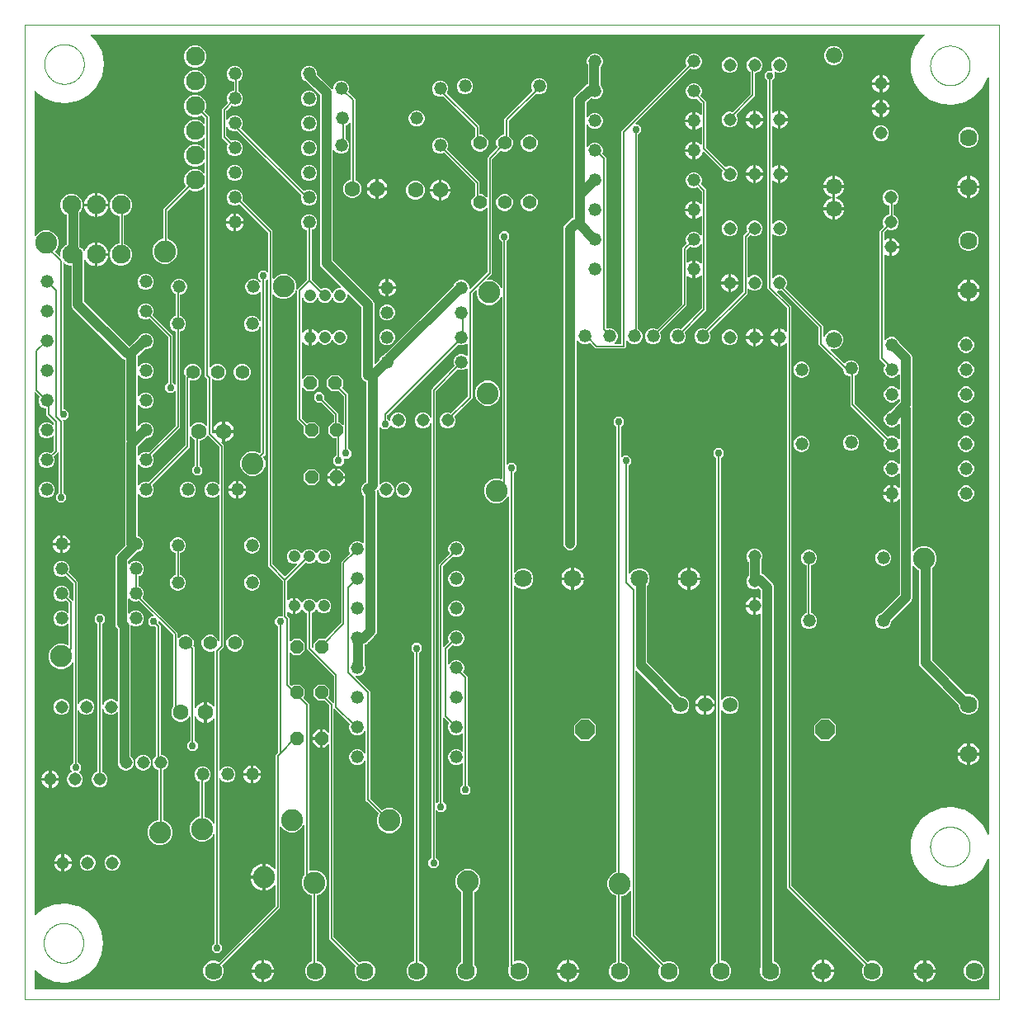
<source format=gbl>
G04 EAGLE Gerber X2 export*
%TF.Part,Single*%
%TF.FileFunction,Other,Bottom layer*%
%TF.FilePolarity,Positive*%
%TF.GenerationSoftware,Autodesk,EAGLE,9.1.2*%
%TF.CreationDate,2019-01-11T15:16:38Z*%
G75*
%MOMM*%
%FSLAX34Y34*%
%LPD*%
%AMOC8*
5,1,8,0,0,1.08239X$1,22.5*%
G01*
%ADD10C,0.000000*%
%ADD11C,1.308000*%
%ADD12C,1.600200*%
%ADD13P,1.429621X8X22.500000*%
%ADD14C,1.320800*%
%ADD15C,1.676400*%
%ADD16C,1.208000*%
%ADD17C,1.408000*%
%ADD18C,1.930400*%
%ADD19C,1.790700*%
%ADD20C,1.800000*%
%ADD21C,1.524000*%
%ADD22P,2.110661X8X202.500000*%
%ADD23C,2.250000*%
%ADD24C,1.016000*%
%ADD25C,0.152400*%
%ADD26C,0.756400*%

G36*
X989098Y-177796D02*
X989098Y-177796D01*
X989117Y-177798D01*
X989219Y-177776D01*
X989321Y-177760D01*
X989338Y-177750D01*
X989358Y-177746D01*
X989447Y-177693D01*
X989538Y-177644D01*
X989552Y-177630D01*
X989569Y-177620D01*
X989636Y-177541D01*
X989708Y-177466D01*
X989716Y-177448D01*
X989729Y-177433D01*
X989768Y-177337D01*
X989811Y-177243D01*
X989813Y-177223D01*
X989821Y-177205D01*
X989839Y-177038D01*
X989839Y-44052D01*
X989827Y-43977D01*
X989824Y-43900D01*
X989807Y-43856D01*
X989800Y-43809D01*
X989764Y-43742D01*
X989737Y-43670D01*
X989707Y-43634D01*
X989684Y-43592D01*
X989629Y-43539D01*
X989581Y-43480D01*
X989541Y-43455D01*
X989506Y-43422D01*
X989437Y-43390D01*
X989372Y-43350D01*
X989326Y-43339D01*
X989283Y-43319D01*
X989207Y-43310D01*
X989133Y-43293D01*
X989086Y-43297D01*
X989039Y-43292D01*
X988964Y-43308D01*
X988888Y-43315D01*
X988845Y-43334D01*
X988798Y-43344D01*
X988733Y-43383D01*
X988663Y-43414D01*
X988628Y-43446D01*
X988587Y-43470D01*
X988538Y-43528D01*
X988481Y-43579D01*
X988447Y-43633D01*
X988427Y-43657D01*
X988417Y-43681D01*
X988392Y-43721D01*
X983492Y-53897D01*
X975254Y-62776D01*
X964765Y-68832D01*
X952956Y-71527D01*
X940878Y-70622D01*
X929604Y-66197D01*
X920135Y-58645D01*
X913312Y-48638D01*
X909742Y-37064D01*
X909742Y-24952D01*
X913312Y-13379D01*
X914064Y-12275D01*
X915621Y-9991D01*
X916659Y-8469D01*
X916659Y-8468D01*
X917697Y-6946D01*
X918216Y-6185D01*
X919254Y-4662D01*
X920135Y-3371D01*
X929604Y4180D01*
X940878Y8605D01*
X952956Y9510D01*
X953059Y9487D01*
X953060Y9487D01*
X956395Y8725D01*
X959730Y7964D01*
X963065Y7203D01*
X964765Y6815D01*
X975254Y759D01*
X983492Y-8119D01*
X988392Y-18295D01*
X988436Y-18358D01*
X988472Y-18425D01*
X988506Y-18457D01*
X988533Y-18496D01*
X988595Y-18542D01*
X988650Y-18594D01*
X988693Y-18614D01*
X988731Y-18642D01*
X988804Y-18666D01*
X988873Y-18698D01*
X988920Y-18703D01*
X988965Y-18718D01*
X989042Y-18717D01*
X989117Y-18725D01*
X989164Y-18715D01*
X989211Y-18714D01*
X989283Y-18689D01*
X989358Y-18673D01*
X989399Y-18648D01*
X989443Y-18633D01*
X989504Y-18586D01*
X989569Y-18546D01*
X989600Y-18510D01*
X989637Y-18481D01*
X989679Y-18418D01*
X989729Y-18360D01*
X989747Y-18315D01*
X989773Y-18276D01*
X989792Y-18202D01*
X989821Y-18131D01*
X989828Y-18068D01*
X989836Y-18038D01*
X989834Y-18012D01*
X989839Y-17965D01*
X989839Y757466D01*
X989827Y757542D01*
X989824Y757618D01*
X989807Y757662D01*
X989800Y757709D01*
X989764Y757777D01*
X989737Y757848D01*
X989707Y757885D01*
X989684Y757927D01*
X989629Y757979D01*
X989581Y758038D01*
X989541Y758063D01*
X989506Y758096D01*
X989437Y758128D01*
X989372Y758169D01*
X989326Y758180D01*
X989283Y758200D01*
X989207Y758208D01*
X989133Y758226D01*
X989086Y758221D01*
X989039Y758227D01*
X988964Y758210D01*
X988888Y758204D01*
X988845Y758185D01*
X988798Y758174D01*
X988733Y758135D01*
X988663Y758105D01*
X988628Y758073D01*
X988587Y758048D01*
X988538Y757990D01*
X988481Y757939D01*
X988447Y757885D01*
X988427Y757861D01*
X988417Y757837D01*
X988392Y757797D01*
X983492Y747621D01*
X975254Y738743D01*
X964765Y732687D01*
X952957Y729992D01*
X940879Y730897D01*
X929604Y735322D01*
X920134Y742873D01*
X913312Y752880D01*
X909742Y764454D01*
X909742Y776566D01*
X913312Y788140D01*
X913598Y788560D01*
X913599Y788560D01*
X915155Y790844D01*
X915156Y790844D01*
X916193Y792366D01*
X916194Y792366D01*
X916194Y792367D01*
X917231Y793889D01*
X917232Y793889D01*
X918789Y796173D01*
X919827Y797695D01*
X920135Y798147D01*
X923942Y801183D01*
X924018Y801267D01*
X924096Y801350D01*
X924100Y801358D01*
X924107Y801365D01*
X924152Y801469D01*
X924200Y801573D01*
X924201Y801582D01*
X924205Y801591D01*
X924215Y801704D01*
X924227Y801817D01*
X924225Y801827D01*
X924226Y801836D01*
X924199Y801947D01*
X924175Y802058D01*
X924170Y802066D01*
X924168Y802075D01*
X924107Y802171D01*
X924049Y802269D01*
X924042Y802275D01*
X924037Y802283D01*
X923949Y802354D01*
X923862Y802429D01*
X923853Y802432D01*
X923846Y802438D01*
X923740Y802478D01*
X923634Y802521D01*
X923622Y802522D01*
X923616Y802525D01*
X923592Y802525D01*
X923467Y802539D01*
X69018Y802539D01*
X68961Y802530D01*
X68904Y802531D01*
X68841Y802510D01*
X68775Y802500D01*
X68725Y802473D01*
X68670Y802455D01*
X68617Y802415D01*
X68558Y802384D01*
X68518Y802343D01*
X68472Y802308D01*
X68434Y802254D01*
X68389Y802206D01*
X68364Y802154D01*
X68331Y802107D01*
X68313Y802043D01*
X68285Y801983D01*
X68279Y801926D01*
X68263Y801871D01*
X68265Y801804D01*
X68258Y801739D01*
X68270Y801682D01*
X68272Y801625D01*
X68296Y801563D01*
X68310Y801498D01*
X68340Y801449D01*
X68360Y801395D01*
X68420Y801314D01*
X68436Y801287D01*
X68447Y801278D01*
X68460Y801260D01*
X74372Y794889D01*
X79627Y783977D01*
X81432Y772000D01*
X79627Y760023D01*
X74372Y749111D01*
X66134Y740233D01*
X55645Y734177D01*
X43836Y731481D01*
X31758Y732387D01*
X20484Y736812D01*
X11397Y744058D01*
X11371Y744073D01*
X11350Y744093D01*
X11264Y744133D01*
X11182Y744179D01*
X11153Y744184D01*
X11127Y744196D01*
X11033Y744207D01*
X10940Y744224D01*
X10911Y744220D01*
X10883Y744224D01*
X10790Y744203D01*
X10697Y744190D01*
X10671Y744177D01*
X10642Y744171D01*
X10561Y744123D01*
X10477Y744081D01*
X10456Y744060D01*
X10431Y744045D01*
X10370Y743973D01*
X10303Y743906D01*
X10290Y743880D01*
X10271Y743858D01*
X10236Y743770D01*
X10194Y743686D01*
X10190Y743657D01*
X10179Y743630D01*
X10161Y743463D01*
X10161Y596295D01*
X10172Y596224D01*
X10174Y596152D01*
X10192Y596103D01*
X10200Y596052D01*
X10234Y595989D01*
X10259Y595921D01*
X10291Y595881D01*
X10316Y595835D01*
X10368Y595785D01*
X10412Y595729D01*
X10456Y595701D01*
X10494Y595665D01*
X10559Y595635D01*
X10619Y595596D01*
X10670Y595584D01*
X10717Y595562D01*
X10788Y595554D01*
X10858Y595536D01*
X10910Y595540D01*
X10961Y595535D01*
X11032Y595550D01*
X11103Y595555D01*
X11151Y595576D01*
X11202Y595587D01*
X11263Y595624D01*
X11329Y595652D01*
X11385Y595696D01*
X11413Y595713D01*
X11428Y595731D01*
X11460Y595756D01*
X14984Y599280D01*
X19679Y601225D01*
X24761Y601225D01*
X29456Y599280D01*
X33050Y595686D01*
X34995Y590991D01*
X34995Y585909D01*
X33050Y581214D01*
X31823Y579987D01*
X31812Y579971D01*
X31796Y579959D01*
X31740Y579871D01*
X31680Y579787D01*
X31674Y579768D01*
X31663Y579752D01*
X31638Y579651D01*
X31607Y579552D01*
X31608Y579532D01*
X31603Y579513D01*
X31611Y579410D01*
X31614Y579306D01*
X31621Y579288D01*
X31622Y579268D01*
X31663Y579173D01*
X31698Y579075D01*
X31711Y579060D01*
X31719Y579042D01*
X31823Y578911D01*
X35784Y574950D01*
X35842Y574908D01*
X35894Y574859D01*
X35941Y574837D01*
X35983Y574807D01*
X36052Y574786D01*
X36117Y574755D01*
X36169Y574750D01*
X36219Y574734D01*
X36290Y574736D01*
X36361Y574728D01*
X36412Y574739D01*
X36464Y574741D01*
X36532Y574765D01*
X36602Y574780D01*
X36646Y574807D01*
X36695Y574825D01*
X36751Y574870D01*
X36813Y574907D01*
X36847Y574946D01*
X36887Y574979D01*
X36926Y575039D01*
X36973Y575094D01*
X36992Y575142D01*
X37020Y575186D01*
X37038Y575255D01*
X37065Y575322D01*
X37073Y575393D01*
X37081Y575424D01*
X37079Y575448D01*
X37083Y575488D01*
X37083Y578803D01*
X38785Y582911D01*
X41929Y586055D01*
X42925Y586468D01*
X43025Y586529D01*
X43125Y586589D01*
X43129Y586594D01*
X43134Y586598D01*
X43209Y586687D01*
X43285Y586776D01*
X43287Y586782D01*
X43291Y586787D01*
X43333Y586895D01*
X43377Y587005D01*
X43378Y587012D01*
X43379Y587017D01*
X43380Y587035D01*
X43395Y587171D01*
X43395Y616789D01*
X43377Y616903D01*
X43359Y617020D01*
X43357Y617025D01*
X43356Y617032D01*
X43301Y617135D01*
X43248Y617239D01*
X43243Y617243D01*
X43240Y617249D01*
X43155Y617330D01*
X43072Y617411D01*
X43066Y617415D01*
X43062Y617418D01*
X43045Y617426D01*
X42925Y617492D01*
X41929Y617905D01*
X38785Y621049D01*
X37083Y625157D01*
X37083Y629603D01*
X38785Y633711D01*
X41929Y636855D01*
X46037Y638557D01*
X50483Y638557D01*
X54591Y636855D01*
X57735Y633711D01*
X59437Y629603D01*
X59437Y625157D01*
X57735Y621049D01*
X56828Y620141D01*
X56775Y620067D01*
X56715Y619998D01*
X56703Y619968D01*
X56684Y619942D01*
X56657Y619855D01*
X56623Y619770D01*
X56619Y619729D01*
X56612Y619707D01*
X56613Y619674D01*
X56605Y619603D01*
X56605Y584494D01*
X56612Y584449D01*
X56610Y584404D01*
X56632Y584328D01*
X56644Y584252D01*
X56666Y584211D01*
X56679Y584167D01*
X56723Y584103D01*
X56760Y584034D01*
X56793Y584003D01*
X56819Y583965D01*
X56881Y583918D01*
X56938Y583865D01*
X56979Y583846D01*
X57016Y583818D01*
X57145Y583769D01*
X57161Y583761D01*
X57166Y583761D01*
X57172Y583758D01*
X57950Y583554D01*
X58238Y583335D01*
X58250Y583328D01*
X58260Y583319D01*
X58407Y583238D01*
X58741Y583099D01*
X59317Y582524D01*
X59343Y582505D01*
X59394Y582456D01*
X60042Y581964D01*
X60224Y581652D01*
X60233Y581641D01*
X60238Y581628D01*
X60343Y581497D01*
X60599Y581241D01*
X60793Y580773D01*
X60847Y580687D01*
X60895Y580598D01*
X60911Y580583D01*
X60923Y580564D01*
X61001Y580499D01*
X61075Y580430D01*
X61095Y580421D01*
X61112Y580407D01*
X61207Y580371D01*
X61299Y580329D01*
X61321Y580327D01*
X61342Y580319D01*
X61443Y580315D01*
X61544Y580305D01*
X61565Y580310D01*
X61588Y580309D01*
X61685Y580337D01*
X61784Y580359D01*
X61803Y580371D01*
X61824Y580377D01*
X61907Y580435D01*
X61993Y580488D01*
X62008Y580505D01*
X62026Y580517D01*
X62086Y580599D01*
X62151Y580676D01*
X62163Y580701D01*
X62173Y580715D01*
X62183Y580746D01*
X62220Y580829D01*
X62361Y581260D01*
X63232Y582970D01*
X64360Y584523D01*
X65717Y585880D01*
X67270Y587008D01*
X68980Y587879D01*
X70805Y588473D01*
X72137Y588683D01*
X72137Y577342D01*
X72139Y577330D01*
X72138Y577321D01*
X72139Y577315D01*
X72138Y577303D01*
X72160Y577201D01*
X72177Y577099D01*
X72186Y577082D01*
X72190Y577062D01*
X72243Y576973D01*
X72292Y576882D01*
X72306Y576868D01*
X72316Y576851D01*
X72395Y576784D01*
X72470Y576713D01*
X72488Y576704D01*
X72503Y576691D01*
X72599Y576653D01*
X72693Y576609D01*
X72713Y576607D01*
X72731Y576599D01*
X72898Y576581D01*
X73661Y576581D01*
X73661Y576579D01*
X72898Y576579D01*
X72878Y576576D01*
X72859Y576578D01*
X72757Y576556D01*
X72655Y576539D01*
X72638Y576530D01*
X72618Y576526D01*
X72529Y576473D01*
X72438Y576424D01*
X72424Y576410D01*
X72407Y576400D01*
X72340Y576321D01*
X72269Y576246D01*
X72260Y576228D01*
X72247Y576213D01*
X72208Y576117D01*
X72165Y576023D01*
X72163Y576003D01*
X72155Y575985D01*
X72137Y575818D01*
X72137Y564477D01*
X70805Y564687D01*
X68980Y565281D01*
X67270Y566152D01*
X65717Y567280D01*
X64360Y568637D01*
X63232Y570190D01*
X63044Y570558D01*
X63004Y570613D01*
X62972Y570672D01*
X62932Y570711D01*
X62899Y570756D01*
X62843Y570795D01*
X62794Y570842D01*
X62743Y570865D01*
X62697Y570897D01*
X62632Y570917D01*
X62571Y570945D01*
X62515Y570951D01*
X62462Y570967D01*
X62394Y570965D01*
X62327Y570972D01*
X62272Y570961D01*
X62216Y570959D01*
X62152Y570935D01*
X62086Y570920D01*
X62038Y570891D01*
X61986Y570872D01*
X61933Y570829D01*
X61875Y570794D01*
X61839Y570751D01*
X61795Y570716D01*
X61759Y570659D01*
X61715Y570607D01*
X61694Y570555D01*
X61664Y570508D01*
X61649Y570442D01*
X61623Y570379D01*
X61615Y570301D01*
X61607Y570269D01*
X61609Y570248D01*
X61605Y570212D01*
X61605Y528051D01*
X61619Y527961D01*
X61627Y527870D01*
X61639Y527840D01*
X61644Y527808D01*
X61687Y527728D01*
X61723Y527644D01*
X61749Y527612D01*
X61760Y527591D01*
X61783Y527569D01*
X61828Y527513D01*
X106962Y482379D01*
X106978Y482367D01*
X106990Y482352D01*
X107078Y482295D01*
X107161Y482235D01*
X107180Y482229D01*
X107197Y482219D01*
X107298Y482193D01*
X107397Y482163D01*
X107416Y482163D01*
X107436Y482159D01*
X107539Y482167D01*
X107642Y482169D01*
X107661Y482176D01*
X107681Y482178D01*
X107776Y482218D01*
X107873Y482254D01*
X107889Y482266D01*
X107907Y482274D01*
X108038Y482379D01*
X117196Y491537D01*
X117235Y491590D01*
X117281Y491637D01*
X117321Y491710D01*
X117340Y491737D01*
X117346Y491755D01*
X117361Y491784D01*
X117569Y492285D01*
X119855Y494571D01*
X122843Y495809D01*
X126077Y495809D01*
X129065Y494571D01*
X131351Y492285D01*
X132589Y489297D01*
X132589Y486063D01*
X131351Y483075D01*
X129065Y480789D01*
X126077Y479551D01*
X124207Y479551D01*
X124117Y479537D01*
X124026Y479529D01*
X123996Y479517D01*
X123964Y479512D01*
X123884Y479469D01*
X123800Y479433D01*
X123768Y479407D01*
X123747Y479396D01*
X123725Y479373D01*
X123669Y479328D01*
X116828Y472487D01*
X116775Y472413D01*
X116715Y472344D01*
X116703Y472314D01*
X116684Y472287D01*
X116657Y472200D01*
X116623Y472116D01*
X116619Y472075D01*
X116612Y472052D01*
X116613Y472020D01*
X116605Y471949D01*
X116605Y462678D01*
X116616Y462607D01*
X116618Y462536D01*
X116636Y462487D01*
X116644Y462436D01*
X116678Y462372D01*
X116703Y462305D01*
X116735Y462264D01*
X116760Y462218D01*
X116812Y462169D01*
X116856Y462113D01*
X116900Y462085D01*
X116938Y462049D01*
X117003Y462019D01*
X117063Y461980D01*
X117114Y461967D01*
X117161Y461945D01*
X117232Y461937D01*
X117302Y461920D01*
X117354Y461924D01*
X117405Y461918D01*
X117476Y461933D01*
X117547Y461939D01*
X117595Y461959D01*
X117646Y461970D01*
X117707Y462007D01*
X117773Y462035D01*
X117829Y462080D01*
X117857Y462097D01*
X117872Y462114D01*
X117904Y462140D01*
X119855Y464091D01*
X122843Y465329D01*
X126077Y465329D01*
X129065Y464091D01*
X131351Y461805D01*
X132589Y458817D01*
X132589Y455583D01*
X131351Y452595D01*
X129065Y450309D01*
X126077Y449071D01*
X122843Y449071D01*
X119855Y450309D01*
X117904Y452260D01*
X117846Y452302D01*
X117794Y452351D01*
X117747Y452373D01*
X117705Y452404D01*
X117636Y452425D01*
X117571Y452455D01*
X117519Y452461D01*
X117469Y452476D01*
X117398Y452474D01*
X117327Y452482D01*
X117276Y452471D01*
X117224Y452470D01*
X117156Y452445D01*
X117086Y452430D01*
X117041Y452403D01*
X116993Y452385D01*
X116937Y452340D01*
X116875Y452303D01*
X116841Y452264D01*
X116801Y452231D01*
X116762Y452171D01*
X116715Y452117D01*
X116696Y452068D01*
X116668Y452024D01*
X116650Y451955D01*
X116623Y451888D01*
X116615Y451817D01*
X116607Y451786D01*
X116609Y451763D01*
X116605Y451722D01*
X116605Y432198D01*
X116616Y432128D01*
X116618Y432056D01*
X116636Y432007D01*
X116644Y431956D01*
X116678Y431892D01*
X116703Y431825D01*
X116735Y431784D01*
X116760Y431738D01*
X116812Y431689D01*
X116856Y431633D01*
X116900Y431605D01*
X116938Y431569D01*
X117003Y431539D01*
X117063Y431500D01*
X117114Y431487D01*
X117161Y431465D01*
X117232Y431457D01*
X117302Y431440D01*
X117354Y431444D01*
X117405Y431438D01*
X117476Y431453D01*
X117547Y431459D01*
X117595Y431479D01*
X117646Y431490D01*
X117707Y431527D01*
X117773Y431555D01*
X117829Y431600D01*
X117857Y431617D01*
X117872Y431634D01*
X117904Y431660D01*
X119855Y433611D01*
X122843Y434849D01*
X126077Y434849D01*
X129065Y433611D01*
X131351Y431325D01*
X132589Y428337D01*
X132589Y425103D01*
X131351Y422115D01*
X129065Y419829D01*
X126077Y418591D01*
X122843Y418591D01*
X119855Y419829D01*
X117904Y421780D01*
X117846Y421822D01*
X117794Y421871D01*
X117747Y421893D01*
X117705Y421924D01*
X117636Y421945D01*
X117571Y421975D01*
X117519Y421981D01*
X117469Y421996D01*
X117398Y421994D01*
X117327Y422002D01*
X117276Y421991D01*
X117224Y421990D01*
X117156Y421965D01*
X117086Y421950D01*
X117041Y421923D01*
X116993Y421905D01*
X116937Y421860D01*
X116875Y421823D01*
X116841Y421784D01*
X116801Y421751D01*
X116762Y421691D01*
X116715Y421637D01*
X116696Y421588D01*
X116668Y421544D01*
X116650Y421475D01*
X116623Y421408D01*
X116615Y421337D01*
X116607Y421306D01*
X116609Y421283D01*
X116605Y421242D01*
X116605Y401718D01*
X116616Y401648D01*
X116618Y401576D01*
X116636Y401527D01*
X116644Y401476D01*
X116678Y401412D01*
X116703Y401345D01*
X116735Y401304D01*
X116760Y401258D01*
X116812Y401209D01*
X116856Y401153D01*
X116900Y401125D01*
X116938Y401089D01*
X117003Y401059D01*
X117063Y401020D01*
X117114Y401007D01*
X117161Y400985D01*
X117232Y400977D01*
X117302Y400960D01*
X117354Y400964D01*
X117405Y400958D01*
X117476Y400973D01*
X117547Y400979D01*
X117595Y400999D01*
X117646Y401010D01*
X117707Y401047D01*
X117773Y401075D01*
X117829Y401120D01*
X117857Y401137D01*
X117872Y401154D01*
X117904Y401180D01*
X119855Y403131D01*
X122843Y404369D01*
X126077Y404369D01*
X129065Y403131D01*
X131351Y400845D01*
X132589Y397857D01*
X132589Y394623D01*
X131351Y391635D01*
X129065Y389349D01*
X126077Y388111D01*
X125267Y388111D01*
X125177Y388097D01*
X125086Y388089D01*
X125056Y388077D01*
X125024Y388072D01*
X124944Y388029D01*
X124860Y387993D01*
X124828Y387967D01*
X124807Y387956D01*
X124785Y387933D01*
X124729Y387888D01*
X116828Y379987D01*
X116775Y379913D01*
X116715Y379844D01*
X116703Y379814D01*
X116684Y379787D01*
X116657Y379700D01*
X116636Y379649D01*
X116633Y379641D01*
X116633Y379639D01*
X116623Y379616D01*
X116619Y379575D01*
X116612Y379552D01*
X116613Y379520D01*
X116605Y379449D01*
X116605Y371238D01*
X116616Y371168D01*
X116618Y371096D01*
X116636Y371047D01*
X116644Y370996D01*
X116678Y370932D01*
X116703Y370865D01*
X116735Y370824D01*
X116760Y370778D01*
X116812Y370729D01*
X116856Y370673D01*
X116900Y370645D01*
X116938Y370609D01*
X117003Y370579D01*
X117063Y370540D01*
X117114Y370527D01*
X117161Y370505D01*
X117232Y370497D01*
X117302Y370480D01*
X117354Y370484D01*
X117405Y370478D01*
X117476Y370493D01*
X117547Y370499D01*
X117595Y370519D01*
X117646Y370530D01*
X117707Y370567D01*
X117773Y370595D01*
X117829Y370640D01*
X117857Y370657D01*
X117872Y370674D01*
X117904Y370700D01*
X119855Y372651D01*
X122843Y373889D01*
X126077Y373889D01*
X127076Y373475D01*
X127190Y373448D01*
X127303Y373420D01*
X127310Y373420D01*
X127316Y373419D01*
X127432Y373430D01*
X127549Y373439D01*
X127554Y373441D01*
X127561Y373442D01*
X127668Y373490D01*
X127775Y373535D01*
X127781Y373540D01*
X127785Y373542D01*
X127799Y373554D01*
X127906Y373640D01*
X154990Y400724D01*
X155043Y400798D01*
X155103Y400868D01*
X155115Y400898D01*
X155134Y400924D01*
X155161Y401011D01*
X155195Y401096D01*
X155199Y401137D01*
X155206Y401159D01*
X155205Y401191D01*
X155213Y401263D01*
X155213Y435871D01*
X155202Y435941D01*
X155200Y436013D01*
X155182Y436062D01*
X155174Y436113D01*
X155140Y436177D01*
X155115Y436244D01*
X155083Y436285D01*
X155058Y436331D01*
X155006Y436380D01*
X154962Y436436D01*
X154918Y436464D01*
X154880Y436500D01*
X154815Y436530D01*
X154755Y436569D01*
X154704Y436582D01*
X154657Y436604D01*
X154586Y436612D01*
X154516Y436629D01*
X154464Y436625D01*
X154413Y436631D01*
X154342Y436616D01*
X154271Y436610D01*
X154223Y436590D01*
X154172Y436579D01*
X154111Y436542D01*
X154045Y436514D01*
X153989Y436469D01*
X153961Y436452D01*
X153946Y436435D01*
X153914Y436409D01*
X152198Y434693D01*
X147802Y434693D01*
X144693Y437802D01*
X144693Y442198D01*
X147490Y444995D01*
X147543Y445069D01*
X147603Y445139D01*
X147615Y445169D01*
X147634Y445195D01*
X147661Y445282D01*
X147695Y445367D01*
X147699Y445408D01*
X147706Y445430D01*
X147705Y445462D01*
X147713Y445533D01*
X147713Y491237D01*
X147699Y491328D01*
X147691Y491418D01*
X147679Y491448D01*
X147674Y491480D01*
X147631Y491561D01*
X147595Y491645D01*
X147569Y491677D01*
X147558Y491698D01*
X147535Y491720D01*
X147490Y491776D01*
X128670Y510597D01*
X128575Y510665D01*
X128481Y510734D01*
X128475Y510736D01*
X128470Y510740D01*
X128358Y510774D01*
X128247Y510811D01*
X128241Y510811D01*
X128235Y510812D01*
X128118Y510809D01*
X128001Y510808D01*
X127994Y510806D01*
X127989Y510806D01*
X127971Y510800D01*
X127840Y510762D01*
X126077Y510031D01*
X122843Y510031D01*
X119855Y511269D01*
X117569Y513555D01*
X116331Y516543D01*
X116331Y519777D01*
X117569Y522765D01*
X119855Y525051D01*
X122843Y526289D01*
X126077Y526289D01*
X129065Y525051D01*
X131351Y522765D01*
X132589Y519777D01*
X132589Y516543D01*
X131788Y514610D01*
X131762Y514497D01*
X131733Y514383D01*
X131733Y514377D01*
X131732Y514371D01*
X131743Y514254D01*
X131752Y514138D01*
X131754Y514132D01*
X131755Y514126D01*
X131803Y514018D01*
X131848Y513912D01*
X131853Y513906D01*
X131855Y513901D01*
X131868Y513887D01*
X131953Y513781D01*
X150724Y495010D01*
X152287Y493447D01*
X152287Y445533D01*
X152301Y445443D01*
X152309Y445352D01*
X152321Y445323D01*
X152326Y445291D01*
X152369Y445210D01*
X152405Y445126D01*
X152431Y445094D01*
X152442Y445073D01*
X152465Y445051D01*
X152510Y444995D01*
X153914Y443591D01*
X153972Y443549D01*
X154024Y443500D01*
X154071Y443478D01*
X154113Y443448D01*
X154182Y443426D01*
X154247Y443396D01*
X154299Y443391D01*
X154349Y443375D01*
X154420Y443377D01*
X154491Y443369D01*
X154542Y443380D01*
X154594Y443382D01*
X154662Y443406D01*
X154732Y443421D01*
X154777Y443448D01*
X154825Y443466D01*
X154881Y443511D01*
X154943Y443548D01*
X154977Y443587D01*
X155017Y443620D01*
X155056Y443680D01*
X155103Y443735D01*
X155122Y443783D01*
X155150Y443827D01*
X155168Y443896D01*
X155180Y443926D01*
X155185Y443937D01*
X155185Y443939D01*
X155195Y443963D01*
X155203Y444034D01*
X155211Y444065D01*
X155209Y444088D01*
X155213Y444129D01*
X155213Y497092D01*
X155195Y497206D01*
X155177Y497323D01*
X155175Y497328D01*
X155174Y497335D01*
X155119Y497437D01*
X155066Y497542D01*
X155061Y497546D01*
X155058Y497552D01*
X154974Y497632D01*
X154890Y497714D01*
X154884Y497718D01*
X154880Y497721D01*
X154863Y497729D01*
X154743Y497795D01*
X152875Y498569D01*
X150589Y500855D01*
X149351Y503843D01*
X149351Y507077D01*
X150589Y510065D01*
X152875Y512351D01*
X154743Y513125D01*
X154843Y513187D01*
X154943Y513246D01*
X154947Y513251D01*
X154952Y513254D01*
X155027Y513345D01*
X155103Y513433D01*
X155105Y513439D01*
X155109Y513444D01*
X155151Y513552D01*
X155195Y513661D01*
X155196Y513669D01*
X155197Y513674D01*
X155198Y513692D01*
X155213Y513828D01*
X155213Y535718D01*
X155194Y535833D01*
X155177Y535949D01*
X155175Y535954D01*
X155174Y535961D01*
X155119Y536063D01*
X155066Y536168D01*
X155061Y536172D01*
X155058Y536178D01*
X154974Y536258D01*
X154890Y536340D01*
X154884Y536344D01*
X154880Y536347D01*
X154863Y536355D01*
X154743Y536421D01*
X154145Y536669D01*
X151859Y538955D01*
X150621Y541943D01*
X150621Y545177D01*
X151859Y548165D01*
X154145Y550451D01*
X157133Y551689D01*
X160367Y551689D01*
X163355Y550451D01*
X165641Y548165D01*
X166879Y545177D01*
X166879Y541943D01*
X165641Y538955D01*
X163355Y536669D01*
X160257Y535386D01*
X160157Y535324D01*
X160057Y535264D01*
X160053Y535259D01*
X160048Y535256D01*
X159973Y535166D01*
X159897Y535077D01*
X159895Y535071D01*
X159891Y535066D01*
X159849Y534958D01*
X159805Y534849D01*
X159804Y534841D01*
X159803Y534837D01*
X159802Y534819D01*
X159787Y534682D01*
X159787Y513812D01*
X159806Y513697D01*
X159823Y513581D01*
X159825Y513575D01*
X159826Y513569D01*
X159881Y513466D01*
X159934Y513361D01*
X159939Y513357D01*
X159942Y513352D01*
X160026Y513272D01*
X160110Y513189D01*
X160116Y513186D01*
X160120Y513182D01*
X160137Y513174D01*
X160257Y513108D01*
X162085Y512351D01*
X164371Y510065D01*
X165609Y507077D01*
X165609Y503843D01*
X164371Y500855D01*
X162085Y498569D01*
X160257Y497812D01*
X160157Y497750D01*
X160057Y497690D01*
X160053Y497685D01*
X160048Y497682D01*
X159973Y497591D01*
X159897Y497503D01*
X159895Y497497D01*
X159891Y497493D01*
X159849Y497384D01*
X159805Y497275D01*
X159804Y497268D01*
X159803Y497263D01*
X159802Y497245D01*
X159787Y497108D01*
X159787Y399053D01*
X131637Y370903D01*
X131569Y370809D01*
X131499Y370714D01*
X131497Y370708D01*
X131493Y370703D01*
X131459Y370592D01*
X131423Y370480D01*
X131423Y370474D01*
X131421Y370468D01*
X131424Y370351D01*
X131425Y370234D01*
X131427Y370227D01*
X131427Y370222D01*
X131434Y370205D01*
X131472Y370073D01*
X132589Y367377D01*
X132589Y364143D01*
X131351Y361155D01*
X129065Y358869D01*
X126077Y357631D01*
X122843Y357631D01*
X119855Y358869D01*
X117904Y360820D01*
X117846Y360862D01*
X117794Y360911D01*
X117747Y360933D01*
X117705Y360964D01*
X117636Y360985D01*
X117571Y361015D01*
X117519Y361021D01*
X117469Y361036D01*
X117398Y361034D01*
X117327Y361042D01*
X117276Y361031D01*
X117224Y361030D01*
X117156Y361005D01*
X117086Y360990D01*
X117041Y360963D01*
X116993Y360945D01*
X116937Y360900D01*
X116875Y360863D01*
X116841Y360824D01*
X116801Y360791D01*
X116762Y360731D01*
X116715Y360677D01*
X116696Y360628D01*
X116668Y360584D01*
X116650Y360515D01*
X116623Y360448D01*
X116615Y360377D01*
X116607Y360346D01*
X116609Y360323D01*
X116605Y360282D01*
X116605Y340758D01*
X116616Y340688D01*
X116618Y340616D01*
X116636Y340567D01*
X116644Y340516D01*
X116678Y340452D01*
X116703Y340385D01*
X116735Y340344D01*
X116760Y340298D01*
X116812Y340249D01*
X116856Y340193D01*
X116900Y340165D01*
X116938Y340129D01*
X117003Y340099D01*
X117063Y340060D01*
X117114Y340047D01*
X117161Y340025D01*
X117232Y340017D01*
X117302Y340000D01*
X117354Y340004D01*
X117405Y339998D01*
X117476Y340013D01*
X117547Y340019D01*
X117595Y340039D01*
X117646Y340050D01*
X117707Y340087D01*
X117773Y340115D01*
X117829Y340160D01*
X117857Y340177D01*
X117872Y340194D01*
X117904Y340220D01*
X119855Y342171D01*
X122843Y343409D01*
X126077Y343409D01*
X126737Y343135D01*
X126850Y343109D01*
X126964Y343080D01*
X126970Y343081D01*
X126976Y343079D01*
X127093Y343090D01*
X127209Y343099D01*
X127215Y343102D01*
X127221Y343102D01*
X127329Y343150D01*
X127435Y343196D01*
X127441Y343200D01*
X127446Y343202D01*
X127460Y343215D01*
X127566Y343300D01*
X164990Y380724D01*
X165043Y380798D01*
X165103Y380868D01*
X165115Y380898D01*
X165134Y380924D01*
X165161Y381011D01*
X165195Y381096D01*
X165199Y381137D01*
X165206Y381159D01*
X165205Y381191D01*
X165213Y381263D01*
X165213Y451012D01*
X165244Y451110D01*
X165280Y451222D01*
X165280Y451229D01*
X165282Y451235D01*
X165279Y451351D01*
X165278Y451468D01*
X165276Y451476D01*
X165275Y451481D01*
X165269Y451498D01*
X165231Y451629D01*
X164155Y454226D01*
X164155Y457634D01*
X165459Y460782D01*
X167868Y463191D01*
X171016Y464495D01*
X174424Y464495D01*
X177572Y463191D01*
X179981Y460782D01*
X181285Y457634D01*
X181285Y454226D01*
X179981Y451078D01*
X177572Y448669D01*
X174424Y447365D01*
X171016Y447365D01*
X170839Y447439D01*
X170795Y447449D01*
X170753Y447468D01*
X170676Y447477D01*
X170600Y447495D01*
X170554Y447490D01*
X170509Y447496D01*
X170432Y447479D01*
X170355Y447472D01*
X170313Y447453D01*
X170268Y447443D01*
X170201Y447403D01*
X170130Y447372D01*
X170097Y447341D01*
X170057Y447317D01*
X170006Y447258D01*
X169949Y447205D01*
X169927Y447165D01*
X169897Y447130D01*
X169868Y447058D01*
X169831Y446990D01*
X169822Y446945D01*
X169805Y446902D01*
X169790Y446766D01*
X169787Y446748D01*
X169788Y446743D01*
X169787Y446735D01*
X169787Y400996D01*
X169798Y400925D01*
X169800Y400854D01*
X169818Y400805D01*
X169826Y400753D01*
X169860Y400690D01*
X169885Y400623D01*
X169917Y400582D01*
X169942Y400536D01*
X169994Y400486D01*
X170038Y400430D01*
X170082Y400402D01*
X170120Y400366D01*
X170185Y400336D01*
X170245Y400297D01*
X170296Y400285D01*
X170343Y400263D01*
X170414Y400255D01*
X170484Y400237D01*
X170536Y400241D01*
X170587Y400236D01*
X170658Y400251D01*
X170729Y400257D01*
X170777Y400277D01*
X170828Y400288D01*
X170889Y400325D01*
X170955Y400353D01*
X171011Y400398D01*
X171039Y400414D01*
X171054Y400432D01*
X171086Y400458D01*
X173674Y403046D01*
X177175Y404496D01*
X180965Y404496D01*
X184466Y403046D01*
X186414Y401098D01*
X186472Y401056D01*
X186524Y401006D01*
X186571Y400985D01*
X186613Y400954D01*
X186682Y400933D01*
X186747Y400903D01*
X186799Y400897D01*
X186849Y400882D01*
X186920Y400884D01*
X186991Y400876D01*
X187042Y400887D01*
X187094Y400888D01*
X187162Y400913D01*
X187232Y400928D01*
X187277Y400955D01*
X187325Y400973D01*
X187381Y401017D01*
X187443Y401054D01*
X187477Y401094D01*
X187517Y401126D01*
X187556Y401187D01*
X187603Y401241D01*
X187622Y401289D01*
X187650Y401333D01*
X187668Y401403D01*
X187695Y401469D01*
X187703Y401541D01*
X187711Y401572D01*
X187709Y401595D01*
X187713Y401636D01*
X187713Y448737D01*
X187712Y448746D01*
X187712Y448749D01*
X187709Y448765D01*
X187699Y448828D01*
X187691Y448918D01*
X187679Y448948D01*
X187674Y448980D01*
X187631Y449061D01*
X187595Y449145D01*
X187569Y449177D01*
X187558Y449198D01*
X187535Y449220D01*
X187490Y449276D01*
X185213Y451553D01*
X185213Y645089D01*
X185202Y645160D01*
X185200Y645232D01*
X185182Y645281D01*
X185174Y645332D01*
X185140Y645395D01*
X185115Y645463D01*
X185083Y645503D01*
X185058Y645549D01*
X185006Y645599D01*
X184962Y645655D01*
X184918Y645683D01*
X184880Y645719D01*
X184815Y645749D01*
X184755Y645788D01*
X184704Y645800D01*
X184657Y645822D01*
X184586Y645830D01*
X184516Y645848D01*
X184464Y645844D01*
X184413Y645849D01*
X184342Y645834D01*
X184271Y645829D01*
X184223Y645808D01*
X184172Y645797D01*
X184111Y645760D01*
X184045Y645732D01*
X183989Y645687D01*
X183961Y645671D01*
X183946Y645653D01*
X183914Y645627D01*
X181591Y643305D01*
X177483Y641603D01*
X173037Y641603D01*
X169476Y643078D01*
X169363Y643105D01*
X169249Y643133D01*
X169243Y643133D01*
X169237Y643134D01*
X169120Y643123D01*
X169004Y643114D01*
X168998Y643112D01*
X168992Y643111D01*
X168885Y643063D01*
X168778Y643018D01*
X168772Y643013D01*
X168767Y643011D01*
X168754Y642998D01*
X168647Y642913D01*
X147510Y621776D01*
X147457Y621702D01*
X147397Y621632D01*
X147385Y621602D01*
X147366Y621576D01*
X147339Y621489D01*
X147305Y621404D01*
X147301Y621363D01*
X147294Y621341D01*
X147295Y621309D01*
X147287Y621237D01*
X147287Y592902D01*
X147306Y592788D01*
X147323Y592672D01*
X147325Y592666D01*
X147326Y592660D01*
X147381Y592557D01*
X147434Y592452D01*
X147439Y592448D01*
X147442Y592442D01*
X147526Y592363D01*
X147610Y592280D01*
X147616Y592276D01*
X147620Y592273D01*
X147637Y592265D01*
X147757Y592199D01*
X151376Y590700D01*
X154970Y587106D01*
X156915Y582411D01*
X156915Y577329D01*
X154970Y572634D01*
X151376Y569040D01*
X146681Y567095D01*
X141599Y567095D01*
X136904Y569040D01*
X133310Y572634D01*
X131365Y577329D01*
X131365Y582411D01*
X133310Y587106D01*
X136904Y590700D01*
X141599Y592645D01*
X141952Y592645D01*
X141972Y592648D01*
X141991Y592646D01*
X142093Y592668D01*
X142195Y592684D01*
X142212Y592694D01*
X142232Y592698D01*
X142321Y592751D01*
X142412Y592800D01*
X142426Y592814D01*
X142443Y592824D01*
X142510Y592903D01*
X142582Y592978D01*
X142590Y592996D01*
X142603Y593011D01*
X142642Y593107D01*
X142685Y593201D01*
X142687Y593221D01*
X142695Y593239D01*
X142713Y593406D01*
X142713Y623447D01*
X144276Y625010D01*
X165405Y646139D01*
X165453Y646206D01*
X165454Y646206D01*
X165454Y646207D01*
X165472Y646233D01*
X165543Y646327D01*
X165545Y646333D01*
X165548Y646338D01*
X165582Y646449D01*
X165619Y646561D01*
X165619Y646567D01*
X165621Y646573D01*
X165618Y646690D01*
X165616Y646807D01*
X165614Y646814D01*
X165614Y646819D01*
X165608Y646837D01*
X165570Y646968D01*
X164083Y650557D01*
X164083Y655003D01*
X165785Y659111D01*
X168929Y662255D01*
X173037Y663957D01*
X177483Y663957D01*
X181591Y662255D01*
X183914Y659933D01*
X183972Y659891D01*
X184024Y659841D01*
X184071Y659819D01*
X184113Y659789D01*
X184182Y659768D01*
X184247Y659738D01*
X184299Y659732D01*
X184349Y659717D01*
X184420Y659719D01*
X184491Y659711D01*
X184542Y659722D01*
X184594Y659723D01*
X184662Y659748D01*
X184732Y659763D01*
X184777Y659790D01*
X184825Y659807D01*
X184881Y659852D01*
X184943Y659889D01*
X184977Y659929D01*
X185017Y659961D01*
X185056Y660021D01*
X185103Y660076D01*
X185122Y660124D01*
X185150Y660168D01*
X185168Y660238D01*
X185195Y660304D01*
X185203Y660375D01*
X185211Y660407D01*
X185209Y660430D01*
X185213Y660471D01*
X185213Y670489D01*
X185202Y670560D01*
X185200Y670632D01*
X185182Y670681D01*
X185174Y670732D01*
X185140Y670795D01*
X185115Y670863D01*
X185083Y670903D01*
X185058Y670949D01*
X185006Y670999D01*
X184962Y671055D01*
X184918Y671083D01*
X184880Y671119D01*
X184815Y671149D01*
X184755Y671188D01*
X184704Y671200D01*
X184657Y671222D01*
X184586Y671230D01*
X184516Y671248D01*
X184464Y671244D01*
X184413Y671249D01*
X184342Y671234D01*
X184271Y671229D01*
X184223Y671208D01*
X184172Y671197D01*
X184111Y671160D01*
X184045Y671132D01*
X183989Y671087D01*
X183961Y671071D01*
X183946Y671053D01*
X183914Y671027D01*
X181591Y668705D01*
X177483Y667003D01*
X173037Y667003D01*
X168929Y668705D01*
X165785Y671849D01*
X164083Y675957D01*
X164083Y680403D01*
X165785Y684511D01*
X168929Y687655D01*
X173037Y689357D01*
X177483Y689357D01*
X181591Y687655D01*
X183914Y685333D01*
X183972Y685291D01*
X184024Y685241D01*
X184071Y685219D01*
X184113Y685189D01*
X184182Y685168D01*
X184247Y685138D01*
X184299Y685132D01*
X184349Y685117D01*
X184420Y685119D01*
X184491Y685111D01*
X184542Y685122D01*
X184594Y685123D01*
X184662Y685148D01*
X184732Y685163D01*
X184777Y685190D01*
X184825Y685207D01*
X184881Y685252D01*
X184943Y685289D01*
X184977Y685329D01*
X185017Y685361D01*
X185056Y685421D01*
X185103Y685476D01*
X185122Y685524D01*
X185150Y685568D01*
X185168Y685638D01*
X185195Y685704D01*
X185203Y685775D01*
X185211Y685807D01*
X185209Y685830D01*
X185213Y685871D01*
X185213Y695889D01*
X185202Y695960D01*
X185200Y696032D01*
X185182Y696081D01*
X185174Y696132D01*
X185140Y696195D01*
X185115Y696263D01*
X185083Y696303D01*
X185058Y696349D01*
X185006Y696399D01*
X184962Y696455D01*
X184918Y696483D01*
X184880Y696519D01*
X184815Y696549D01*
X184755Y696588D01*
X184704Y696600D01*
X184657Y696622D01*
X184586Y696630D01*
X184516Y696648D01*
X184464Y696644D01*
X184413Y696649D01*
X184342Y696634D01*
X184271Y696629D01*
X184223Y696608D01*
X184172Y696597D01*
X184111Y696560D01*
X184045Y696532D01*
X183989Y696487D01*
X183961Y696471D01*
X183946Y696453D01*
X183914Y696427D01*
X181591Y694105D01*
X177483Y692403D01*
X173037Y692403D01*
X168929Y694105D01*
X165785Y697249D01*
X164083Y701357D01*
X164083Y705803D01*
X165785Y709911D01*
X168929Y713055D01*
X173037Y714757D01*
X177483Y714757D01*
X181591Y713055D01*
X183914Y710733D01*
X183972Y710691D01*
X184024Y710641D01*
X184071Y710619D01*
X184113Y710589D01*
X184182Y710568D01*
X184247Y710538D01*
X184299Y710532D01*
X184349Y710517D01*
X184420Y710519D01*
X184491Y710511D01*
X184542Y710522D01*
X184594Y710523D01*
X184662Y710548D01*
X184732Y710563D01*
X184777Y710590D01*
X184825Y710607D01*
X184881Y710652D01*
X184943Y710689D01*
X184977Y710729D01*
X185017Y710761D01*
X185056Y710821D01*
X185103Y710876D01*
X185122Y710924D01*
X185150Y710968D01*
X185168Y711038D01*
X185195Y711104D01*
X185203Y711175D01*
X185211Y711207D01*
X185209Y711230D01*
X185213Y711271D01*
X185213Y716237D01*
X185199Y716327D01*
X185191Y716418D01*
X185179Y716448D01*
X185174Y716480D01*
X185131Y716561D01*
X185095Y716645D01*
X185069Y716677D01*
X185058Y716698D01*
X185035Y716720D01*
X184990Y716776D01*
X182425Y719341D01*
X182331Y719409D01*
X182236Y719479D01*
X182230Y719481D01*
X182225Y719485D01*
X182114Y719519D01*
X182002Y719556D01*
X181996Y719555D01*
X181990Y719557D01*
X181873Y719554D01*
X181756Y719553D01*
X181749Y719551D01*
X181744Y719551D01*
X181726Y719545D01*
X181595Y719506D01*
X177483Y717803D01*
X173037Y717803D01*
X168929Y719505D01*
X165785Y722649D01*
X164083Y726757D01*
X164083Y731203D01*
X165785Y735311D01*
X168929Y738455D01*
X173037Y740157D01*
X177483Y740157D01*
X181591Y738455D01*
X184735Y735311D01*
X186437Y731203D01*
X186437Y726757D01*
X185179Y723720D01*
X185152Y723605D01*
X185124Y723493D01*
X185124Y723486D01*
X185123Y723480D01*
X185134Y723364D01*
X185143Y723247D01*
X185145Y723242D01*
X185146Y723235D01*
X185194Y723128D01*
X185239Y723021D01*
X185244Y723015D01*
X185246Y723011D01*
X185258Y722997D01*
X185344Y722890D01*
X189787Y718447D01*
X189787Y461547D01*
X189798Y461476D01*
X189800Y461404D01*
X189818Y461356D01*
X189826Y461304D01*
X189860Y461241D01*
X189885Y461173D01*
X189917Y461133D01*
X189942Y461087D01*
X189994Y461037D01*
X190038Y460981D01*
X190082Y460953D01*
X190120Y460917D01*
X190185Y460887D01*
X190245Y460848D01*
X190296Y460836D01*
X190343Y460814D01*
X190414Y460806D01*
X190484Y460788D01*
X190536Y460792D01*
X190587Y460787D01*
X190658Y460802D01*
X190729Y460808D01*
X190777Y460828D01*
X190828Y460839D01*
X190889Y460876D01*
X190955Y460904D01*
X191011Y460949D01*
X191039Y460965D01*
X191054Y460983D01*
X191086Y461009D01*
X193268Y463191D01*
X196416Y464495D01*
X199824Y464495D01*
X202972Y463191D01*
X205381Y460782D01*
X206685Y457634D01*
X206685Y454226D01*
X205381Y451078D01*
X202972Y448669D01*
X199824Y447365D01*
X196416Y447365D01*
X193339Y448640D01*
X193295Y448650D01*
X193253Y448670D01*
X193176Y448678D01*
X193100Y448696D01*
X193054Y448692D01*
X193009Y448697D01*
X192932Y448680D01*
X192855Y448673D01*
X192813Y448654D01*
X192768Y448644D01*
X192701Y448605D01*
X192630Y448573D01*
X192596Y448542D01*
X192557Y448518D01*
X192506Y448459D01*
X192449Y448406D01*
X192427Y448366D01*
X192397Y448331D01*
X192368Y448259D01*
X192331Y448191D01*
X192322Y448146D01*
X192305Y448103D01*
X192290Y447967D01*
X192287Y447949D01*
X192288Y447944D01*
X192287Y447937D01*
X192287Y393763D01*
X192301Y393672D01*
X192309Y393582D01*
X192321Y393552D01*
X192326Y393520D01*
X192369Y393439D01*
X192405Y393355D01*
X192431Y393323D01*
X192442Y393302D01*
X192465Y393280D01*
X192510Y393224D01*
X192711Y393023D01*
X192718Y393018D01*
X192722Y393012D01*
X192818Y392946D01*
X192911Y392879D01*
X192918Y392877D01*
X192925Y392873D01*
X193037Y392841D01*
X193146Y392807D01*
X193154Y392807D01*
X193161Y392805D01*
X193277Y392810D01*
X193392Y392813D01*
X193399Y392816D01*
X193407Y392817D01*
X193514Y392858D01*
X193623Y392898D01*
X193629Y392903D01*
X193636Y392906D01*
X193725Y392980D01*
X193815Y393052D01*
X193819Y393058D01*
X193825Y393063D01*
X193885Y393161D01*
X193948Y393258D01*
X193950Y393266D01*
X193954Y393273D01*
X193980Y393385D01*
X193995Y393447D01*
X202947Y393447D01*
X202947Y384500D01*
X202934Y384500D01*
X202927Y384497D01*
X202919Y384497D01*
X202810Y384457D01*
X202702Y384420D01*
X202695Y384415D01*
X202688Y384413D01*
X202597Y384340D01*
X202506Y384271D01*
X202502Y384264D01*
X202496Y384259D01*
X202433Y384162D01*
X202369Y384066D01*
X202367Y384059D01*
X202363Y384052D01*
X202335Y383940D01*
X202304Y383829D01*
X202305Y383821D01*
X202303Y383813D01*
X202312Y383699D01*
X202318Y383584D01*
X202321Y383576D01*
X202322Y383568D01*
X202367Y383463D01*
X202410Y383355D01*
X202415Y383349D01*
X202418Y383342D01*
X202523Y383211D01*
X204787Y380947D01*
X204787Y174053D01*
X200010Y169276D01*
X199957Y169202D01*
X199897Y169132D01*
X199885Y169102D01*
X199866Y169076D01*
X199839Y168989D01*
X199805Y168904D01*
X199801Y168863D01*
X199794Y168841D01*
X199795Y168809D01*
X199787Y168737D01*
X199787Y47744D01*
X199802Y47648D01*
X199812Y47551D01*
X199822Y47527D01*
X199826Y47501D01*
X199872Y47415D01*
X199912Y47326D01*
X199929Y47307D01*
X199942Y47284D01*
X200012Y47217D01*
X200078Y47145D01*
X200101Y47132D01*
X200120Y47114D01*
X200208Y47073D01*
X200294Y47026D01*
X200319Y47022D01*
X200343Y47011D01*
X200440Y47000D01*
X200536Y46983D01*
X200562Y46987D01*
X200587Y46984D01*
X200682Y47004D01*
X200779Y47018D01*
X200802Y47030D01*
X200828Y47036D01*
X200911Y47086D01*
X200998Y47130D01*
X201017Y47149D01*
X201039Y47162D01*
X201102Y47236D01*
X201170Y47306D01*
X201186Y47334D01*
X201199Y47349D01*
X201211Y47380D01*
X201251Y47453D01*
X201389Y47785D01*
X203675Y50071D01*
X206663Y51309D01*
X209897Y51309D01*
X212885Y50071D01*
X215171Y47785D01*
X216409Y44797D01*
X216409Y41563D01*
X215171Y38575D01*
X212885Y36289D01*
X209897Y35051D01*
X206663Y35051D01*
X203675Y36289D01*
X201389Y38575D01*
X201251Y38907D01*
X201200Y38990D01*
X201154Y39076D01*
X201135Y39094D01*
X201122Y39116D01*
X201047Y39179D01*
X200976Y39246D01*
X200952Y39257D01*
X200932Y39273D01*
X200841Y39308D01*
X200753Y39349D01*
X200727Y39352D01*
X200703Y39362D01*
X200605Y39366D01*
X200509Y39376D01*
X200483Y39371D01*
X200457Y39372D01*
X200363Y39345D01*
X200268Y39324D01*
X200246Y39311D01*
X200221Y39303D01*
X200141Y39248D01*
X200057Y39198D01*
X200040Y39178D01*
X200019Y39163D01*
X199960Y39085D01*
X199897Y39011D01*
X199887Y38987D01*
X199872Y38966D01*
X199842Y38873D01*
X199805Y38783D01*
X199802Y38750D01*
X199796Y38732D01*
X199796Y38699D01*
X199787Y38616D01*
X199787Y-129467D01*
X199801Y-129557D01*
X199809Y-129648D01*
X199821Y-129677D01*
X199826Y-129709D01*
X199869Y-129790D01*
X199905Y-129874D01*
X199931Y-129906D01*
X199942Y-129927D01*
X199965Y-129949D01*
X200010Y-130005D01*
X202807Y-132802D01*
X202807Y-137198D01*
X199698Y-140307D01*
X195302Y-140307D01*
X192193Y-137198D01*
X192193Y-132802D01*
X194990Y-130005D01*
X195043Y-129931D01*
X195103Y-129861D01*
X195115Y-129831D01*
X195134Y-129805D01*
X195161Y-129718D01*
X195195Y-129633D01*
X195199Y-129592D01*
X195206Y-129570D01*
X195205Y-129538D01*
X195213Y-129467D01*
X195213Y-19025D01*
X195198Y-18929D01*
X195188Y-18832D01*
X195178Y-18808D01*
X195174Y-18782D01*
X195128Y-18696D01*
X195088Y-18607D01*
X195071Y-18588D01*
X195058Y-18565D01*
X194988Y-18498D01*
X194922Y-18426D01*
X194899Y-18414D01*
X194880Y-18396D01*
X194792Y-18354D01*
X194706Y-18308D01*
X194681Y-18303D01*
X194657Y-18292D01*
X194560Y-18281D01*
X194464Y-18264D01*
X194438Y-18268D01*
X194413Y-18265D01*
X194317Y-18285D01*
X194221Y-18300D01*
X194198Y-18312D01*
X194172Y-18317D01*
X194089Y-18367D01*
X194002Y-18411D01*
X193983Y-18430D01*
X193961Y-18443D01*
X193898Y-18517D01*
X193830Y-18587D01*
X193814Y-18615D01*
X193801Y-18630D01*
X193789Y-18661D01*
X193749Y-18734D01*
X193230Y-19986D01*
X189636Y-23580D01*
X184941Y-25525D01*
X179859Y-25525D01*
X175164Y-23580D01*
X171570Y-19986D01*
X169625Y-15291D01*
X169625Y-10209D01*
X171570Y-5514D01*
X175164Y-1920D01*
X179743Y-23D01*
X179843Y39D01*
X179943Y98D01*
X179947Y103D01*
X179952Y106D01*
X180027Y197D01*
X180103Y285D01*
X180105Y291D01*
X180109Y296D01*
X180151Y404D01*
X180195Y513D01*
X180196Y521D01*
X180197Y526D01*
X180198Y544D01*
X180213Y680D01*
X180213Y34977D01*
X180194Y35092D01*
X180177Y35208D01*
X180175Y35214D01*
X180174Y35220D01*
X180119Y35323D01*
X180066Y35428D01*
X180061Y35432D01*
X180058Y35438D01*
X179974Y35517D01*
X179890Y35600D01*
X179884Y35604D01*
X179880Y35607D01*
X179863Y35615D01*
X179743Y35681D01*
X178275Y36289D01*
X175989Y38575D01*
X174751Y41563D01*
X174751Y44797D01*
X175989Y47785D01*
X178275Y50071D01*
X181263Y51309D01*
X184497Y51309D01*
X187485Y50071D01*
X189771Y47785D01*
X191009Y44797D01*
X191009Y41563D01*
X189771Y38575D01*
X187485Y36289D01*
X185257Y35366D01*
X185157Y35304D01*
X185057Y35244D01*
X185053Y35240D01*
X185048Y35236D01*
X184973Y35146D01*
X184897Y35058D01*
X184895Y35052D01*
X184891Y35047D01*
X184849Y34938D01*
X184805Y34829D01*
X184804Y34822D01*
X184803Y34817D01*
X184802Y34799D01*
X184787Y34663D01*
X184787Y597D01*
X184806Y483D01*
X184823Y366D01*
X184825Y361D01*
X184826Y355D01*
X184881Y252D01*
X184934Y147D01*
X184939Y143D01*
X184942Y137D01*
X185026Y57D01*
X185110Y-25D01*
X185116Y-29D01*
X185120Y-32D01*
X185137Y-40D01*
X185257Y-106D01*
X189636Y-1920D01*
X193230Y-5514D01*
X193749Y-6766D01*
X193800Y-6849D01*
X193846Y-6935D01*
X193864Y-6953D01*
X193878Y-6975D01*
X193954Y-7038D01*
X194024Y-7104D01*
X194048Y-7115D01*
X194068Y-7132D01*
X194159Y-7167D01*
X194247Y-7208D01*
X194273Y-7211D01*
X194297Y-7220D01*
X194395Y-7224D01*
X194491Y-7235D01*
X194517Y-7230D01*
X194543Y-7231D01*
X194637Y-7204D01*
X194732Y-7183D01*
X194754Y-7169D01*
X194779Y-7162D01*
X194859Y-7107D01*
X194943Y-7057D01*
X194960Y-7037D01*
X194981Y-7022D01*
X195040Y-6944D01*
X195103Y-6870D01*
X195113Y-6846D01*
X195128Y-6825D01*
X195158Y-6732D01*
X195195Y-6642D01*
X195198Y-6609D01*
X195204Y-6591D01*
X195204Y-6558D01*
X195213Y-6475D01*
X195213Y99441D01*
X195212Y99449D01*
X195213Y99457D01*
X195192Y99571D01*
X195174Y99684D01*
X195170Y99691D01*
X195168Y99699D01*
X195112Y99800D01*
X195058Y99901D01*
X195053Y99907D01*
X195049Y99914D01*
X194963Y99992D01*
X194880Y100071D01*
X194873Y100074D01*
X194867Y100080D01*
X194761Y100126D01*
X194657Y100174D01*
X194649Y100175D01*
X194642Y100179D01*
X194526Y100189D01*
X194413Y100202D01*
X194405Y100200D01*
X194397Y100201D01*
X194285Y100174D01*
X194172Y100149D01*
X194165Y100145D01*
X194158Y100143D01*
X194060Y100082D01*
X193961Y100023D01*
X193956Y100017D01*
X193949Y100013D01*
X193836Y99889D01*
X193781Y99813D01*
X192607Y98639D01*
X191265Y97664D01*
X189787Y96911D01*
X188208Y96398D01*
X187263Y96248D01*
X187263Y105918D01*
X187260Y105938D01*
X187262Y105957D01*
X187240Y106059D01*
X187223Y106161D01*
X187214Y106178D01*
X187210Y106198D01*
X187157Y106287D01*
X187108Y106378D01*
X187094Y106392D01*
X187084Y106409D01*
X187005Y106476D01*
X186930Y106547D01*
X186912Y106556D01*
X186897Y106569D01*
X186801Y106607D01*
X186707Y106651D01*
X186687Y106653D01*
X186669Y106661D01*
X186502Y106679D01*
X184978Y106679D01*
X184958Y106676D01*
X184939Y106678D01*
X184837Y106656D01*
X184735Y106639D01*
X184718Y106630D01*
X184698Y106626D01*
X184609Y106573D01*
X184518Y106524D01*
X184504Y106510D01*
X184487Y106500D01*
X184420Y106421D01*
X184349Y106346D01*
X184340Y106328D01*
X184327Y106313D01*
X184288Y106217D01*
X184245Y106123D01*
X184243Y106103D01*
X184235Y106085D01*
X184217Y105918D01*
X184217Y96248D01*
X183272Y96398D01*
X181693Y96911D01*
X180215Y97664D01*
X178873Y98639D01*
X177699Y99813D01*
X176724Y101155D01*
X176226Y102132D01*
X176186Y102186D01*
X176154Y102246D01*
X176114Y102285D01*
X176081Y102330D01*
X176025Y102369D01*
X175976Y102416D01*
X175925Y102439D01*
X175879Y102471D01*
X175814Y102491D01*
X175753Y102519D01*
X175697Y102525D01*
X175644Y102541D01*
X175576Y102539D01*
X175509Y102546D01*
X175454Y102534D01*
X175398Y102532D01*
X175335Y102508D01*
X175268Y102494D01*
X175220Y102465D01*
X175168Y102445D01*
X175115Y102403D01*
X175057Y102368D01*
X175021Y102325D01*
X174977Y102290D01*
X174941Y102232D01*
X174897Y102181D01*
X174876Y102129D01*
X174846Y102081D01*
X174831Y102016D01*
X174805Y101953D01*
X174797Y101874D01*
X174789Y101842D01*
X174791Y101822D01*
X174787Y101786D01*
X174787Y78033D01*
X174801Y77943D01*
X174809Y77852D01*
X174821Y77823D01*
X174826Y77791D01*
X174869Y77710D01*
X174905Y77626D01*
X174931Y77594D01*
X174942Y77573D01*
X174965Y77551D01*
X175010Y77495D01*
X177807Y74698D01*
X177807Y70302D01*
X174698Y67193D01*
X170302Y67193D01*
X167193Y70302D01*
X167193Y74698D01*
X169990Y77495D01*
X170043Y77569D01*
X170103Y77639D01*
X170115Y77669D01*
X170134Y77695D01*
X170161Y77782D01*
X170195Y77867D01*
X170199Y77908D01*
X170206Y77930D01*
X170205Y77962D01*
X170213Y78033D01*
X170213Y101797D01*
X170198Y101893D01*
X170188Y101990D01*
X170178Y102014D01*
X170174Y102040D01*
X170128Y102126D01*
X170088Y102215D01*
X170071Y102234D01*
X170058Y102257D01*
X169988Y102324D01*
X169922Y102396D01*
X169899Y102409D01*
X169880Y102427D01*
X169792Y102468D01*
X169706Y102515D01*
X169681Y102519D01*
X169657Y102530D01*
X169560Y102541D01*
X169464Y102558D01*
X169438Y102555D01*
X169413Y102557D01*
X169317Y102537D01*
X169221Y102523D01*
X169198Y102511D01*
X169172Y102505D01*
X169089Y102455D01*
X169002Y102411D01*
X168983Y102392D01*
X168961Y102379D01*
X168898Y102305D01*
X168830Y102235D01*
X168814Y102207D01*
X168801Y102192D01*
X168789Y102161D01*
X168749Y102089D01*
X168416Y101284D01*
X165736Y98604D01*
X162235Y97154D01*
X158445Y97154D01*
X154944Y98604D01*
X152264Y101284D01*
X150814Y104785D01*
X150814Y108575D01*
X152264Y112076D01*
X152490Y112302D01*
X152543Y112376D01*
X152603Y112445D01*
X152615Y112475D01*
X152634Y112501D01*
X152661Y112588D01*
X152695Y112673D01*
X152699Y112714D01*
X152706Y112737D01*
X152705Y112769D01*
X152713Y112840D01*
X152713Y186237D01*
X152699Y186328D01*
X152691Y186418D01*
X152679Y186448D01*
X152674Y186480D01*
X152631Y186561D01*
X152595Y186645D01*
X152569Y186677D01*
X152558Y186698D01*
X152535Y186720D01*
X152490Y186776D01*
X139106Y200160D01*
X139048Y200202D01*
X138996Y200251D01*
X138949Y200273D01*
X138907Y200303D01*
X138838Y200324D01*
X138773Y200355D01*
X138721Y200360D01*
X138671Y200376D01*
X138600Y200374D01*
X138529Y200382D01*
X138478Y200371D01*
X138426Y200369D01*
X138358Y200345D01*
X138288Y200330D01*
X138243Y200303D01*
X138195Y200285D01*
X138139Y200240D01*
X138077Y200203D01*
X138043Y200164D01*
X138003Y200131D01*
X137964Y200071D01*
X137917Y200016D01*
X137898Y199968D01*
X137870Y199924D01*
X137852Y199855D01*
X137825Y199788D01*
X137817Y199717D01*
X137809Y199686D01*
X137811Y199662D01*
X137807Y199622D01*
X137807Y198243D01*
X137809Y198229D01*
X137808Y198219D01*
X137819Y198166D01*
X137821Y198152D01*
X137829Y198062D01*
X137841Y198032D01*
X137846Y198000D01*
X137889Y197919D01*
X137925Y197835D01*
X137951Y197803D01*
X137962Y197782D01*
X137985Y197760D01*
X138030Y197704D01*
X139787Y195947D01*
X139787Y64076D01*
X139790Y64056D01*
X139788Y64037D01*
X139810Y63935D01*
X139826Y63833D01*
X139836Y63816D01*
X139840Y63796D01*
X139893Y63707D01*
X139942Y63616D01*
X139956Y63602D01*
X139966Y63585D01*
X140045Y63518D01*
X140120Y63446D01*
X140138Y63438D01*
X140153Y63425D01*
X140249Y63386D01*
X140343Y63343D01*
X140363Y63341D01*
X140381Y63333D01*
X140548Y63315D01*
X141304Y63315D01*
X144268Y62087D01*
X146537Y59818D01*
X147765Y56854D01*
X147765Y53646D01*
X146537Y50682D01*
X144268Y48413D01*
X142757Y47787D01*
X142657Y47725D01*
X142557Y47665D01*
X142553Y47661D01*
X142548Y47657D01*
X142473Y47568D01*
X142397Y47478D01*
X142395Y47473D01*
X142391Y47468D01*
X142349Y47360D01*
X142305Y47250D01*
X142304Y47243D01*
X142303Y47238D01*
X142302Y47220D01*
X142287Y47084D01*
X142287Y-3471D01*
X142294Y-3512D01*
X142294Y-3514D01*
X142306Y-3585D01*
X142323Y-3702D01*
X142325Y-3707D01*
X142326Y-3713D01*
X142345Y-3748D01*
X142346Y-3753D01*
X142360Y-3776D01*
X142381Y-3816D01*
X142434Y-3921D01*
X142439Y-3925D01*
X142442Y-3931D01*
X142466Y-3954D01*
X142472Y-3964D01*
X142518Y-4003D01*
X142526Y-4011D01*
X142610Y-4093D01*
X142616Y-4097D01*
X142620Y-4100D01*
X142637Y-4108D01*
X142647Y-4113D01*
X142659Y-4124D01*
X142684Y-4134D01*
X142757Y-4174D01*
X146296Y-5640D01*
X149890Y-9234D01*
X151835Y-13929D01*
X151835Y-19011D01*
X149890Y-23706D01*
X146296Y-27300D01*
X141601Y-29245D01*
X136519Y-29245D01*
X131824Y-27300D01*
X128230Y-23706D01*
X126285Y-19011D01*
X126285Y-13929D01*
X128230Y-9234D01*
X131824Y-5640D01*
X136519Y-3695D01*
X136952Y-3695D01*
X136972Y-3692D01*
X136991Y-3694D01*
X137093Y-3672D01*
X137195Y-3656D01*
X137212Y-3646D01*
X137232Y-3642D01*
X137321Y-3589D01*
X137412Y-3540D01*
X137426Y-3526D01*
X137443Y-3516D01*
X137510Y-3437D01*
X137582Y-3362D01*
X137590Y-3344D01*
X137603Y-3329D01*
X137642Y-3233D01*
X137685Y-3139D01*
X137687Y-3119D01*
X137695Y-3101D01*
X137713Y-2934D01*
X137713Y46835D01*
X137695Y46949D01*
X137677Y47066D01*
X137675Y47072D01*
X137674Y47078D01*
X137619Y47180D01*
X137566Y47285D01*
X137561Y47290D01*
X137558Y47295D01*
X137474Y47375D01*
X137390Y47458D01*
X137384Y47461D01*
X137380Y47465D01*
X137363Y47472D01*
X137243Y47538D01*
X135132Y48413D01*
X132863Y50682D01*
X131635Y53646D01*
X131635Y56854D01*
X132863Y59818D01*
X134990Y61946D01*
X135043Y62020D01*
X135103Y62089D01*
X135115Y62119D01*
X135134Y62145D01*
X135161Y62232D01*
X135195Y62317D01*
X135199Y62358D01*
X135206Y62380D01*
X135205Y62413D01*
X135213Y62484D01*
X135213Y193737D01*
X135199Y193828D01*
X135191Y193918D01*
X135179Y193948D01*
X135174Y193980D01*
X135131Y194061D01*
X135095Y194145D01*
X135069Y194177D01*
X135058Y194198D01*
X135035Y194220D01*
X134990Y194276D01*
X134796Y194470D01*
X134722Y194523D01*
X134652Y194583D01*
X134622Y194595D01*
X134596Y194614D01*
X134509Y194641D01*
X134424Y194675D01*
X134383Y194679D01*
X134361Y194686D01*
X134329Y194685D01*
X134257Y194693D01*
X130302Y194693D01*
X127193Y197802D01*
X127193Y202198D01*
X130302Y205307D01*
X132122Y205307D01*
X132192Y205318D01*
X132264Y205320D01*
X132313Y205338D01*
X132364Y205346D01*
X132428Y205380D01*
X132495Y205405D01*
X132536Y205437D01*
X132582Y205462D01*
X132631Y205514D01*
X132687Y205558D01*
X132715Y205602D01*
X132751Y205640D01*
X132781Y205705D01*
X132820Y205765D01*
X132833Y205816D01*
X132855Y205863D01*
X132863Y205934D01*
X132880Y206004D01*
X132876Y206056D01*
X132882Y206107D01*
X132867Y206178D01*
X132861Y206249D01*
X132841Y206297D01*
X132830Y206348D01*
X132793Y206409D01*
X132765Y206475D01*
X132720Y206531D01*
X132703Y206559D01*
X132686Y206574D01*
X132660Y206606D01*
X118312Y220955D01*
X118218Y221022D01*
X118123Y221092D01*
X118117Y221094D01*
X118112Y221098D01*
X118001Y221132D01*
X117889Y221169D01*
X117883Y221169D01*
X117877Y221170D01*
X117760Y221167D01*
X117643Y221166D01*
X117636Y221164D01*
X117631Y221164D01*
X117613Y221158D01*
X117482Y221120D01*
X115917Y220471D01*
X112683Y220471D01*
X109695Y221709D01*
X107904Y223500D01*
X107846Y223542D01*
X107794Y223591D01*
X107747Y223613D01*
X107705Y223644D01*
X107636Y223665D01*
X107571Y223695D01*
X107519Y223701D01*
X107469Y223716D01*
X107398Y223714D01*
X107327Y223722D01*
X107276Y223711D01*
X107224Y223710D01*
X107156Y223685D01*
X107086Y223670D01*
X107041Y223643D01*
X106993Y223625D01*
X106937Y223580D01*
X106875Y223543D01*
X106841Y223504D01*
X106801Y223471D01*
X106762Y223411D01*
X106715Y223357D01*
X106696Y223308D01*
X106668Y223264D01*
X106650Y223195D01*
X106623Y223128D01*
X106615Y223057D01*
X106607Y223026D01*
X106609Y223003D01*
X106605Y222962D01*
X106605Y208838D01*
X106616Y208768D01*
X106618Y208696D01*
X106636Y208647D01*
X106644Y208596D01*
X106678Y208532D01*
X106703Y208465D01*
X106735Y208424D01*
X106760Y208378D01*
X106812Y208329D01*
X106856Y208273D01*
X106900Y208245D01*
X106938Y208209D01*
X107003Y208179D01*
X107063Y208140D01*
X107114Y208127D01*
X107161Y208105D01*
X107232Y208097D01*
X107302Y208080D01*
X107354Y208084D01*
X107405Y208078D01*
X107476Y208093D01*
X107547Y208099D01*
X107595Y208119D01*
X107646Y208130D01*
X107707Y208167D01*
X107773Y208195D01*
X107829Y208240D01*
X107857Y208257D01*
X107872Y208274D01*
X107904Y208300D01*
X109695Y210091D01*
X112683Y211329D01*
X115917Y211329D01*
X118905Y210091D01*
X121191Y207805D01*
X122429Y204817D01*
X122429Y201583D01*
X121191Y198595D01*
X118905Y196309D01*
X115917Y195071D01*
X112683Y195071D01*
X110157Y196118D01*
X110113Y196128D01*
X110071Y196147D01*
X109994Y196156D01*
X109918Y196174D01*
X109872Y196169D01*
X109827Y196174D01*
X109750Y196158D01*
X109673Y196151D01*
X109631Y196132D01*
X109586Y196122D01*
X109519Y196082D01*
X109448Y196051D01*
X109414Y196020D01*
X109375Y195996D01*
X109324Y195937D01*
X109267Y195884D01*
X109245Y195844D01*
X109215Y195809D01*
X109186Y195737D01*
X109149Y195669D01*
X109140Y195624D01*
X109123Y195581D01*
X109108Y195445D01*
X109105Y195427D01*
X109106Y195422D01*
X109105Y195414D01*
X109105Y62006D01*
X109119Y61916D01*
X109127Y61825D01*
X109139Y61795D01*
X109144Y61763D01*
X109169Y61717D01*
X109169Y61715D01*
X109176Y61704D01*
X109187Y61682D01*
X109223Y61599D01*
X109249Y61566D01*
X109260Y61546D01*
X109283Y61524D01*
X109286Y61520D01*
X109296Y61504D01*
X109306Y61494D01*
X109328Y61468D01*
X110977Y59818D01*
X112205Y56854D01*
X112205Y53646D01*
X110977Y50682D01*
X108708Y48413D01*
X105744Y47185D01*
X102536Y47185D01*
X99572Y48413D01*
X97303Y50682D01*
X96075Y53646D01*
X96075Y55600D01*
X96065Y55665D01*
X96064Y55730D01*
X96041Y55810D01*
X96036Y55843D01*
X96026Y55860D01*
X96017Y55892D01*
X95895Y56186D01*
X95895Y56622D01*
X95894Y56629D01*
X95895Y56635D01*
X95874Y56801D01*
X95771Y57225D01*
X95886Y57956D01*
X95886Y57989D01*
X95895Y58074D01*
X95895Y106152D01*
X95892Y106170D01*
X95894Y106186D01*
X95883Y106237D01*
X95882Y106295D01*
X95864Y106344D01*
X95856Y106395D01*
X95844Y106416D01*
X95842Y106427D01*
X95820Y106463D01*
X95797Y106526D01*
X95765Y106566D01*
X95740Y106612D01*
X95719Y106633D01*
X95716Y106638D01*
X95693Y106658D01*
X95688Y106662D01*
X95644Y106718D01*
X95600Y106746D01*
X95562Y106782D01*
X95531Y106796D01*
X95529Y106798D01*
X95517Y106802D01*
X95497Y106812D01*
X95437Y106851D01*
X95386Y106863D01*
X95339Y106885D01*
X95301Y106890D01*
X95266Y106894D01*
X95198Y106911D01*
X95147Y106907D01*
X95134Y106908D01*
X95132Y106908D01*
X95095Y106912D01*
X95024Y106897D01*
X94953Y106892D01*
X94907Y106872D01*
X94886Y106869D01*
X94882Y106866D01*
X94854Y106860D01*
X94793Y106823D01*
X94727Y106795D01*
X94685Y106762D01*
X94669Y106753D01*
X94660Y106744D01*
X94643Y106734D01*
X94628Y106716D01*
X94596Y106691D01*
X93468Y105563D01*
X90504Y104335D01*
X87296Y104335D01*
X84332Y105563D01*
X82063Y107832D01*
X81251Y109792D01*
X81200Y109874D01*
X81154Y109960D01*
X81135Y109978D01*
X81122Y110001D01*
X81047Y110063D01*
X80976Y110130D01*
X80952Y110141D01*
X80932Y110157D01*
X80841Y110192D01*
X80753Y110233D01*
X80727Y110236D01*
X80703Y110246D01*
X80605Y110250D01*
X80509Y110260D01*
X80483Y110255D01*
X80457Y110256D01*
X80363Y110229D01*
X80268Y110208D01*
X80246Y110195D01*
X80221Y110187D01*
X80141Y110132D01*
X80057Y110082D01*
X80040Y110062D01*
X80019Y110047D01*
X79960Y109969D01*
X79897Y109895D01*
X79887Y109871D01*
X79872Y109850D01*
X79842Y109757D01*
X79805Y109667D01*
X79802Y109634D01*
X79796Y109616D01*
X79796Y109583D01*
X79787Y109500D01*
X79787Y46288D01*
X79806Y46173D01*
X79823Y46057D01*
X79825Y46051D01*
X79826Y46045D01*
X79881Y45942D01*
X79934Y45838D01*
X79939Y45833D01*
X79942Y45828D01*
X80026Y45748D01*
X80110Y45665D01*
X80116Y45662D01*
X80120Y45658D01*
X80137Y45650D01*
X80257Y45584D01*
X81868Y44917D01*
X84137Y42648D01*
X85365Y39684D01*
X85365Y36476D01*
X84137Y33512D01*
X81868Y31243D01*
X78904Y30015D01*
X75696Y30015D01*
X72732Y31243D01*
X70463Y33512D01*
X69235Y36476D01*
X69235Y39684D01*
X70463Y42648D01*
X72732Y44917D01*
X74743Y45750D01*
X74843Y45812D01*
X74943Y45872D01*
X74947Y45876D01*
X74952Y45880D01*
X75027Y45970D01*
X75103Y46059D01*
X75105Y46064D01*
X75109Y46069D01*
X75151Y46178D01*
X75195Y46287D01*
X75196Y46294D01*
X75197Y46299D01*
X75198Y46317D01*
X75213Y46453D01*
X75213Y196967D01*
X75199Y197057D01*
X75191Y197148D01*
X75179Y197177D01*
X75174Y197209D01*
X75131Y197290D01*
X75095Y197374D01*
X75069Y197406D01*
X75058Y197427D01*
X75035Y197449D01*
X74990Y197505D01*
X72193Y200302D01*
X72193Y204698D01*
X75302Y207807D01*
X79698Y207807D01*
X82807Y204698D01*
X82807Y200302D01*
X80010Y197505D01*
X79957Y197431D01*
X79897Y197361D01*
X79885Y197331D01*
X79866Y197305D01*
X79839Y197218D01*
X79805Y197133D01*
X79801Y197092D01*
X79794Y197070D01*
X79795Y197038D01*
X79787Y196967D01*
X79787Y115300D01*
X79802Y115204D01*
X79812Y115107D01*
X79822Y115083D01*
X79826Y115057D01*
X79872Y114971D01*
X79912Y114882D01*
X79929Y114863D01*
X79942Y114840D01*
X80012Y114773D01*
X80078Y114701D01*
X80101Y114688D01*
X80120Y114670D01*
X80208Y114629D01*
X80294Y114582D01*
X80319Y114578D01*
X80343Y114567D01*
X80440Y114556D01*
X80536Y114539D01*
X80562Y114542D01*
X80587Y114540D01*
X80683Y114560D01*
X80779Y114574D01*
X80802Y114586D01*
X80828Y114592D01*
X80911Y114642D01*
X80998Y114686D01*
X81017Y114705D01*
X81039Y114718D01*
X81102Y114792D01*
X81170Y114862D01*
X81186Y114890D01*
X81199Y114905D01*
X81211Y114936D01*
X81251Y115008D01*
X82063Y116968D01*
X84332Y119237D01*
X87296Y120465D01*
X90504Y120465D01*
X93468Y119237D01*
X94596Y118109D01*
X94654Y118068D01*
X94706Y118018D01*
X94753Y117996D01*
X94795Y117966D01*
X94864Y117945D01*
X94929Y117915D01*
X94981Y117909D01*
X95031Y117894D01*
X95102Y117895D01*
X95173Y117888D01*
X95224Y117899D01*
X95276Y117900D01*
X95344Y117925D01*
X95414Y117940D01*
X95459Y117967D01*
X95507Y117984D01*
X95563Y118029D01*
X95625Y118066D01*
X95659Y118106D01*
X95699Y118138D01*
X95738Y118198D01*
X95785Y118253D01*
X95804Y118301D01*
X95832Y118345D01*
X95850Y118415D01*
X95877Y118481D01*
X95885Y118552D01*
X95893Y118584D01*
X95891Y118607D01*
X95895Y118648D01*
X95895Y191949D01*
X95881Y192039D01*
X95873Y192130D01*
X95861Y192160D01*
X95856Y192192D01*
X95813Y192272D01*
X95777Y192356D01*
X95751Y192388D01*
X95740Y192409D01*
X95717Y192431D01*
X95672Y192487D01*
X94401Y193759D01*
X93395Y196186D01*
X93395Y266314D01*
X94401Y268741D01*
X103314Y277654D01*
X103356Y277713D01*
X103402Y277761D01*
X103420Y277800D01*
X103452Y277843D01*
X103454Y277849D01*
X103458Y277854D01*
X103482Y277934D01*
X103506Y277985D01*
X103510Y278020D01*
X103528Y278077D01*
X103528Y278083D01*
X103530Y278089D01*
X103527Y278182D01*
X103533Y278229D01*
X103526Y278258D01*
X103526Y278323D01*
X103524Y278330D01*
X103524Y278335D01*
X103517Y278353D01*
X103479Y278484D01*
X103395Y278686D01*
X103395Y279059D01*
X103393Y279072D01*
X103395Y279085D01*
X103371Y279251D01*
X103277Y279612D01*
X103388Y280406D01*
X103387Y280439D01*
X103395Y280511D01*
X103395Y383814D01*
X103766Y384709D01*
X103787Y384797D01*
X103815Y384884D01*
X103815Y384917D01*
X103822Y384948D01*
X103814Y385039D01*
X103813Y385130D01*
X103801Y385170D01*
X103799Y385193D01*
X103786Y385222D01*
X103766Y385291D01*
X103395Y386186D01*
X103395Y468007D01*
X103377Y468121D01*
X103359Y468238D01*
X103357Y468244D01*
X103356Y468250D01*
X103301Y468353D01*
X103248Y468457D01*
X103243Y468462D01*
X103240Y468467D01*
X103156Y468547D01*
X103072Y468630D01*
X103066Y468633D01*
X103062Y468637D01*
X103045Y468644D01*
X102925Y468710D01*
X101259Y469401D01*
X49401Y521259D01*
X48395Y523686D01*
X48395Y564642D01*
X48392Y564662D01*
X48394Y564681D01*
X48372Y564783D01*
X48356Y564885D01*
X48346Y564902D01*
X48342Y564922D01*
X48289Y565011D01*
X48240Y565102D01*
X48226Y565116D01*
X48216Y565133D01*
X48137Y565200D01*
X48062Y565272D01*
X48044Y565280D01*
X48029Y565293D01*
X47933Y565332D01*
X47839Y565375D01*
X47819Y565377D01*
X47801Y565385D01*
X47634Y565403D01*
X46037Y565403D01*
X41929Y567105D01*
X41086Y567947D01*
X41028Y567989D01*
X40976Y568039D01*
X40929Y568061D01*
X40887Y568091D01*
X40818Y568112D01*
X40753Y568142D01*
X40701Y568148D01*
X40651Y568163D01*
X40580Y568161D01*
X40509Y568169D01*
X40458Y568158D01*
X40406Y568157D01*
X40338Y568132D01*
X40268Y568117D01*
X40223Y568090D01*
X40175Y568073D01*
X40119Y568028D01*
X40057Y567991D01*
X40023Y567951D01*
X39983Y567919D01*
X39944Y567859D01*
X39897Y567804D01*
X39878Y567756D01*
X39850Y567712D01*
X39832Y567642D01*
X39805Y567576D01*
X39797Y567505D01*
X39789Y567473D01*
X39791Y567450D01*
X39787Y567409D01*
X39787Y418568D01*
X39790Y418548D01*
X39788Y418529D01*
X39810Y418427D01*
X39826Y418325D01*
X39836Y418308D01*
X39840Y418288D01*
X39893Y418199D01*
X39942Y418108D01*
X39956Y418094D01*
X39966Y418077D01*
X40045Y418010D01*
X40120Y417938D01*
X40138Y417930D01*
X40153Y417917D01*
X40249Y417878D01*
X40343Y417835D01*
X40363Y417833D01*
X40381Y417825D01*
X40548Y417807D01*
X42198Y417807D01*
X45307Y414698D01*
X45307Y410302D01*
X42198Y407193D01*
X40378Y407193D01*
X40308Y407182D01*
X40236Y407180D01*
X40187Y407162D01*
X40136Y407154D01*
X40072Y407120D01*
X40005Y407095D01*
X39964Y407063D01*
X39918Y407038D01*
X39869Y406986D01*
X39813Y406942D01*
X39785Y406898D01*
X39749Y406860D01*
X39719Y406795D01*
X39680Y406735D01*
X39667Y406684D01*
X39645Y406637D01*
X39637Y406566D01*
X39620Y406496D01*
X39624Y406444D01*
X39618Y406393D01*
X39633Y406322D01*
X39639Y406251D01*
X39659Y406203D01*
X39670Y406152D01*
X39707Y406091D01*
X39735Y406025D01*
X39780Y405969D01*
X39787Y405958D01*
X39787Y333033D01*
X39801Y332943D01*
X39809Y332852D01*
X39821Y332823D01*
X39826Y332791D01*
X39869Y332710D01*
X39905Y332626D01*
X39931Y332594D01*
X39942Y332573D01*
X39965Y332551D01*
X40010Y332495D01*
X42807Y329698D01*
X42807Y325302D01*
X39698Y322193D01*
X35302Y322193D01*
X32193Y325302D01*
X32193Y329698D01*
X34990Y332495D01*
X35037Y332561D01*
X35048Y332571D01*
X35050Y332577D01*
X35103Y332639D01*
X35115Y332669D01*
X35134Y332695D01*
X35161Y332782D01*
X35195Y332867D01*
X35199Y332908D01*
X35206Y332930D01*
X35205Y332962D01*
X35213Y333033D01*
X35213Y372642D01*
X35202Y372712D01*
X35200Y372784D01*
X35182Y372833D01*
X35174Y372884D01*
X35140Y372948D01*
X35115Y373015D01*
X35083Y373056D01*
X35058Y373102D01*
X35006Y373151D01*
X34962Y373207D01*
X34918Y373235D01*
X34880Y373271D01*
X34815Y373301D01*
X34755Y373340D01*
X34704Y373353D01*
X34657Y373375D01*
X34586Y373383D01*
X34516Y373400D01*
X34464Y373396D01*
X34413Y373402D01*
X34342Y373387D01*
X34271Y373381D01*
X34223Y373361D01*
X34172Y373350D01*
X34111Y373313D01*
X34045Y373285D01*
X33989Y373240D01*
X33961Y373223D01*
X33946Y373206D01*
X33914Y373180D01*
X33224Y372490D01*
X30505Y369772D01*
X30438Y369678D01*
X30368Y369583D01*
X30366Y369577D01*
X30362Y369572D01*
X30328Y369461D01*
X30291Y369349D01*
X30291Y369343D01*
X30290Y369337D01*
X30293Y369220D01*
X30294Y369103D01*
X30296Y369096D01*
X30296Y369091D01*
X30302Y369073D01*
X30340Y368942D01*
X30989Y367377D01*
X30989Y364143D01*
X29751Y361155D01*
X27465Y358869D01*
X24477Y357631D01*
X21243Y357631D01*
X18255Y358869D01*
X15969Y361155D01*
X14731Y364143D01*
X14731Y367377D01*
X15969Y370365D01*
X18255Y372651D01*
X21243Y373889D01*
X24477Y373889D01*
X26608Y373006D01*
X26721Y372980D01*
X26835Y372951D01*
X26841Y372951D01*
X26847Y372950D01*
X26964Y372961D01*
X27080Y372970D01*
X27086Y372972D01*
X27092Y372973D01*
X27200Y373021D01*
X27306Y373066D01*
X27312Y373071D01*
X27317Y373073D01*
X27330Y373086D01*
X27437Y373171D01*
X29990Y375724D01*
X30043Y375798D01*
X30103Y375868D01*
X30115Y375898D01*
X30134Y375924D01*
X30161Y376011D01*
X30195Y376096D01*
X30199Y376137D01*
X30206Y376159D01*
X30205Y376191D01*
X30213Y376263D01*
X30213Y390260D01*
X30202Y390330D01*
X30200Y390402D01*
X30182Y390451D01*
X30174Y390502D01*
X30140Y390566D01*
X30115Y390633D01*
X30083Y390674D01*
X30058Y390720D01*
X30006Y390769D01*
X29962Y390825D01*
X29918Y390853D01*
X29880Y390889D01*
X29815Y390919D01*
X29755Y390958D01*
X29704Y390971D01*
X29657Y390993D01*
X29586Y391001D01*
X29516Y391018D01*
X29464Y391014D01*
X29413Y391020D01*
X29342Y391005D01*
X29271Y390999D01*
X29223Y390979D01*
X29172Y390968D01*
X29111Y390931D01*
X29045Y390903D01*
X28989Y390858D01*
X28961Y390841D01*
X28946Y390824D01*
X28914Y390798D01*
X27465Y389349D01*
X24477Y388111D01*
X21243Y388111D01*
X18255Y389349D01*
X15969Y391635D01*
X14731Y394623D01*
X14731Y397857D01*
X15969Y400845D01*
X18255Y403131D01*
X21243Y404369D01*
X24477Y404369D01*
X27465Y403131D01*
X28914Y401682D01*
X28972Y401640D01*
X29024Y401591D01*
X29071Y401569D01*
X29113Y401538D01*
X29182Y401517D01*
X29247Y401487D01*
X29299Y401481D01*
X29349Y401466D01*
X29420Y401468D01*
X29491Y401460D01*
X29542Y401471D01*
X29594Y401472D01*
X29662Y401497D01*
X29732Y401512D01*
X29777Y401539D01*
X29825Y401557D01*
X29881Y401602D01*
X29943Y401639D01*
X29977Y401678D01*
X30017Y401711D01*
X30056Y401771D01*
X30103Y401825D01*
X30122Y401874D01*
X30150Y401918D01*
X30168Y401987D01*
X30195Y402054D01*
X30203Y402125D01*
X30211Y402156D01*
X30209Y402179D01*
X30213Y402220D01*
X30213Y403737D01*
X30199Y403828D01*
X30191Y403918D01*
X30179Y403948D01*
X30174Y403980D01*
X30131Y404061D01*
X30095Y404145D01*
X30069Y404177D01*
X30058Y404198D01*
X30035Y404220D01*
X29990Y404276D01*
X22713Y411553D01*
X22713Y417830D01*
X22710Y417850D01*
X22712Y417869D01*
X22690Y417971D01*
X22674Y418073D01*
X22664Y418090D01*
X22660Y418110D01*
X22607Y418199D01*
X22558Y418290D01*
X22544Y418304D01*
X22534Y418321D01*
X22455Y418388D01*
X22380Y418460D01*
X22362Y418468D01*
X22347Y418481D01*
X22251Y418520D01*
X22157Y418563D01*
X22137Y418565D01*
X22119Y418573D01*
X21952Y418591D01*
X21243Y418591D01*
X18255Y419829D01*
X15969Y422115D01*
X14731Y425103D01*
X14731Y428337D01*
X15620Y430482D01*
X15646Y430594D01*
X15675Y430709D01*
X15674Y430715D01*
X15676Y430721D01*
X15665Y430838D01*
X15656Y430954D01*
X15653Y430960D01*
X15653Y430966D01*
X15605Y431074D01*
X15560Y431180D01*
X15555Y431186D01*
X15553Y431191D01*
X15540Y431205D01*
X15455Y431311D01*
X11460Y435306D01*
X11402Y435348D01*
X11350Y435397D01*
X11303Y435419D01*
X11261Y435449D01*
X11192Y435470D01*
X11127Y435501D01*
X11075Y435506D01*
X11025Y435522D01*
X10954Y435520D01*
X10883Y435528D01*
X10832Y435517D01*
X10780Y435515D01*
X10712Y435491D01*
X10642Y435476D01*
X10598Y435449D01*
X10549Y435431D01*
X10493Y435386D01*
X10431Y435349D01*
X10397Y435310D01*
X10357Y435277D01*
X10318Y435217D01*
X10271Y435162D01*
X10252Y435114D01*
X10224Y435070D01*
X10206Y435001D01*
X10179Y434934D01*
X10171Y434863D01*
X10163Y434832D01*
X10165Y434808D01*
X10161Y434768D01*
X10161Y-100811D01*
X10165Y-100840D01*
X10163Y-100869D01*
X10185Y-100961D01*
X10200Y-101054D01*
X10214Y-101079D01*
X10221Y-101108D01*
X10271Y-101188D01*
X10316Y-101271D01*
X10337Y-101291D01*
X10352Y-101316D01*
X10425Y-101375D01*
X10494Y-101440D01*
X10520Y-101453D01*
X10543Y-101471D01*
X10631Y-101504D01*
X10717Y-101544D01*
X10746Y-101547D01*
X10773Y-101557D01*
X10868Y-101561D01*
X10961Y-101571D01*
X10990Y-101565D01*
X11019Y-101566D01*
X11109Y-101539D01*
X11202Y-101519D01*
X11227Y-101504D01*
X11255Y-101496D01*
X11397Y-101406D01*
X19854Y-94662D01*
X31128Y-90237D01*
X43206Y-89331D01*
X43839Y-89476D01*
X47174Y-90237D01*
X50509Y-90998D01*
X53844Y-91760D01*
X53845Y-91760D01*
X55015Y-92027D01*
X65504Y-98083D01*
X73742Y-106961D01*
X78997Y-117873D01*
X80802Y-129850D01*
X78997Y-141827D01*
X73742Y-152739D01*
X65504Y-161618D01*
X55015Y-167673D01*
X43206Y-170369D01*
X31128Y-169463D01*
X19854Y-165038D01*
X11397Y-158294D01*
X11371Y-158280D01*
X11350Y-158260D01*
X11264Y-158220D01*
X11182Y-158174D01*
X11153Y-158168D01*
X11127Y-158156D01*
X11033Y-158146D01*
X10940Y-158128D01*
X10911Y-158132D01*
X10883Y-158129D01*
X10790Y-158149D01*
X10697Y-158162D01*
X10671Y-158175D01*
X10642Y-158181D01*
X10561Y-158230D01*
X10477Y-158272D01*
X10456Y-158292D01*
X10431Y-158307D01*
X10370Y-158379D01*
X10303Y-158446D01*
X10290Y-158472D01*
X10271Y-158494D01*
X10236Y-158582D01*
X10194Y-158666D01*
X10190Y-158695D01*
X10179Y-158722D01*
X10161Y-158889D01*
X10161Y-177038D01*
X10164Y-177058D01*
X10162Y-177077D01*
X10184Y-177179D01*
X10200Y-177281D01*
X10210Y-177298D01*
X10214Y-177318D01*
X10267Y-177407D01*
X10316Y-177498D01*
X10330Y-177512D01*
X10340Y-177529D01*
X10419Y-177596D01*
X10494Y-177668D01*
X10512Y-177676D01*
X10527Y-177689D01*
X10623Y-177728D01*
X10717Y-177771D01*
X10737Y-177773D01*
X10755Y-177781D01*
X10922Y-177799D01*
X989078Y-177799D01*
X989098Y-177796D01*
G37*
%LPC*%
G36*
X296449Y-169194D02*
X296449Y-169194D01*
X292597Y-167599D01*
X289650Y-164652D01*
X288055Y-160800D01*
X288055Y-156632D01*
X289650Y-152781D01*
X292597Y-149833D01*
X294743Y-148944D01*
X294843Y-148882D01*
X294943Y-148823D01*
X294947Y-148818D01*
X294952Y-148815D01*
X295027Y-148724D01*
X295103Y-148636D01*
X295105Y-148630D01*
X295109Y-148625D01*
X295151Y-148517D01*
X295195Y-148408D01*
X295196Y-148400D01*
X295197Y-148396D01*
X295198Y-148377D01*
X295213Y-148241D01*
X295213Y-81354D01*
X295194Y-81239D01*
X295177Y-81123D01*
X295175Y-81117D01*
X295174Y-81111D01*
X295119Y-81009D01*
X295066Y-80904D01*
X295061Y-80899D01*
X295058Y-80894D01*
X294974Y-80814D01*
X294890Y-80731D01*
X294884Y-80728D01*
X294880Y-80724D01*
X294863Y-80717D01*
X294743Y-80651D01*
X290324Y-78820D01*
X286730Y-75226D01*
X284785Y-70531D01*
X284785Y-65449D01*
X286730Y-60754D01*
X287490Y-59994D01*
X287543Y-59920D01*
X287603Y-59850D01*
X287615Y-59820D01*
X287634Y-59794D01*
X287661Y-59707D01*
X287695Y-59622D01*
X287699Y-59581D01*
X287706Y-59559D01*
X287705Y-59527D01*
X287713Y-59455D01*
X287713Y-8605D01*
X287698Y-8508D01*
X287688Y-8411D01*
X287678Y-8388D01*
X287674Y-8362D01*
X287628Y-8276D01*
X287588Y-8187D01*
X287571Y-8167D01*
X287558Y-8144D01*
X287488Y-8077D01*
X287422Y-8006D01*
X287399Y-7993D01*
X287380Y-7975D01*
X287292Y-7934D01*
X287206Y-7887D01*
X287181Y-7882D01*
X287157Y-7871D01*
X287060Y-7861D01*
X286964Y-7843D01*
X286938Y-7847D01*
X286913Y-7844D01*
X286817Y-7865D01*
X286721Y-7879D01*
X286698Y-7891D01*
X286672Y-7897D01*
X286589Y-7946D01*
X286502Y-7991D01*
X286483Y-8009D01*
X286461Y-8023D01*
X286398Y-8097D01*
X286330Y-8166D01*
X286314Y-8195D01*
X286301Y-8210D01*
X286289Y-8240D01*
X286249Y-8313D01*
X285270Y-10676D01*
X281676Y-14270D01*
X276981Y-16215D01*
X271899Y-16215D01*
X267204Y-14270D01*
X263586Y-10652D01*
X263528Y-10611D01*
X263476Y-10561D01*
X263429Y-10539D01*
X263387Y-10509D01*
X263318Y-10488D01*
X263253Y-10458D01*
X263201Y-10452D01*
X263151Y-10437D01*
X263080Y-10438D01*
X263009Y-10431D01*
X262958Y-10442D01*
X262906Y-10443D01*
X262838Y-10468D01*
X262768Y-10483D01*
X262723Y-10509D01*
X262675Y-10527D01*
X262619Y-10572D01*
X262557Y-10609D01*
X262523Y-10649D01*
X262483Y-10681D01*
X262444Y-10741D01*
X262397Y-10796D01*
X262378Y-10844D01*
X262350Y-10888D01*
X262332Y-10957D01*
X262305Y-11024D01*
X262297Y-11095D01*
X262289Y-11127D01*
X262291Y-11150D01*
X262287Y-11191D01*
X262287Y-93447D01*
X203284Y-152450D01*
X203216Y-152545D01*
X203146Y-152639D01*
X203144Y-152645D01*
X203140Y-152650D01*
X203106Y-152761D01*
X203070Y-152873D01*
X203070Y-152879D01*
X203068Y-152885D01*
X203071Y-153002D01*
X203072Y-153118D01*
X203074Y-153126D01*
X203074Y-153131D01*
X203081Y-153148D01*
X203119Y-153280D01*
X204489Y-156588D01*
X204489Y-160756D01*
X202894Y-164607D01*
X199946Y-167555D01*
X196095Y-169150D01*
X191927Y-169150D01*
X188075Y-167555D01*
X185128Y-164607D01*
X183533Y-160756D01*
X183533Y-156588D01*
X185128Y-152736D01*
X188075Y-149789D01*
X191927Y-148194D01*
X196095Y-148194D01*
X199145Y-149457D01*
X199258Y-149483D01*
X199372Y-149512D01*
X199378Y-149512D01*
X199384Y-149513D01*
X199501Y-149502D01*
X199617Y-149493D01*
X199623Y-149491D01*
X199629Y-149490D01*
X199737Y-149442D01*
X199843Y-149397D01*
X199849Y-149392D01*
X199854Y-149390D01*
X199868Y-149377D01*
X199974Y-149292D01*
X257490Y-91776D01*
X257543Y-91702D01*
X257603Y-91632D01*
X257615Y-91602D01*
X257634Y-91576D01*
X257661Y-91489D01*
X257695Y-91404D01*
X257699Y-91363D01*
X257706Y-91341D01*
X257705Y-91309D01*
X257713Y-91237D01*
X257713Y-71645D01*
X257712Y-71637D01*
X257713Y-71629D01*
X257692Y-71516D01*
X257674Y-71403D01*
X257670Y-71395D01*
X257668Y-71388D01*
X257612Y-71287D01*
X257558Y-71185D01*
X257553Y-71180D01*
X257549Y-71173D01*
X257463Y-71095D01*
X257380Y-71016D01*
X257373Y-71012D01*
X257367Y-71007D01*
X257262Y-70961D01*
X257157Y-70912D01*
X257149Y-70911D01*
X257142Y-70908D01*
X257026Y-70898D01*
X256913Y-70885D01*
X256905Y-70887D01*
X256897Y-70886D01*
X256784Y-70913D01*
X256672Y-70937D01*
X256665Y-70941D01*
X256657Y-70943D01*
X256560Y-71005D01*
X256461Y-71063D01*
X256456Y-71070D01*
X256449Y-71074D01*
X256336Y-71198D01*
X256259Y-71304D01*
X254724Y-72839D01*
X252968Y-74115D01*
X251034Y-75100D01*
X248969Y-75771D01*
X247263Y-76041D01*
X247263Y-63082D01*
X247260Y-63062D01*
X247262Y-63043D01*
X247240Y-62941D01*
X247223Y-62839D01*
X247214Y-62822D01*
X247210Y-62802D01*
X247157Y-62713D01*
X247108Y-62622D01*
X247094Y-62608D01*
X247084Y-62591D01*
X247005Y-62524D01*
X246930Y-62453D01*
X246912Y-62444D01*
X246897Y-62431D01*
X246801Y-62393D01*
X246707Y-62349D01*
X246687Y-62347D01*
X246669Y-62339D01*
X246502Y-62321D01*
X245739Y-62321D01*
X245739Y-62319D01*
X246502Y-62319D01*
X246522Y-62316D01*
X246541Y-62318D01*
X246643Y-62296D01*
X246745Y-62279D01*
X246762Y-62270D01*
X246782Y-62266D01*
X246871Y-62213D01*
X246962Y-62164D01*
X246976Y-62150D01*
X246993Y-62140D01*
X247060Y-62061D01*
X247131Y-61986D01*
X247140Y-61968D01*
X247153Y-61953D01*
X247192Y-61857D01*
X247235Y-61763D01*
X247237Y-61743D01*
X247245Y-61725D01*
X247263Y-61558D01*
X247263Y-48599D01*
X248969Y-48869D01*
X251034Y-49540D01*
X252968Y-50525D01*
X254724Y-51801D01*
X256259Y-53336D01*
X256336Y-53442D01*
X256342Y-53448D01*
X256346Y-53455D01*
X256429Y-53534D01*
X256511Y-53615D01*
X256518Y-53619D01*
X256524Y-53624D01*
X256628Y-53673D01*
X256732Y-53723D01*
X256740Y-53724D01*
X256747Y-53728D01*
X256861Y-53741D01*
X256976Y-53756D01*
X256983Y-53754D01*
X256991Y-53755D01*
X257104Y-53730D01*
X257217Y-53708D01*
X257224Y-53704D01*
X257232Y-53703D01*
X257331Y-53644D01*
X257431Y-53587D01*
X257436Y-53581D01*
X257443Y-53577D01*
X257518Y-53489D01*
X257594Y-53403D01*
X257598Y-53396D01*
X257603Y-53390D01*
X257646Y-53282D01*
X257691Y-53177D01*
X257692Y-53169D01*
X257695Y-53161D01*
X257713Y-52995D01*
X257713Y63447D01*
X259990Y65724D01*
X260043Y65798D01*
X260103Y65868D01*
X260115Y65898D01*
X260134Y65924D01*
X260161Y66011D01*
X260195Y66096D01*
X260199Y66137D01*
X260206Y66159D01*
X260205Y66191D01*
X260213Y66263D01*
X260213Y194467D01*
X260211Y194480D01*
X260212Y194491D01*
X260200Y194548D01*
X260199Y194557D01*
X260191Y194648D01*
X260179Y194677D01*
X260174Y194709D01*
X260131Y194790D01*
X260095Y194874D01*
X260069Y194906D01*
X260058Y194927D01*
X260035Y194949D01*
X259990Y195005D01*
X257193Y197802D01*
X257193Y202198D01*
X260302Y205307D01*
X264452Y205307D01*
X264472Y205310D01*
X264491Y205308D01*
X264593Y205330D01*
X264695Y205346D01*
X264712Y205356D01*
X264732Y205360D01*
X264821Y205413D01*
X264912Y205462D01*
X264926Y205476D01*
X264943Y205486D01*
X265010Y205565D01*
X265082Y205640D01*
X265090Y205658D01*
X265103Y205673D01*
X265142Y205769D01*
X265185Y205863D01*
X265187Y205883D01*
X265195Y205901D01*
X265213Y206068D01*
X265213Y241237D01*
X265199Y241328D01*
X265191Y241418D01*
X265179Y241448D01*
X265174Y241480D01*
X265131Y241561D01*
X265095Y241645D01*
X265069Y241677D01*
X265058Y241698D01*
X265035Y241720D01*
X264990Y241776D01*
X250213Y256553D01*
X250213Y550871D01*
X250202Y550941D01*
X250200Y551013D01*
X250182Y551062D01*
X250174Y551113D01*
X250140Y551177D01*
X250115Y551244D01*
X250083Y551285D01*
X250058Y551331D01*
X250006Y551380D01*
X249962Y551436D01*
X249918Y551464D01*
X249880Y551500D01*
X249815Y551530D01*
X249755Y551569D01*
X249704Y551582D01*
X249657Y551604D01*
X249586Y551612D01*
X249516Y551629D01*
X249464Y551625D01*
X249413Y551631D01*
X249342Y551616D01*
X249271Y551610D01*
X249223Y551590D01*
X249172Y551579D01*
X249111Y551542D01*
X249045Y551514D01*
X248989Y551469D01*
X248961Y551452D01*
X248946Y551435D01*
X248914Y551409D01*
X247510Y550005D01*
X247457Y549931D01*
X247397Y549861D01*
X247385Y549831D01*
X247366Y549805D01*
X247339Y549718D01*
X247305Y549633D01*
X247301Y549592D01*
X247294Y549570D01*
X247295Y549538D01*
X247287Y549467D01*
X247287Y371553D01*
X245589Y369855D01*
X245521Y369760D01*
X245451Y369666D01*
X245449Y369660D01*
X245445Y369655D01*
X245411Y369544D01*
X245375Y369432D01*
X245375Y369426D01*
X245373Y369420D01*
X245376Y369303D01*
X245377Y369186D01*
X245379Y369179D01*
X245379Y369174D01*
X245385Y369157D01*
X245424Y369025D01*
X247215Y364701D01*
X247215Y359619D01*
X245270Y354924D01*
X241676Y351330D01*
X236981Y349385D01*
X231899Y349385D01*
X227204Y351330D01*
X223610Y354924D01*
X221665Y359619D01*
X221665Y364701D01*
X223610Y369396D01*
X227204Y372990D01*
X231899Y374935D01*
X236981Y374935D01*
X241616Y373015D01*
X241730Y372988D01*
X241844Y372959D01*
X241850Y372960D01*
X241856Y372959D01*
X241972Y372970D01*
X242089Y372979D01*
X242094Y372981D01*
X242101Y372982D01*
X242208Y373029D01*
X242315Y373075D01*
X242321Y373080D01*
X242325Y373082D01*
X242339Y373094D01*
X242446Y373180D01*
X242490Y373224D01*
X242544Y373298D01*
X242603Y373368D01*
X242615Y373398D01*
X242634Y373424D01*
X242661Y373511D01*
X242695Y373596D01*
X242699Y373637D01*
X242706Y373659D01*
X242705Y373691D01*
X242713Y373763D01*
X242713Y502200D01*
X242698Y502296D01*
X242688Y502393D01*
X242678Y502417D01*
X242674Y502443D01*
X242628Y502529D01*
X242588Y502618D01*
X242571Y502637D01*
X242558Y502660D01*
X242488Y502727D01*
X242422Y502799D01*
X242399Y502811D01*
X242380Y502829D01*
X242292Y502870D01*
X242206Y502917D01*
X242181Y502922D01*
X242157Y502933D01*
X242060Y502944D01*
X241964Y502961D01*
X241938Y502957D01*
X241913Y502960D01*
X241817Y502939D01*
X241721Y502925D01*
X241698Y502913D01*
X241672Y502908D01*
X241589Y502858D01*
X241502Y502814D01*
X241483Y502795D01*
X241461Y502782D01*
X241398Y502708D01*
X241330Y502638D01*
X241314Y502609D01*
X241301Y502595D01*
X241289Y502564D01*
X241249Y502491D01*
X240571Y500855D01*
X238285Y498569D01*
X235297Y497331D01*
X232063Y497331D01*
X229075Y498569D01*
X226789Y500855D01*
X225551Y503843D01*
X225551Y507077D01*
X226789Y510065D01*
X229075Y512351D01*
X232063Y513589D01*
X235297Y513589D01*
X238285Y512351D01*
X240571Y510065D01*
X241249Y508429D01*
X241300Y508346D01*
X241346Y508260D01*
X241364Y508242D01*
X241378Y508220D01*
X241454Y508158D01*
X241524Y508091D01*
X241548Y508080D01*
X241568Y508063D01*
X241659Y508028D01*
X241747Y507987D01*
X241773Y507984D01*
X241797Y507975D01*
X241895Y507971D01*
X241991Y507960D01*
X242017Y507966D01*
X242043Y507964D01*
X242137Y507992D01*
X242232Y508012D01*
X242254Y508026D01*
X242279Y508033D01*
X242359Y508088D01*
X242443Y508138D01*
X242460Y508158D01*
X242481Y508173D01*
X242540Y508251D01*
X242603Y508325D01*
X242613Y508350D01*
X242628Y508371D01*
X242658Y508463D01*
X242695Y508553D01*
X242698Y508586D01*
X242704Y508604D01*
X242704Y508637D01*
X242713Y508720D01*
X242713Y537990D01*
X242702Y538060D01*
X242700Y538132D01*
X242682Y538181D01*
X242674Y538232D01*
X242640Y538296D01*
X242615Y538363D01*
X242583Y538404D01*
X242558Y538450D01*
X242506Y538499D01*
X242462Y538555D01*
X242418Y538583D01*
X242380Y538619D01*
X242315Y538649D01*
X242255Y538688D01*
X242204Y538701D01*
X242157Y538723D01*
X242086Y538731D01*
X242016Y538748D01*
X241964Y538744D01*
X241913Y538750D01*
X241842Y538735D01*
X241771Y538729D01*
X241723Y538709D01*
X241672Y538698D01*
X241611Y538661D01*
X241545Y538633D01*
X241489Y538588D01*
X241461Y538571D01*
X241446Y538554D01*
X241414Y538528D01*
X239555Y536669D01*
X236567Y535431D01*
X233333Y535431D01*
X230345Y536669D01*
X228059Y538955D01*
X226821Y541943D01*
X226821Y545177D01*
X228059Y548165D01*
X230345Y550451D01*
X233333Y551689D01*
X236567Y551689D01*
X239555Y550451D01*
X241414Y548592D01*
X241472Y548550D01*
X241524Y548501D01*
X241571Y548479D01*
X241613Y548448D01*
X241682Y548427D01*
X241747Y548397D01*
X241799Y548391D01*
X241849Y548376D01*
X241920Y548378D01*
X241991Y548370D01*
X242042Y548381D01*
X242094Y548382D01*
X242162Y548407D01*
X242232Y548422D01*
X242277Y548449D01*
X242325Y548467D01*
X242381Y548512D01*
X242443Y548549D01*
X242477Y548588D01*
X242517Y548621D01*
X242556Y548681D01*
X242603Y548735D01*
X242622Y548784D01*
X242650Y548828D01*
X242668Y548897D01*
X242695Y548964D01*
X242703Y549035D01*
X242711Y549066D01*
X242709Y549089D01*
X242713Y549130D01*
X242713Y549467D01*
X242699Y549557D01*
X242691Y549648D01*
X242679Y549677D01*
X242674Y549709D01*
X242631Y549790D01*
X242595Y549874D01*
X242569Y549906D01*
X242558Y549927D01*
X242535Y549949D01*
X242490Y550005D01*
X239693Y552802D01*
X239693Y557198D01*
X242802Y560307D01*
X247198Y560307D01*
X248914Y558591D01*
X248972Y558549D01*
X249024Y558500D01*
X249071Y558478D01*
X249113Y558448D01*
X249182Y558426D01*
X249247Y558396D01*
X249299Y558391D01*
X249349Y558375D01*
X249420Y558377D01*
X249491Y558369D01*
X249542Y558380D01*
X249594Y558382D01*
X249662Y558406D01*
X249732Y558421D01*
X249777Y558448D01*
X249825Y558466D01*
X249881Y558511D01*
X249943Y558548D01*
X249977Y558587D01*
X250017Y558620D01*
X250056Y558680D01*
X250103Y558735D01*
X250122Y558783D01*
X250150Y558827D01*
X250168Y558896D01*
X250195Y558963D01*
X250203Y559034D01*
X250211Y559065D01*
X250209Y559088D01*
X250213Y559129D01*
X250213Y598737D01*
X250199Y598828D01*
X250191Y598918D01*
X250179Y598948D01*
X250174Y598980D01*
X250131Y599061D01*
X250095Y599145D01*
X250069Y599177D01*
X250058Y599198D01*
X250035Y599220D01*
X249990Y599276D01*
X221326Y627940D01*
X221232Y628008D01*
X221137Y628078D01*
X221131Y628080D01*
X221126Y628084D01*
X221015Y628118D01*
X220903Y628154D01*
X220897Y628154D01*
X220891Y628156D01*
X220774Y628153D01*
X220657Y628152D01*
X220650Y628150D01*
X220645Y628150D01*
X220628Y628143D01*
X220496Y628105D01*
X217517Y626871D01*
X214283Y626871D01*
X211295Y628109D01*
X209009Y630395D01*
X207771Y633383D01*
X207771Y636617D01*
X209009Y639605D01*
X211295Y641891D01*
X214283Y643129D01*
X217517Y643129D01*
X220505Y641891D01*
X222791Y639605D01*
X224029Y636617D01*
X224029Y633383D01*
X223732Y632667D01*
X223705Y632553D01*
X223677Y632439D01*
X223677Y632433D01*
X223676Y632427D01*
X223687Y632310D01*
X223696Y632194D01*
X223698Y632189D01*
X223699Y632182D01*
X223747Y632075D01*
X223792Y631968D01*
X223797Y631962D01*
X223799Y631957D01*
X223812Y631944D01*
X223897Y631837D01*
X253224Y602510D01*
X254787Y600947D01*
X254787Y552281D01*
X254798Y552210D01*
X254800Y552138D01*
X254818Y552089D01*
X254826Y552038D01*
X254860Y551975D01*
X254885Y551907D01*
X254917Y551867D01*
X254942Y551821D01*
X254994Y551771D01*
X255038Y551715D01*
X255082Y551687D01*
X255120Y551651D01*
X255185Y551621D01*
X255245Y551582D01*
X255296Y551570D01*
X255343Y551548D01*
X255414Y551540D01*
X255484Y551522D01*
X255536Y551526D01*
X255587Y551521D01*
X255658Y551536D01*
X255729Y551541D01*
X255777Y551562D01*
X255828Y551573D01*
X255889Y551610D01*
X255955Y551638D01*
X256011Y551682D01*
X256039Y551699D01*
X256054Y551717D01*
X256086Y551742D01*
X258824Y554480D01*
X263519Y556425D01*
X268601Y556425D01*
X273296Y554480D01*
X276890Y550886D01*
X278835Y546191D01*
X278835Y541406D01*
X278846Y541336D01*
X278848Y541264D01*
X278866Y541215D01*
X278874Y541164D01*
X278898Y541119D01*
X278898Y541118D01*
X278830Y541048D01*
X278814Y541020D01*
X278801Y541005D01*
X278789Y540974D01*
X278749Y540901D01*
X276890Y536414D01*
X273296Y532820D01*
X268601Y530875D01*
X263519Y530875D01*
X258824Y532820D01*
X256086Y535558D01*
X256028Y535599D01*
X255976Y535649D01*
X255929Y535671D01*
X255887Y535701D01*
X255818Y535722D01*
X255753Y535752D01*
X255701Y535758D01*
X255651Y535773D01*
X255580Y535772D01*
X255509Y535779D01*
X255458Y535768D01*
X255406Y535767D01*
X255338Y535742D01*
X255268Y535727D01*
X255223Y535701D01*
X255175Y535683D01*
X255119Y535638D01*
X255057Y535601D01*
X255023Y535561D01*
X254983Y535529D01*
X254944Y535469D01*
X254897Y535414D01*
X254878Y535366D01*
X254850Y535322D01*
X254832Y535253D01*
X254805Y535186D01*
X254797Y535115D01*
X254789Y535083D01*
X254791Y535060D01*
X254787Y535019D01*
X254787Y258763D01*
X254801Y258672D01*
X254809Y258582D01*
X254821Y258552D01*
X254826Y258520D01*
X254869Y258439D01*
X254905Y258355D01*
X254931Y258323D01*
X254942Y258302D01*
X254965Y258280D01*
X255010Y258224D01*
X266962Y246272D01*
X266978Y246261D01*
X266990Y246245D01*
X267078Y246189D01*
X267161Y246129D01*
X267180Y246123D01*
X267197Y246112D01*
X267298Y246087D01*
X267397Y246056D01*
X267416Y246057D01*
X267436Y246052D01*
X267539Y246060D01*
X267642Y246063D01*
X267661Y246070D01*
X267681Y246071D01*
X267776Y246111D01*
X267873Y246147D01*
X267889Y246160D01*
X267907Y246167D01*
X268038Y246272D01*
X279989Y258223D01*
X280046Y258302D01*
X280108Y258377D01*
X280117Y258401D01*
X280132Y258423D01*
X280161Y258516D01*
X280196Y258607D01*
X280197Y258633D01*
X280205Y258658D01*
X280202Y258755D01*
X280206Y258852D01*
X280199Y258877D01*
X280198Y258904D01*
X280165Y258995D01*
X280138Y259089D01*
X280123Y259110D01*
X280114Y259135D01*
X280053Y259211D01*
X279998Y259291D01*
X279977Y259306D01*
X279960Y259327D01*
X279878Y259379D01*
X279800Y259437D01*
X279775Y259445D01*
X279753Y259460D01*
X279659Y259483D01*
X279566Y259514D01*
X279540Y259513D01*
X279515Y259520D01*
X279418Y259512D01*
X279320Y259511D01*
X279289Y259502D01*
X279270Y259501D01*
X279239Y259488D01*
X279159Y259464D01*
X278365Y259135D01*
X275355Y259135D01*
X272575Y260287D01*
X270447Y262415D01*
X269295Y265195D01*
X269295Y268205D01*
X270447Y270985D01*
X272575Y273113D01*
X275355Y274265D01*
X278365Y274265D01*
X281145Y273113D01*
X283273Y270985D01*
X283777Y269769D01*
X283814Y269708D01*
X283844Y269643D01*
X283879Y269604D01*
X283906Y269560D01*
X283961Y269514D01*
X284010Y269462D01*
X284056Y269436D01*
X284096Y269403D01*
X284163Y269378D01*
X284226Y269343D01*
X284277Y269334D01*
X284325Y269315D01*
X284397Y269312D01*
X284468Y269299D01*
X284519Y269307D01*
X284571Y269305D01*
X284640Y269325D01*
X284711Y269335D01*
X284757Y269359D01*
X284807Y269373D01*
X284866Y269414D01*
X284930Y269447D01*
X284967Y269484D01*
X285009Y269513D01*
X285052Y269571D01*
X285102Y269622D01*
X285137Y269685D01*
X285156Y269711D01*
X285163Y269733D01*
X285183Y269769D01*
X285687Y270985D01*
X287815Y273113D01*
X290595Y274265D01*
X293605Y274265D01*
X296385Y273113D01*
X298513Y270985D01*
X299017Y269769D01*
X299054Y269708D01*
X299084Y269643D01*
X299119Y269604D01*
X299146Y269560D01*
X299201Y269514D01*
X299250Y269462D01*
X299296Y269436D01*
X299336Y269403D01*
X299403Y269378D01*
X299466Y269343D01*
X299517Y269334D01*
X299565Y269315D01*
X299637Y269312D01*
X299708Y269299D01*
X299759Y269307D01*
X299811Y269305D01*
X299880Y269325D01*
X299951Y269335D01*
X299997Y269359D01*
X300047Y269373D01*
X300106Y269414D01*
X300170Y269447D01*
X300207Y269484D01*
X300249Y269513D01*
X300292Y269571D01*
X300342Y269622D01*
X300377Y269685D01*
X300396Y269711D01*
X300403Y269733D01*
X300423Y269769D01*
X300927Y270985D01*
X303055Y273113D01*
X305835Y274265D01*
X308845Y274265D01*
X311625Y273113D01*
X313753Y270985D01*
X314905Y268205D01*
X314905Y265195D01*
X313753Y262415D01*
X311625Y260287D01*
X308845Y259135D01*
X305835Y259135D01*
X303055Y260287D01*
X300927Y262415D01*
X300423Y263631D01*
X300386Y263692D01*
X300356Y263757D01*
X300321Y263796D01*
X300294Y263840D01*
X300238Y263886D01*
X300190Y263938D01*
X300144Y263963D01*
X300104Y263997D01*
X300037Y264022D01*
X299974Y264057D01*
X299923Y264066D01*
X299875Y264085D01*
X299803Y264088D01*
X299732Y264101D01*
X299681Y264093D01*
X299629Y264095D01*
X299560Y264075D01*
X299489Y264065D01*
X299443Y264041D01*
X299393Y264027D01*
X299334Y263986D01*
X299270Y263953D01*
X299233Y263916D01*
X299191Y263887D01*
X299148Y263829D01*
X299098Y263778D01*
X299063Y263715D01*
X299044Y263689D01*
X299037Y263667D01*
X299017Y263631D01*
X298513Y262415D01*
X296385Y260287D01*
X293605Y259135D01*
X290595Y259135D01*
X288784Y259886D01*
X288670Y259912D01*
X288557Y259941D01*
X288551Y259940D01*
X288545Y259942D01*
X288428Y259931D01*
X288312Y259922D01*
X288306Y259919D01*
X288300Y259919D01*
X288192Y259871D01*
X288085Y259825D01*
X288080Y259821D01*
X288075Y259819D01*
X288061Y259806D01*
X288012Y259766D01*
X288009Y259765D01*
X288005Y259761D01*
X287954Y259721D01*
X270010Y241776D01*
X269957Y241702D01*
X269897Y241632D01*
X269885Y241602D01*
X269866Y241576D01*
X269839Y241489D01*
X269805Y241404D01*
X269801Y241363D01*
X269794Y241341D01*
X269795Y241309D01*
X269787Y241238D01*
X269787Y222800D01*
X269798Y222729D01*
X269800Y222657D01*
X269818Y222608D01*
X269826Y222557D01*
X269860Y222493D01*
X269885Y222426D01*
X269917Y222385D01*
X269942Y222339D01*
X269993Y222290D01*
X270038Y222234D01*
X270082Y222206D01*
X270120Y222170D01*
X270185Y222140D01*
X270245Y222101D01*
X270296Y222088D01*
X270343Y222066D01*
X270414Y222058D01*
X270484Y222041D01*
X270536Y222045D01*
X270587Y222039D01*
X270658Y222055D01*
X270729Y222060D01*
X270777Y222080D01*
X270828Y222092D01*
X270889Y222128D01*
X270955Y222156D01*
X271011Y222201D01*
X271039Y222218D01*
X271054Y222236D01*
X271086Y222261D01*
X271390Y222565D01*
X272795Y223504D01*
X274357Y224151D01*
X275337Y224346D01*
X275337Y216662D01*
X275340Y216642D01*
X275338Y216623D01*
X275360Y216521D01*
X275377Y216419D01*
X275386Y216402D01*
X275390Y216382D01*
X275443Y216293D01*
X275492Y216202D01*
X275506Y216188D01*
X275516Y216171D01*
X275595Y216104D01*
X275670Y216033D01*
X275688Y216024D01*
X275703Y216011D01*
X275799Y215973D01*
X275893Y215929D01*
X275913Y215927D01*
X275931Y215919D01*
X276098Y215901D01*
X277622Y215901D01*
X277642Y215904D01*
X277661Y215902D01*
X277763Y215924D01*
X277865Y215941D01*
X277882Y215950D01*
X277902Y215954D01*
X277991Y216007D01*
X278082Y216056D01*
X278096Y216070D01*
X278113Y216080D01*
X278180Y216159D01*
X278251Y216234D01*
X278260Y216252D01*
X278273Y216267D01*
X278312Y216363D01*
X278355Y216457D01*
X278357Y216477D01*
X278365Y216495D01*
X278383Y216662D01*
X278383Y224346D01*
X279363Y224151D01*
X280925Y223504D01*
X282330Y222565D01*
X283525Y221370D01*
X284371Y220103D01*
X284454Y220015D01*
X284535Y219927D01*
X284537Y219926D01*
X284539Y219924D01*
X284644Y219867D01*
X284750Y219809D01*
X284753Y219808D01*
X284756Y219807D01*
X284872Y219787D01*
X284992Y219765D01*
X284995Y219766D01*
X284998Y219765D01*
X285116Y219783D01*
X285235Y219801D01*
X285238Y219802D01*
X285241Y219803D01*
X285347Y219858D01*
X285455Y219913D01*
X285457Y219915D01*
X285460Y219916D01*
X285543Y220003D01*
X285627Y220088D01*
X285629Y220091D01*
X285630Y220093D01*
X285635Y220103D01*
X285672Y220170D01*
X287815Y222313D01*
X290595Y223465D01*
X293605Y223465D01*
X296385Y222313D01*
X298513Y220185D01*
X299017Y218969D01*
X299055Y218908D01*
X299084Y218843D01*
X299119Y218804D01*
X299146Y218760D01*
X299202Y218714D01*
X299250Y218662D01*
X299296Y218637D01*
X299336Y218603D01*
X299403Y218578D01*
X299466Y218543D01*
X299517Y218534D01*
X299565Y218515D01*
X299637Y218512D01*
X299708Y218499D01*
X299759Y218507D01*
X299811Y218505D01*
X299880Y218525D01*
X299951Y218535D01*
X299997Y218559D01*
X300047Y218573D01*
X300106Y218614D01*
X300170Y218647D01*
X300207Y218684D01*
X300249Y218714D01*
X300292Y218771D01*
X300342Y218822D01*
X300377Y218885D01*
X300396Y218911D01*
X300403Y218933D01*
X300423Y218969D01*
X300927Y220185D01*
X303055Y222313D01*
X305835Y223465D01*
X308845Y223465D01*
X311625Y222313D01*
X313753Y220185D01*
X314905Y217405D01*
X314905Y214395D01*
X313753Y211615D01*
X311625Y209487D01*
X308845Y208335D01*
X305835Y208335D01*
X303055Y209487D01*
X300927Y211615D01*
X300423Y212831D01*
X300385Y212892D01*
X300356Y212957D01*
X300321Y212996D01*
X300294Y213040D01*
X300238Y213086D01*
X300190Y213138D01*
X300144Y213163D01*
X300104Y213197D01*
X300037Y213222D01*
X299974Y213257D01*
X299923Y213266D01*
X299875Y213285D01*
X299803Y213288D01*
X299732Y213301D01*
X299681Y213293D01*
X299629Y213295D01*
X299560Y213275D01*
X299489Y213265D01*
X299443Y213241D01*
X299393Y213227D01*
X299334Y213186D01*
X299270Y213153D01*
X299233Y213116D01*
X299191Y213086D01*
X299148Y213029D01*
X299098Y212978D01*
X299063Y212915D01*
X299044Y212889D01*
X299037Y212867D01*
X299017Y212831D01*
X298513Y211615D01*
X296385Y209487D01*
X295257Y209020D01*
X295157Y208958D01*
X295057Y208898D01*
X295053Y208893D01*
X295048Y208890D01*
X294973Y208800D01*
X294897Y208711D01*
X294895Y208705D01*
X294891Y208700D01*
X294849Y208592D01*
X294805Y208483D01*
X294804Y208475D01*
X294803Y208471D01*
X294802Y208453D01*
X294787Y208316D01*
X294787Y173763D01*
X294801Y173673D01*
X294809Y173582D01*
X294821Y173552D01*
X294826Y173520D01*
X294869Y173439D01*
X294905Y173355D01*
X294931Y173323D01*
X294942Y173302D01*
X294965Y173280D01*
X295010Y173224D01*
X295372Y172862D01*
X295430Y172820D01*
X295482Y172771D01*
X295529Y172749D01*
X295571Y172719D01*
X295640Y172698D01*
X295705Y172667D01*
X295757Y172662D01*
X295807Y172646D01*
X295878Y172648D01*
X295949Y172640D01*
X296000Y172651D01*
X296052Y172653D01*
X296120Y172677D01*
X296190Y172692D01*
X296235Y172719D01*
X296283Y172737D01*
X296339Y172782D01*
X296401Y172819D01*
X296435Y172858D01*
X296475Y172891D01*
X296514Y172951D01*
X296561Y173006D01*
X296580Y173054D01*
X296608Y173098D01*
X296626Y173167D01*
X296653Y173234D01*
X296661Y173305D01*
X296669Y173336D01*
X296667Y173360D01*
X296671Y173400D01*
X296671Y177357D01*
X301433Y182119D01*
X308299Y182119D01*
X308323Y182113D01*
X308422Y182082D01*
X308442Y182083D01*
X308462Y182078D01*
X308564Y182086D01*
X308668Y182089D01*
X308687Y182095D01*
X308707Y182097D01*
X308802Y182137D01*
X308899Y182173D01*
X308915Y182185D01*
X308933Y182193D01*
X309064Y182298D01*
X324990Y198224D01*
X325043Y198298D01*
X325103Y198368D01*
X325115Y198398D01*
X325134Y198424D01*
X325161Y198511D01*
X325195Y198596D01*
X325199Y198637D01*
X325206Y198659D01*
X325205Y198691D01*
X325213Y198763D01*
X325213Y260947D01*
X334157Y269891D01*
X334225Y269985D01*
X334295Y270080D01*
X334297Y270086D01*
X334301Y270091D01*
X334335Y270202D01*
X334371Y270314D01*
X334371Y270320D01*
X334373Y270326D01*
X334370Y270443D01*
X334369Y270560D01*
X334367Y270567D01*
X334367Y270572D01*
X334360Y270589D01*
X334322Y270721D01*
X333501Y272703D01*
X333501Y275937D01*
X334739Y278925D01*
X337025Y281211D01*
X340013Y282449D01*
X343247Y282449D01*
X346235Y281211D01*
X347096Y280350D01*
X347154Y280308D01*
X347206Y280259D01*
X347253Y280237D01*
X347295Y280206D01*
X347364Y280185D01*
X347429Y280155D01*
X347481Y280149D01*
X347531Y280134D01*
X347602Y280136D01*
X347673Y280128D01*
X347724Y280139D01*
X347776Y280140D01*
X347844Y280165D01*
X347914Y280180D01*
X347959Y280207D01*
X348007Y280225D01*
X348063Y280270D01*
X348125Y280307D01*
X348159Y280346D01*
X348199Y280379D01*
X348238Y280439D01*
X348285Y280493D01*
X348304Y280542D01*
X348332Y280586D01*
X348350Y280655D01*
X348377Y280722D01*
X348385Y280793D01*
X348393Y280824D01*
X348391Y280847D01*
X348395Y280888D01*
X348395Y328704D01*
X348381Y328794D01*
X348373Y328885D01*
X348361Y328915D01*
X348356Y328947D01*
X348313Y329028D01*
X348277Y329111D01*
X348251Y329144D01*
X348240Y329164D01*
X348217Y329186D01*
X348172Y329242D01*
X346703Y330712D01*
X345475Y333676D01*
X345475Y336884D01*
X346703Y339848D01*
X348972Y342117D01*
X350425Y342719D01*
X350525Y342781D01*
X350625Y342841D01*
X350629Y342845D01*
X350634Y342849D01*
X350709Y342938D01*
X350785Y343027D01*
X350787Y343033D01*
X350791Y343038D01*
X350833Y343146D01*
X350877Y343256D01*
X350878Y343263D01*
X350879Y343268D01*
X350880Y343286D01*
X350895Y343422D01*
X350895Y445507D01*
X350876Y445622D01*
X350859Y445738D01*
X350857Y445744D01*
X350856Y445750D01*
X350801Y445853D01*
X350748Y445957D01*
X350743Y445962D01*
X350740Y445967D01*
X350656Y446047D01*
X350572Y446130D01*
X350566Y446133D01*
X350562Y446137D01*
X350545Y446144D01*
X350425Y446210D01*
X348759Y446901D01*
X346901Y448759D01*
X345895Y451186D01*
X345895Y521949D01*
X345881Y522039D01*
X345873Y522130D01*
X345861Y522160D01*
X345856Y522192D01*
X345813Y522272D01*
X345777Y522356D01*
X345751Y522388D01*
X345740Y522409D01*
X345717Y522431D01*
X345672Y522487D01*
X332554Y535605D01*
X332496Y535647D01*
X332444Y535696D01*
X332397Y535718D01*
X332355Y535749D01*
X332286Y535770D01*
X332221Y535800D01*
X332169Y535806D01*
X332119Y535821D01*
X332048Y535819D01*
X331977Y535827D01*
X331926Y535816D01*
X331874Y535815D01*
X331806Y535790D01*
X331736Y535775D01*
X331691Y535748D01*
X331643Y535730D01*
X331587Y535685D01*
X331525Y535649D01*
X331491Y535609D01*
X331451Y535577D01*
X331412Y535516D01*
X331365Y535462D01*
X331346Y535413D01*
X331318Y535370D01*
X331300Y535300D01*
X331273Y535234D01*
X331265Y535162D01*
X331257Y535131D01*
X331259Y535108D01*
X331255Y535067D01*
X331255Y533165D01*
X330103Y530385D01*
X327975Y528257D01*
X325195Y527105D01*
X322185Y527105D01*
X319405Y528257D01*
X317277Y530385D01*
X316773Y531601D01*
X316736Y531662D01*
X316706Y531727D01*
X316671Y531766D01*
X316644Y531810D01*
X316588Y531856D01*
X316540Y531908D01*
X316494Y531933D01*
X316454Y531967D01*
X316387Y531992D01*
X316324Y532027D01*
X316273Y532036D01*
X316225Y532055D01*
X316153Y532058D01*
X316082Y532071D01*
X316031Y532063D01*
X315979Y532065D01*
X315910Y532045D01*
X315839Y532035D01*
X315793Y532011D01*
X315743Y531997D01*
X315684Y531956D01*
X315620Y531923D01*
X315583Y531886D01*
X315541Y531857D01*
X315498Y531799D01*
X315448Y531748D01*
X315413Y531685D01*
X315394Y531659D01*
X315387Y531637D01*
X315367Y531601D01*
X314863Y530385D01*
X312735Y528257D01*
X309955Y527105D01*
X306945Y527105D01*
X304165Y528257D01*
X302037Y530385D01*
X301533Y531601D01*
X301496Y531662D01*
X301466Y531727D01*
X301431Y531766D01*
X301404Y531810D01*
X301349Y531856D01*
X301300Y531908D01*
X301254Y531934D01*
X301214Y531967D01*
X301147Y531992D01*
X301084Y532027D01*
X301033Y532036D01*
X300985Y532055D01*
X300913Y532058D01*
X300842Y532071D01*
X300791Y532063D01*
X300739Y532065D01*
X300670Y532045D01*
X300599Y532035D01*
X300553Y532011D01*
X300503Y531997D01*
X300444Y531956D01*
X300380Y531923D01*
X300343Y531886D01*
X300301Y531857D01*
X300258Y531799D01*
X300208Y531748D01*
X300173Y531685D01*
X300154Y531659D01*
X300147Y531637D01*
X300127Y531601D01*
X299623Y530385D01*
X297495Y528257D01*
X294715Y527105D01*
X291705Y527105D01*
X288925Y528257D01*
X286797Y530385D01*
X286251Y531702D01*
X286200Y531785D01*
X286154Y531871D01*
X286136Y531889D01*
X286122Y531911D01*
X286046Y531974D01*
X285976Y532040D01*
X285952Y532051D01*
X285932Y532068D01*
X285841Y532103D01*
X285753Y532144D01*
X285727Y532147D01*
X285703Y532156D01*
X285605Y532160D01*
X285509Y532171D01*
X285483Y532166D01*
X285457Y532167D01*
X285363Y532140D01*
X285268Y532119D01*
X285246Y532105D01*
X285221Y532098D01*
X285141Y532043D01*
X285057Y531993D01*
X285040Y531973D01*
X285019Y531958D01*
X284960Y531880D01*
X284897Y531806D01*
X284887Y531782D01*
X284872Y531761D01*
X284842Y531668D01*
X284805Y531578D01*
X284802Y531545D01*
X284796Y531527D01*
X284796Y531494D01*
X284787Y531411D01*
X284787Y497238D01*
X284790Y497215D01*
X284788Y497192D01*
X284810Y497094D01*
X284826Y496995D01*
X284837Y496975D01*
X284842Y496952D01*
X284895Y496866D01*
X284942Y496778D01*
X284958Y496762D01*
X284970Y496742D01*
X285047Y496677D01*
X285120Y496608D01*
X285141Y496598D01*
X285158Y496584D01*
X285252Y496547D01*
X285343Y496505D01*
X285366Y496502D01*
X285387Y496494D01*
X285488Y496489D01*
X285587Y496477D01*
X285610Y496482D01*
X285633Y496481D01*
X285730Y496508D01*
X285828Y496530D01*
X285848Y496542D01*
X285870Y496548D01*
X285953Y496604D01*
X286039Y496656D01*
X286054Y496673D01*
X286073Y496686D01*
X286181Y496815D01*
X286425Y497180D01*
X287620Y498375D01*
X289025Y499314D01*
X290587Y499961D01*
X291567Y500156D01*
X291567Y492472D01*
X291570Y492452D01*
X291568Y492433D01*
X291590Y492331D01*
X291607Y492229D01*
X291616Y492212D01*
X291620Y492192D01*
X291673Y492103D01*
X291722Y492012D01*
X291736Y491998D01*
X291746Y491981D01*
X291825Y491914D01*
X291900Y491843D01*
X291918Y491834D01*
X291933Y491821D01*
X292029Y491783D01*
X292123Y491739D01*
X292143Y491737D01*
X292161Y491729D01*
X292328Y491711D01*
X293852Y491711D01*
X293872Y491714D01*
X293891Y491712D01*
X293993Y491734D01*
X294095Y491751D01*
X294112Y491760D01*
X294132Y491764D01*
X294221Y491817D01*
X294312Y491866D01*
X294326Y491880D01*
X294343Y491890D01*
X294410Y491969D01*
X294481Y492044D01*
X294490Y492062D01*
X294503Y492077D01*
X294542Y492173D01*
X294585Y492267D01*
X294587Y492287D01*
X294595Y492305D01*
X294613Y492472D01*
X294613Y500156D01*
X295593Y499961D01*
X297155Y499314D01*
X298560Y498375D01*
X299755Y497180D01*
X300601Y495913D01*
X300684Y495825D01*
X300765Y495737D01*
X300767Y495736D01*
X300769Y495734D01*
X300874Y495677D01*
X300980Y495619D01*
X300983Y495618D01*
X300986Y495617D01*
X301102Y495597D01*
X301222Y495575D01*
X301225Y495576D01*
X301228Y495575D01*
X301346Y495593D01*
X301465Y495611D01*
X301468Y495612D01*
X301471Y495613D01*
X301577Y495668D01*
X301685Y495723D01*
X301687Y495725D01*
X301690Y495726D01*
X301773Y495813D01*
X301857Y495898D01*
X301859Y495901D01*
X301860Y495903D01*
X301865Y495913D01*
X301902Y495980D01*
X304045Y498123D01*
X306825Y499275D01*
X309835Y499275D01*
X312615Y498123D01*
X314743Y495995D01*
X315247Y494779D01*
X315284Y494718D01*
X315314Y494653D01*
X315349Y494614D01*
X315376Y494570D01*
X315431Y494524D01*
X315480Y494472D01*
X315526Y494446D01*
X315566Y494413D01*
X315633Y494388D01*
X315696Y494353D01*
X315747Y494344D01*
X315795Y494325D01*
X315867Y494322D01*
X315938Y494309D01*
X315989Y494317D01*
X316041Y494315D01*
X316110Y494335D01*
X316181Y494345D01*
X316227Y494369D01*
X316277Y494383D01*
X316336Y494424D01*
X316400Y494457D01*
X316437Y494494D01*
X316479Y494523D01*
X316522Y494581D01*
X316572Y494632D01*
X316607Y494695D01*
X316626Y494721D01*
X316633Y494743D01*
X316653Y494779D01*
X317157Y495995D01*
X319285Y498123D01*
X322065Y499275D01*
X325075Y499275D01*
X327855Y498123D01*
X329983Y495995D01*
X331135Y493215D01*
X331135Y490205D01*
X329983Y487425D01*
X327855Y485297D01*
X325075Y484145D01*
X322065Y484145D01*
X319285Y485297D01*
X317157Y487425D01*
X316653Y488641D01*
X316616Y488702D01*
X316586Y488767D01*
X316551Y488806D01*
X316524Y488850D01*
X316468Y488896D01*
X316420Y488948D01*
X316374Y488973D01*
X316334Y489007D01*
X316267Y489032D01*
X316204Y489067D01*
X316153Y489076D01*
X316105Y489095D01*
X316033Y489098D01*
X315962Y489111D01*
X315911Y489103D01*
X315859Y489105D01*
X315790Y489085D01*
X315719Y489075D01*
X315673Y489051D01*
X315623Y489037D01*
X315564Y488996D01*
X315500Y488963D01*
X315463Y488926D01*
X315421Y488897D01*
X315378Y488839D01*
X315328Y488788D01*
X315293Y488725D01*
X315274Y488699D01*
X315267Y488677D01*
X315247Y488641D01*
X314743Y487425D01*
X312615Y485297D01*
X309835Y484145D01*
X306825Y484145D01*
X304045Y485297D01*
X301890Y487452D01*
X301874Y487477D01*
X301812Y487579D01*
X301810Y487581D01*
X301808Y487584D01*
X301717Y487660D01*
X301624Y487738D01*
X301621Y487739D01*
X301619Y487741D01*
X301507Y487784D01*
X301395Y487828D01*
X301392Y487828D01*
X301389Y487829D01*
X301268Y487834D01*
X301149Y487840D01*
X301146Y487839D01*
X301143Y487840D01*
X301029Y487806D01*
X300913Y487774D01*
X300910Y487772D01*
X300907Y487771D01*
X300810Y487704D01*
X300709Y487635D01*
X300707Y487632D01*
X300705Y487631D01*
X300699Y487622D01*
X300601Y487507D01*
X299755Y486240D01*
X298560Y485045D01*
X297155Y484106D01*
X295593Y483459D01*
X294613Y483264D01*
X294613Y490948D01*
X294610Y490968D01*
X294612Y490987D01*
X294590Y491089D01*
X294573Y491191D01*
X294564Y491208D01*
X294560Y491228D01*
X294507Y491317D01*
X294458Y491408D01*
X294444Y491422D01*
X294434Y491439D01*
X294355Y491506D01*
X294280Y491577D01*
X294262Y491586D01*
X294247Y491599D01*
X294151Y491637D01*
X294057Y491681D01*
X294037Y491683D01*
X294019Y491691D01*
X293852Y491709D01*
X292328Y491709D01*
X292308Y491706D01*
X292289Y491708D01*
X292187Y491686D01*
X292085Y491669D01*
X292068Y491660D01*
X292048Y491656D01*
X291959Y491603D01*
X291868Y491554D01*
X291854Y491540D01*
X291837Y491530D01*
X291770Y491451D01*
X291699Y491376D01*
X291690Y491358D01*
X291677Y491343D01*
X291638Y491247D01*
X291595Y491153D01*
X291593Y491133D01*
X291585Y491115D01*
X291567Y490948D01*
X291567Y483264D01*
X290587Y483459D01*
X289025Y484106D01*
X287620Y485045D01*
X286425Y486240D01*
X286181Y486605D01*
X286165Y486622D01*
X286154Y486642D01*
X286082Y486711D01*
X286013Y486785D01*
X285993Y486796D01*
X285976Y486812D01*
X285885Y486854D01*
X285797Y486902D01*
X285774Y486906D01*
X285753Y486915D01*
X285653Y486927D01*
X285554Y486944D01*
X285531Y486940D01*
X285509Y486943D01*
X285410Y486921D01*
X285311Y486906D01*
X285291Y486895D01*
X285268Y486890D01*
X285182Y486839D01*
X285093Y486793D01*
X285077Y486776D01*
X285057Y486764D01*
X284992Y486688D01*
X284922Y486616D01*
X284912Y486595D01*
X284897Y486577D01*
X284860Y486484D01*
X284817Y486393D01*
X284814Y486370D01*
X284805Y486349D01*
X284787Y486182D01*
X284787Y449250D01*
X284798Y449180D01*
X284800Y449108D01*
X284818Y449059D01*
X284826Y449008D01*
X284860Y448944D01*
X284885Y448877D01*
X284917Y448836D01*
X284942Y448790D01*
X284994Y448741D01*
X285038Y448685D01*
X285082Y448657D01*
X285120Y448621D01*
X285185Y448591D01*
X285245Y448552D01*
X285296Y448539D01*
X285343Y448517D01*
X285414Y448509D01*
X285484Y448492D01*
X285536Y448496D01*
X285587Y448490D01*
X285658Y448505D01*
X285729Y448511D01*
X285777Y448531D01*
X285828Y448542D01*
X285889Y448579D01*
X285955Y448607D01*
X286011Y448652D01*
X286039Y448669D01*
X286054Y448686D01*
X286086Y448712D01*
X290003Y452629D01*
X296737Y452629D01*
X301499Y447867D01*
X301499Y441133D01*
X296737Y436371D01*
X290003Y436371D01*
X286086Y440288D01*
X286028Y440330D01*
X285976Y440379D01*
X285929Y440401D01*
X285887Y440432D01*
X285818Y440453D01*
X285753Y440483D01*
X285701Y440489D01*
X285651Y440504D01*
X285580Y440502D01*
X285509Y440510D01*
X285458Y440499D01*
X285406Y440498D01*
X285338Y440473D01*
X285268Y440458D01*
X285223Y440431D01*
X285175Y440413D01*
X285119Y440368D01*
X285057Y440331D01*
X285023Y440292D01*
X284983Y440259D01*
X284944Y440199D01*
X284897Y440145D01*
X284878Y440096D01*
X284850Y440052D01*
X284832Y439983D01*
X284805Y439916D01*
X284797Y439845D01*
X284789Y439814D01*
X284791Y439791D01*
X284787Y439750D01*
X284787Y408763D01*
X284801Y408672D01*
X284809Y408582D01*
X284821Y408552D01*
X284826Y408520D01*
X284869Y408439D01*
X284905Y408355D01*
X284931Y408323D01*
X284942Y408302D01*
X284965Y408280D01*
X285010Y408224D01*
X289531Y403703D01*
X289547Y403691D01*
X289559Y403676D01*
X289647Y403620D01*
X289731Y403560D01*
X289750Y403554D01*
X289766Y403543D01*
X289867Y403518D01*
X289966Y403487D01*
X289986Y403488D01*
X290005Y403483D01*
X290108Y403491D01*
X290211Y403494D01*
X290230Y403500D01*
X290250Y403502D01*
X290345Y403542D01*
X290443Y403578D01*
X290458Y403591D01*
X290476Y403598D01*
X290607Y403703D01*
X291273Y404369D01*
X298007Y404369D01*
X302769Y399607D01*
X302769Y392873D01*
X298007Y388111D01*
X291273Y388111D01*
X286511Y392873D01*
X286511Y399822D01*
X286513Y399826D01*
X286512Y399847D01*
X286517Y399867D01*
X286509Y399969D01*
X286507Y400072D01*
X286500Y400091D01*
X286498Y400112D01*
X286458Y400206D01*
X286423Y400303D01*
X286410Y400319D01*
X286402Y400338D01*
X286297Y400469D01*
X280213Y406553D01*
X280213Y540610D01*
X280198Y540706D01*
X280188Y540803D01*
X280178Y540827D01*
X280174Y540853D01*
X280155Y540889D01*
X281776Y542510D01*
X289990Y550724D01*
X290043Y550798D01*
X290103Y550868D01*
X290115Y550898D01*
X290134Y550924D01*
X290161Y551011D01*
X290195Y551096D01*
X290199Y551137D01*
X290206Y551159D01*
X290205Y551191D01*
X290213Y551263D01*
X290213Y601074D01*
X290194Y601189D01*
X290177Y601305D01*
X290175Y601311D01*
X290174Y601317D01*
X290119Y601420D01*
X290066Y601525D01*
X290061Y601529D01*
X290058Y601535D01*
X289974Y601614D01*
X289890Y601697D01*
X289884Y601700D01*
X289880Y601704D01*
X289863Y601712D01*
X289743Y601778D01*
X287495Y602709D01*
X285209Y604995D01*
X283971Y607983D01*
X283971Y611217D01*
X285209Y614205D01*
X287495Y616491D01*
X290483Y617729D01*
X293717Y617729D01*
X296705Y616491D01*
X298991Y614205D01*
X300229Y611217D01*
X300229Y607983D01*
X298991Y604995D01*
X296705Y602709D01*
X295257Y602109D01*
X295157Y602047D01*
X295057Y601988D01*
X295053Y601983D01*
X295048Y601979D01*
X294973Y601889D01*
X294897Y601801D01*
X294895Y601795D01*
X294891Y601790D01*
X294849Y601681D01*
X294805Y601572D01*
X294804Y601565D01*
X294803Y601560D01*
X294802Y601542D01*
X294787Y601406D01*
X294787Y551262D01*
X294801Y551172D01*
X294809Y551081D01*
X294821Y551052D01*
X294826Y551020D01*
X294869Y550939D01*
X294905Y550855D01*
X294931Y550823D01*
X294942Y550802D01*
X294965Y550780D01*
X295010Y550724D01*
X304149Y541585D01*
X304244Y541517D01*
X304338Y541447D01*
X304344Y541445D01*
X304349Y541442D01*
X304460Y541407D01*
X304571Y541371D01*
X304578Y541371D01*
X304584Y541369D01*
X304700Y541372D01*
X304817Y541373D01*
X304825Y541375D01*
X304830Y541376D01*
X304847Y541382D01*
X304978Y541420D01*
X306945Y542235D01*
X309955Y542235D01*
X312735Y541083D01*
X314863Y538955D01*
X315367Y537739D01*
X315404Y537678D01*
X315434Y537613D01*
X315469Y537574D01*
X315496Y537530D01*
X315551Y537484D01*
X315600Y537432D01*
X315646Y537406D01*
X315686Y537373D01*
X315753Y537348D01*
X315816Y537313D01*
X315867Y537304D01*
X315915Y537285D01*
X315987Y537282D01*
X316058Y537269D01*
X316109Y537277D01*
X316161Y537275D01*
X316230Y537295D01*
X316301Y537305D01*
X316347Y537329D01*
X316397Y537343D01*
X316456Y537384D01*
X316520Y537417D01*
X316557Y537454D01*
X316599Y537483D01*
X316642Y537541D01*
X316692Y537592D01*
X316727Y537655D01*
X316746Y537681D01*
X316753Y537703D01*
X316773Y537739D01*
X317277Y538955D01*
X319405Y541083D01*
X322185Y542235D01*
X324087Y542235D01*
X324158Y542246D01*
X324229Y542248D01*
X324278Y542266D01*
X324330Y542274D01*
X324393Y542308D01*
X324460Y542333D01*
X324501Y542365D01*
X324547Y542390D01*
X324596Y542442D01*
X324652Y542486D01*
X324681Y542530D01*
X324716Y542568D01*
X324747Y542633D01*
X324785Y542693D01*
X324798Y542744D01*
X324820Y542791D01*
X324828Y542862D01*
X324845Y542932D01*
X324841Y542984D01*
X324847Y543035D01*
X324832Y543105D01*
X324826Y543177D01*
X324806Y543225D01*
X324795Y543276D01*
X324758Y543337D01*
X324730Y543403D01*
X324685Y543459D01*
X324669Y543487D01*
X324651Y543502D01*
X324625Y543534D01*
X304401Y563759D01*
X303395Y566186D01*
X303395Y739449D01*
X303381Y739539D01*
X303373Y739630D01*
X303361Y739660D01*
X303356Y739692D01*
X303313Y739772D01*
X303277Y739856D01*
X303251Y739888D01*
X303240Y739909D01*
X303217Y739931D01*
X303172Y739987D01*
X288550Y754609D01*
X288497Y754647D01*
X288450Y754693D01*
X288377Y754733D01*
X288351Y754753D01*
X288332Y754758D01*
X288303Y754774D01*
X287495Y755109D01*
X285209Y757395D01*
X283971Y760383D01*
X283971Y763617D01*
X285209Y766605D01*
X287495Y768891D01*
X290483Y770129D01*
X293717Y770129D01*
X296705Y768891D01*
X298991Y766605D01*
X300229Y763617D01*
X300229Y761927D01*
X300243Y761837D01*
X300251Y761746D01*
X300263Y761716D01*
X300268Y761684D01*
X300311Y761604D01*
X300347Y761520D01*
X300373Y761488D01*
X300384Y761467D01*
X300407Y761445D01*
X300452Y761389D01*
X313634Y748206D01*
X315692Y746149D01*
X315750Y746107D01*
X315802Y746058D01*
X315849Y746036D01*
X315891Y746005D01*
X315960Y745984D01*
X316025Y745954D01*
X316077Y745948D01*
X316127Y745933D01*
X316198Y745935D01*
X316269Y745927D01*
X316320Y745938D01*
X316372Y745939D01*
X316440Y745964D01*
X316510Y745979D01*
X316555Y746006D01*
X316603Y746024D01*
X316659Y746069D01*
X316721Y746105D01*
X316755Y746145D01*
X316795Y746177D01*
X316834Y746238D01*
X316881Y746292D01*
X316900Y746341D01*
X316928Y746384D01*
X316946Y746454D01*
X316973Y746520D01*
X316981Y746592D01*
X316989Y746623D01*
X316987Y746646D01*
X316991Y746687D01*
X316991Y748377D01*
X318229Y751365D01*
X320515Y753651D01*
X323503Y754889D01*
X326737Y754889D01*
X329725Y753651D01*
X332011Y751365D01*
X333249Y748377D01*
X333249Y745143D01*
X332665Y743734D01*
X332638Y743620D01*
X332610Y743506D01*
X332610Y743500D01*
X332609Y743494D01*
X332620Y743377D01*
X332629Y743261D01*
X332631Y743256D01*
X332632Y743249D01*
X332680Y743142D01*
X332725Y743035D01*
X332730Y743029D01*
X332732Y743025D01*
X332745Y743011D01*
X332830Y742904D01*
X338224Y737510D01*
X339787Y735947D01*
X339787Y653369D01*
X339806Y653254D01*
X339823Y653138D01*
X339825Y653132D01*
X339826Y653126D01*
X339881Y653023D01*
X339934Y652918D01*
X339939Y652914D01*
X339942Y652908D01*
X340026Y652829D01*
X340110Y652746D01*
X340116Y652742D01*
X340120Y652739D01*
X340137Y652731D01*
X340257Y652665D01*
X341946Y651966D01*
X344626Y649286D01*
X346076Y645785D01*
X346076Y641995D01*
X344626Y638494D01*
X341946Y635814D01*
X338445Y634364D01*
X334655Y634364D01*
X331154Y635814D01*
X328474Y638494D01*
X327024Y641995D01*
X327024Y645785D01*
X328474Y649286D01*
X331154Y651966D01*
X334743Y653452D01*
X334843Y653514D01*
X334943Y653574D01*
X334947Y653579D01*
X334952Y653582D01*
X335027Y653671D01*
X335103Y653761D01*
X335105Y653767D01*
X335109Y653771D01*
X335151Y653879D01*
X335195Y653989D01*
X335196Y653996D01*
X335197Y654001D01*
X335198Y654019D01*
X335213Y654156D01*
X335213Y712513D01*
X335198Y712609D01*
X335188Y712706D01*
X335178Y712730D01*
X335174Y712756D01*
X335128Y712841D01*
X335088Y712931D01*
X335071Y712950D01*
X335058Y712973D01*
X334988Y713040D01*
X334922Y713112D01*
X334899Y713124D01*
X334880Y713142D01*
X334792Y713183D01*
X334706Y713230D01*
X334681Y713235D01*
X334657Y713246D01*
X334560Y713257D01*
X334464Y713274D01*
X334438Y713270D01*
X334413Y713273D01*
X334317Y713252D01*
X334221Y713238D01*
X334198Y713226D01*
X334172Y713221D01*
X334089Y713171D01*
X334002Y713127D01*
X333983Y713108D01*
X333961Y713095D01*
X333898Y713021D01*
X333830Y712951D01*
X333814Y712923D01*
X333801Y712908D01*
X333789Y712877D01*
X333749Y712804D01*
X333281Y711675D01*
X330995Y709389D01*
X330257Y709083D01*
X330157Y709021D01*
X330057Y708962D01*
X330053Y708957D01*
X330048Y708954D01*
X329973Y708864D01*
X329897Y708775D01*
X329895Y708769D01*
X329891Y708764D01*
X329849Y708655D01*
X329805Y708547D01*
X329804Y708539D01*
X329803Y708534D01*
X329802Y708516D01*
X329787Y708380D01*
X329787Y695484D01*
X329801Y695394D01*
X329809Y695303D01*
X329821Y695274D01*
X329826Y695242D01*
X329869Y695161D01*
X329905Y695077D01*
X329931Y695045D01*
X329942Y695024D01*
X329965Y695002D01*
X330010Y694946D01*
X332011Y692945D01*
X333249Y689957D01*
X333249Y686723D01*
X332011Y683735D01*
X329725Y681449D01*
X326737Y680211D01*
X323503Y680211D01*
X320515Y681449D01*
X318229Y683735D01*
X318069Y684121D01*
X318018Y684203D01*
X317972Y684289D01*
X317953Y684307D01*
X317940Y684330D01*
X317865Y684392D01*
X317794Y684459D01*
X317770Y684470D01*
X317750Y684486D01*
X317659Y684521D01*
X317571Y684562D01*
X317545Y684565D01*
X317521Y684575D01*
X317423Y684579D01*
X317327Y684589D01*
X317301Y684584D01*
X317275Y684585D01*
X317181Y684558D01*
X317086Y684537D01*
X317064Y684524D01*
X317039Y684517D01*
X316959Y684461D01*
X316875Y684411D01*
X316858Y684391D01*
X316837Y684376D01*
X316779Y684298D01*
X316715Y684224D01*
X316705Y684200D01*
X316690Y684179D01*
X316660Y684086D01*
X316623Y683996D01*
X316620Y683964D01*
X316614Y683945D01*
X316614Y683912D01*
X316605Y683829D01*
X316605Y570551D01*
X316620Y570461D01*
X316627Y570370D01*
X316639Y570340D01*
X316644Y570308D01*
X316687Y570228D01*
X316723Y570144D01*
X316749Y570112D01*
X316760Y570091D01*
X316783Y570069D01*
X316828Y570013D01*
X358099Y528741D01*
X359105Y526314D01*
X359105Y465283D01*
X359116Y465212D01*
X359118Y465141D01*
X359136Y465092D01*
X359144Y465040D01*
X359178Y464977D01*
X359203Y464910D01*
X359235Y464869D01*
X359260Y464823D01*
X359311Y464774D01*
X359356Y464718D01*
X359400Y464689D01*
X359438Y464654D01*
X359503Y464623D01*
X359563Y464585D01*
X359614Y464572D01*
X359661Y464550D01*
X359732Y464542D01*
X359802Y464525D01*
X359854Y464529D01*
X359905Y464523D01*
X359976Y464538D01*
X360047Y464544D01*
X360095Y464564D01*
X360146Y464575D01*
X360207Y464612D01*
X360273Y464640D01*
X360329Y464685D01*
X360357Y464701D01*
X360372Y464719D01*
X360404Y464745D01*
X364512Y468852D01*
X364550Y468906D01*
X364596Y468952D01*
X364636Y469026D01*
X364655Y469052D01*
X364661Y469071D01*
X364677Y469099D01*
X365429Y470915D01*
X367715Y473201D01*
X369531Y473953D01*
X369586Y473988D01*
X369647Y474013D01*
X369711Y474065D01*
X369740Y474083D01*
X369752Y474098D01*
X369778Y474118D01*
X369919Y474260D01*
X369939Y474287D01*
X369997Y474351D01*
X370428Y474944D01*
X370805Y475176D01*
X370810Y475179D01*
X370815Y475181D01*
X370946Y475286D01*
X440712Y545052D01*
X440750Y545106D01*
X440796Y545152D01*
X440836Y545226D01*
X440855Y545252D01*
X440861Y545271D01*
X440877Y545299D01*
X441629Y547115D01*
X443915Y549401D01*
X446903Y550639D01*
X450137Y550639D01*
X453125Y549401D01*
X455411Y547115D01*
X456649Y544127D01*
X456649Y541720D01*
X456660Y541650D01*
X456662Y541578D01*
X456680Y541529D01*
X456688Y541478D01*
X456722Y541414D01*
X456747Y541347D01*
X456779Y541306D01*
X456804Y541260D01*
X456856Y541211D01*
X456900Y541155D01*
X456944Y541127D01*
X456982Y541091D01*
X457047Y541061D01*
X457107Y541022D01*
X457158Y541009D01*
X457205Y540987D01*
X457276Y540979D01*
X457346Y540962D01*
X457398Y540966D01*
X457449Y540960D01*
X457520Y540975D01*
X457591Y540981D01*
X457639Y541001D01*
X457690Y541012D01*
X457751Y541049D01*
X457817Y541077D01*
X457873Y541122D01*
X457901Y541139D01*
X457916Y541156D01*
X457948Y541182D01*
X474990Y558224D01*
X475043Y558298D01*
X475103Y558368D01*
X475115Y558398D01*
X475134Y558424D01*
X475161Y558511D01*
X475195Y558596D01*
X475199Y558637D01*
X475206Y558659D01*
X475205Y558691D01*
X475213Y558763D01*
X475213Y623823D01*
X475212Y623832D01*
X475212Y623836D01*
X475208Y623858D01*
X475202Y623894D01*
X475200Y623966D01*
X475182Y624014D01*
X475174Y624066D01*
X475140Y624129D01*
X475115Y624197D01*
X475083Y624237D01*
X475058Y624283D01*
X475006Y624333D01*
X474962Y624389D01*
X474918Y624417D01*
X474880Y624453D01*
X474815Y624483D01*
X474755Y624522D01*
X474704Y624534D01*
X474657Y624556D01*
X474586Y624564D01*
X474516Y624582D01*
X474464Y624578D01*
X474413Y624583D01*
X474342Y624568D01*
X474271Y624562D01*
X474223Y624542D01*
X474172Y624531D01*
X474111Y624494D01*
X474045Y624466D01*
X473989Y624421D01*
X473961Y624405D01*
X473946Y624387D01*
X473914Y624361D01*
X472212Y622659D01*
X469064Y621355D01*
X465656Y621355D01*
X462508Y622659D01*
X460099Y625068D01*
X458795Y628216D01*
X458795Y631624D01*
X460099Y634772D01*
X462490Y637163D01*
X462543Y637237D01*
X462603Y637306D01*
X462615Y637336D01*
X462634Y637362D01*
X462661Y637449D01*
X462695Y637534D01*
X462699Y637575D01*
X462706Y637598D01*
X462705Y637630D01*
X462713Y637701D01*
X462713Y648737D01*
X462699Y648828D01*
X462691Y648918D01*
X462679Y648948D01*
X462674Y648980D01*
X462631Y649061D01*
X462595Y649145D01*
X462569Y649177D01*
X462558Y649198D01*
X462535Y649220D01*
X462490Y649276D01*
X430972Y680794D01*
X430878Y680862D01*
X430783Y680932D01*
X430777Y680934D01*
X430772Y680938D01*
X430661Y680972D01*
X430549Y681008D01*
X430543Y681008D01*
X430537Y681010D01*
X430420Y681007D01*
X430303Y681006D01*
X430296Y681004D01*
X430291Y681004D01*
X430274Y680997D01*
X430142Y680959D01*
X428337Y680211D01*
X425103Y680211D01*
X422115Y681449D01*
X419829Y683735D01*
X418591Y686723D01*
X418591Y689957D01*
X419829Y692945D01*
X422115Y695231D01*
X425103Y696469D01*
X428337Y696469D01*
X431325Y695231D01*
X433611Y692945D01*
X434849Y689957D01*
X434849Y686723D01*
X434066Y684833D01*
X434039Y684719D01*
X434010Y684606D01*
X434011Y684599D01*
X434010Y684593D01*
X434021Y684477D01*
X434030Y684360D01*
X434032Y684355D01*
X434033Y684348D01*
X434080Y684241D01*
X434126Y684134D01*
X434131Y684128D01*
X434133Y684124D01*
X434145Y684110D01*
X434231Y684003D01*
X465724Y652510D01*
X467287Y650947D01*
X467287Y639246D01*
X467290Y639226D01*
X467288Y639207D01*
X467310Y639105D01*
X467326Y639003D01*
X467336Y638986D01*
X467340Y638966D01*
X467393Y638877D01*
X467442Y638786D01*
X467456Y638772D01*
X467466Y638755D01*
X467545Y638688D01*
X467620Y638616D01*
X467638Y638608D01*
X467653Y638595D01*
X467749Y638556D01*
X467843Y638513D01*
X467863Y638511D01*
X467881Y638503D01*
X468048Y638485D01*
X469064Y638485D01*
X472212Y637181D01*
X473914Y635479D01*
X473972Y635437D01*
X474024Y635387D01*
X474071Y635365D01*
X474113Y635335D01*
X474182Y635314D01*
X474247Y635284D01*
X474299Y635278D01*
X474349Y635263D01*
X474420Y635265D01*
X474491Y635257D01*
X474542Y635268D01*
X474594Y635269D01*
X474662Y635294D01*
X474732Y635309D01*
X474777Y635336D01*
X474825Y635354D01*
X474881Y635398D01*
X474943Y635435D01*
X474977Y635475D01*
X475017Y635507D01*
X475056Y635568D01*
X475103Y635622D01*
X475122Y635670D01*
X475150Y635714D01*
X475168Y635784D01*
X475195Y635850D01*
X475203Y635922D01*
X475211Y635953D01*
X475209Y635976D01*
X475213Y636017D01*
X475213Y675947D01*
X476776Y677510D01*
X485080Y685813D01*
X485148Y685908D01*
X485218Y686002D01*
X485219Y686008D01*
X485223Y686013D01*
X485257Y686124D01*
X485294Y686236D01*
X485294Y686242D01*
X485295Y686248D01*
X485292Y686365D01*
X485291Y686482D01*
X485289Y686489D01*
X485289Y686494D01*
X485283Y686512D01*
X485245Y686643D01*
X484195Y689176D01*
X484195Y692584D01*
X485499Y695732D01*
X487908Y698141D01*
X491056Y699445D01*
X491952Y699445D01*
X491972Y699448D01*
X491991Y699446D01*
X492093Y699468D01*
X492195Y699484D01*
X492212Y699494D01*
X492232Y699498D01*
X492321Y699551D01*
X492412Y699600D01*
X492426Y699614D01*
X492443Y699624D01*
X492510Y699703D01*
X492582Y699778D01*
X492590Y699796D01*
X492603Y699811D01*
X492642Y699907D01*
X492685Y700001D01*
X492687Y700021D01*
X492695Y700039D01*
X492713Y700206D01*
X492713Y715947D01*
X494276Y717510D01*
X521079Y744313D01*
X521123Y744374D01*
X521155Y744408D01*
X521168Y744435D01*
X521217Y744501D01*
X521219Y744507D01*
X521222Y744512D01*
X521256Y744623D01*
X521293Y744735D01*
X521293Y744741D01*
X521295Y744747D01*
X521292Y744864D01*
X521290Y744981D01*
X521288Y744988D01*
X521288Y744993D01*
X521282Y745011D01*
X521244Y745142D01*
X520191Y747683D01*
X520191Y750917D01*
X521429Y753905D01*
X523715Y756191D01*
X526703Y757429D01*
X529937Y757429D01*
X532925Y756191D01*
X535211Y753905D01*
X536449Y750917D01*
X536449Y747683D01*
X535211Y744695D01*
X532925Y742409D01*
X529937Y741171D01*
X526703Y741171D01*
X525548Y741650D01*
X525435Y741676D01*
X525321Y741705D01*
X525315Y741704D01*
X525309Y741706D01*
X525192Y741695D01*
X525076Y741686D01*
X525070Y741683D01*
X525064Y741683D01*
X524956Y741635D01*
X524850Y741589D01*
X524844Y741585D01*
X524839Y741583D01*
X524825Y741570D01*
X524719Y741485D01*
X497510Y714276D01*
X497457Y714202D01*
X497397Y714132D01*
X497385Y714102D01*
X497366Y714076D01*
X497339Y713989D01*
X497305Y713904D01*
X497301Y713863D01*
X497294Y713841D01*
X497295Y713809D01*
X497287Y713737D01*
X497287Y698781D01*
X497301Y698691D01*
X497309Y698600D01*
X497321Y698570D01*
X497326Y698538D01*
X497369Y698458D01*
X497405Y698374D01*
X497431Y698341D01*
X497442Y698321D01*
X497465Y698299D01*
X497510Y698243D01*
X500021Y695732D01*
X501325Y692584D01*
X501325Y689176D01*
X500021Y686028D01*
X497612Y683619D01*
X494464Y682315D01*
X491056Y682315D01*
X489400Y683001D01*
X489286Y683028D01*
X489173Y683057D01*
X489167Y683056D01*
X489160Y683058D01*
X489044Y683047D01*
X488928Y683038D01*
X488922Y683035D01*
X488916Y683034D01*
X488808Y682987D01*
X488701Y682941D01*
X488695Y682937D01*
X488691Y682934D01*
X488677Y682922D01*
X488570Y682836D01*
X480010Y674276D01*
X479957Y674202D01*
X479897Y674132D01*
X479885Y674102D01*
X479866Y674076D01*
X479839Y673989D01*
X479805Y673904D01*
X479801Y673863D01*
X479794Y673841D01*
X479795Y673809D01*
X479787Y673737D01*
X479787Y556553D01*
X474968Y551734D01*
X474926Y551676D01*
X474877Y551624D01*
X474855Y551577D01*
X474825Y551535D01*
X474804Y551466D01*
X474773Y551401D01*
X474768Y551349D01*
X474752Y551299D01*
X474754Y551228D01*
X474746Y551157D01*
X474757Y551106D01*
X474759Y551054D01*
X474783Y550986D01*
X474798Y550916D01*
X474825Y550871D01*
X474843Y550823D01*
X474888Y550767D01*
X474925Y550705D01*
X474964Y550671D01*
X474997Y550631D01*
X475057Y550592D01*
X475112Y550545D01*
X475160Y550526D01*
X475204Y550498D01*
X475273Y550480D01*
X475340Y550453D01*
X475411Y550445D01*
X475442Y550437D01*
X475466Y550439D01*
X475506Y550435D01*
X479481Y550435D01*
X484176Y548490D01*
X487770Y544896D01*
X488749Y542533D01*
X488800Y542450D01*
X488846Y542364D01*
X488864Y542346D01*
X488878Y542324D01*
X488954Y542262D01*
X489024Y542195D01*
X489048Y542184D01*
X489068Y542167D01*
X489159Y542132D01*
X489247Y542091D01*
X489273Y542088D01*
X489297Y542079D01*
X489395Y542075D01*
X489491Y542064D01*
X489517Y542070D01*
X489543Y542069D01*
X489637Y542096D01*
X489732Y542117D01*
X489754Y542130D01*
X489779Y542137D01*
X489859Y542193D01*
X489943Y542243D01*
X489960Y542263D01*
X489981Y542277D01*
X490040Y542356D01*
X490103Y542430D01*
X490113Y542454D01*
X490128Y542475D01*
X490158Y542567D01*
X490195Y542658D01*
X490198Y542690D01*
X490204Y542709D01*
X490204Y542742D01*
X490213Y542824D01*
X490213Y589467D01*
X490199Y589557D01*
X490191Y589648D01*
X490179Y589677D01*
X490174Y589709D01*
X490131Y589790D01*
X490095Y589874D01*
X490069Y589906D01*
X490058Y589927D01*
X490035Y589949D01*
X489990Y590005D01*
X487193Y592802D01*
X487193Y597198D01*
X490302Y600307D01*
X494698Y600307D01*
X497807Y597198D01*
X497807Y592802D01*
X495010Y590005D01*
X494957Y589931D01*
X494897Y589861D01*
X494885Y589831D01*
X494866Y589805D01*
X494839Y589718D01*
X494805Y589633D01*
X494801Y589592D01*
X494794Y589570D01*
X494795Y589538D01*
X494787Y589467D01*
X494787Y361629D01*
X494798Y361559D01*
X494800Y361487D01*
X494818Y361438D01*
X494826Y361387D01*
X494860Y361323D01*
X494885Y361256D01*
X494917Y361215D01*
X494942Y361169D01*
X494994Y361120D01*
X495038Y361064D01*
X495082Y361036D01*
X495120Y361000D01*
X495185Y360970D01*
X495245Y360931D01*
X495296Y360918D01*
X495343Y360896D01*
X495414Y360888D01*
X495484Y360871D01*
X495536Y360875D01*
X495587Y360869D01*
X495658Y360884D01*
X495729Y360890D01*
X495777Y360910D01*
X495828Y360921D01*
X495889Y360958D01*
X495955Y360986D01*
X496011Y361031D01*
X496039Y361048D01*
X496054Y361065D01*
X496086Y361091D01*
X497802Y362807D01*
X502198Y362807D01*
X505307Y359698D01*
X505307Y355302D01*
X502510Y352505D01*
X502457Y352431D01*
X502397Y352361D01*
X502385Y352331D01*
X502366Y352305D01*
X502339Y352218D01*
X502305Y352133D01*
X502301Y352092D01*
X502294Y352070D01*
X502295Y352038D01*
X502287Y351967D01*
X502287Y251039D01*
X502298Y250968D01*
X502300Y250896D01*
X502318Y250847D01*
X502326Y250796D01*
X502360Y250733D01*
X502385Y250665D01*
X502417Y250625D01*
X502442Y250579D01*
X502494Y250529D01*
X502538Y250473D01*
X502582Y250445D01*
X502620Y250409D01*
X502685Y250379D01*
X502745Y250340D01*
X502796Y250328D01*
X502843Y250306D01*
X502914Y250298D01*
X502984Y250280D01*
X503036Y250284D01*
X503087Y250279D01*
X503158Y250294D01*
X503229Y250299D01*
X503277Y250320D01*
X503328Y250331D01*
X503389Y250368D01*
X503455Y250396D01*
X503511Y250440D01*
X503539Y250457D01*
X503554Y250475D01*
X503586Y250500D01*
X505848Y252762D01*
X509717Y254365D01*
X513903Y254365D01*
X517772Y252762D01*
X520732Y249802D01*
X522335Y245933D01*
X522335Y241747D01*
X520732Y237878D01*
X517772Y234918D01*
X513903Y233315D01*
X509717Y233315D01*
X505848Y234918D01*
X503586Y237180D01*
X503528Y237221D01*
X503476Y237271D01*
X503429Y237293D01*
X503387Y237323D01*
X503318Y237344D01*
X503253Y237374D01*
X503201Y237380D01*
X503151Y237395D01*
X503080Y237394D01*
X503009Y237401D01*
X502958Y237390D01*
X502906Y237389D01*
X502838Y237364D01*
X502768Y237349D01*
X502723Y237322D01*
X502675Y237305D01*
X502619Y237260D01*
X502557Y237223D01*
X502523Y237183D01*
X502483Y237151D01*
X502444Y237091D01*
X502397Y237036D01*
X502378Y236988D01*
X502350Y236944D01*
X502332Y236875D01*
X502305Y236808D01*
X502297Y236737D01*
X502289Y236705D01*
X502291Y236682D01*
X502287Y236641D01*
X502287Y-148198D01*
X502294Y-148244D01*
X502292Y-148290D01*
X502314Y-148364D01*
X502326Y-148441D01*
X502348Y-148482D01*
X502361Y-148526D01*
X502405Y-148590D01*
X502442Y-148659D01*
X502475Y-148690D01*
X502501Y-148728D01*
X502564Y-148774D01*
X502620Y-148828D01*
X502662Y-148847D01*
X502698Y-148875D01*
X502772Y-148899D01*
X502843Y-148932D01*
X502889Y-148937D01*
X502932Y-148951D01*
X503010Y-148950D01*
X503087Y-148959D01*
X503132Y-148949D01*
X503178Y-148948D01*
X503310Y-148910D01*
X503328Y-148906D01*
X503332Y-148904D01*
X503339Y-148902D01*
X505111Y-148168D01*
X509279Y-148168D01*
X513130Y-149763D01*
X516078Y-152711D01*
X517673Y-156562D01*
X517673Y-160730D01*
X516078Y-164582D01*
X513130Y-167529D01*
X509279Y-169124D01*
X505111Y-169124D01*
X501260Y-167529D01*
X498312Y-164582D01*
X496717Y-160730D01*
X496717Y-156562D01*
X497726Y-154125D01*
X497753Y-154013D01*
X497782Y-153898D01*
X497781Y-153891D01*
X497782Y-153885D01*
X497772Y-153769D01*
X497762Y-153652D01*
X497760Y-153647D01*
X497759Y-153640D01*
X497713Y-153537D01*
X497713Y328995D01*
X497698Y329092D01*
X497688Y329189D01*
X497678Y329212D01*
X497674Y329238D01*
X497628Y329324D01*
X497588Y329413D01*
X497571Y329433D01*
X497558Y329456D01*
X497488Y329523D01*
X497422Y329594D01*
X497399Y329607D01*
X497380Y329625D01*
X497292Y329666D01*
X497206Y329713D01*
X497181Y329718D01*
X497157Y329729D01*
X497060Y329739D01*
X496964Y329757D01*
X496938Y329753D01*
X496913Y329756D01*
X496817Y329735D01*
X496721Y329721D01*
X496698Y329709D01*
X496672Y329703D01*
X496589Y329654D01*
X496502Y329609D01*
X496483Y329591D01*
X496461Y329577D01*
X496398Y329503D01*
X496330Y329434D01*
X496314Y329405D01*
X496301Y329390D01*
X496289Y329360D01*
X496249Y329287D01*
X495270Y326924D01*
X491676Y323330D01*
X486981Y321385D01*
X481899Y321385D01*
X477204Y323330D01*
X473610Y326924D01*
X471665Y331619D01*
X471665Y336701D01*
X473610Y341396D01*
X477204Y344990D01*
X481899Y346935D01*
X486981Y346935D01*
X489161Y346032D01*
X489205Y346021D01*
X489247Y346002D01*
X489324Y345993D01*
X489400Y345976D01*
X489446Y345980D01*
X489491Y345975D01*
X489568Y345991D01*
X489645Y345999D01*
X489687Y346017D01*
X489732Y346027D01*
X489799Y346067D01*
X489870Y346099D01*
X489904Y346130D01*
X489943Y346153D01*
X489994Y346212D01*
X490051Y346265D01*
X490073Y346305D01*
X490103Y346340D01*
X490132Y346413D01*
X490169Y346481D01*
X490178Y346526D01*
X490195Y346568D01*
X490210Y346704D01*
X490213Y346723D01*
X490212Y346728D01*
X490213Y346735D01*
X490213Y532496D01*
X490198Y532592D01*
X490188Y532689D01*
X490178Y532712D01*
X490174Y532738D01*
X490128Y532824D01*
X490088Y532913D01*
X490071Y532933D01*
X490058Y532956D01*
X489988Y533023D01*
X489922Y533094D01*
X489899Y533107D01*
X489880Y533125D01*
X489792Y533166D01*
X489706Y533213D01*
X489681Y533218D01*
X489657Y533229D01*
X489560Y533239D01*
X489464Y533257D01*
X489438Y533253D01*
X489413Y533256D01*
X489317Y533235D01*
X489221Y533221D01*
X489198Y533209D01*
X489172Y533203D01*
X489089Y533154D01*
X489002Y533109D01*
X488983Y533091D01*
X488961Y533077D01*
X488898Y533003D01*
X488830Y532934D01*
X488814Y532905D01*
X488801Y532890D01*
X488789Y532860D01*
X488749Y532787D01*
X487770Y530424D01*
X484176Y526830D01*
X479481Y524885D01*
X474399Y524885D01*
X469704Y526830D01*
X466110Y530424D01*
X464165Y535119D01*
X464165Y539094D01*
X464154Y539164D01*
X464152Y539236D01*
X464134Y539285D01*
X464126Y539336D01*
X464092Y539400D01*
X464067Y539467D01*
X464035Y539508D01*
X464010Y539554D01*
X463958Y539603D01*
X463914Y539659D01*
X463870Y539687D01*
X463832Y539723D01*
X463767Y539753D01*
X463707Y539792D01*
X463656Y539805D01*
X463609Y539827D01*
X463538Y539835D01*
X463468Y539852D01*
X463416Y539848D01*
X463365Y539854D01*
X463294Y539839D01*
X463223Y539833D01*
X463175Y539813D01*
X463124Y539802D01*
X463063Y539765D01*
X462997Y539737D01*
X462941Y539692D01*
X462913Y539675D01*
X462898Y539658D01*
X462866Y539632D01*
X460010Y536776D01*
X459965Y536714D01*
X459934Y536681D01*
X459929Y536669D01*
X459897Y536632D01*
X459885Y536602D01*
X459866Y536576D01*
X459839Y536489D01*
X459805Y536404D01*
X459801Y536363D01*
X459794Y536341D01*
X459795Y536309D01*
X459787Y536237D01*
X459787Y429053D01*
X441690Y410957D01*
X441622Y410861D01*
X441553Y410768D01*
X441551Y410762D01*
X441547Y410757D01*
X441513Y410645D01*
X441476Y410534D01*
X441476Y410528D01*
X441475Y410522D01*
X441478Y410405D01*
X441479Y410288D01*
X441481Y410281D01*
X441481Y410276D01*
X441487Y410258D01*
X441525Y410127D01*
X442405Y408004D01*
X442405Y404796D01*
X441177Y401832D01*
X438908Y399563D01*
X435944Y398335D01*
X432736Y398335D01*
X429772Y399563D01*
X427503Y401832D01*
X426275Y404796D01*
X426275Y408004D01*
X427503Y410968D01*
X429772Y413237D01*
X432736Y414465D01*
X435944Y414465D01*
X437445Y413843D01*
X437558Y413816D01*
X437672Y413788D01*
X437678Y413788D01*
X437684Y413787D01*
X437801Y413798D01*
X437917Y413807D01*
X437923Y413810D01*
X437929Y413810D01*
X438037Y413858D01*
X438143Y413903D01*
X438149Y413908D01*
X438154Y413910D01*
X438168Y413923D01*
X438274Y414008D01*
X454990Y430724D01*
X455043Y430798D01*
X455103Y430868D01*
X455115Y430898D01*
X455134Y430924D01*
X455161Y431011D01*
X455195Y431096D01*
X455199Y431137D01*
X455206Y431159D01*
X455205Y431191D01*
X455213Y431263D01*
X455213Y459670D01*
X455202Y459740D01*
X455200Y459812D01*
X455182Y459861D01*
X455174Y459912D01*
X455140Y459976D01*
X455115Y460043D01*
X455083Y460084D01*
X455058Y460130D01*
X455006Y460179D01*
X454962Y460235D01*
X454918Y460263D01*
X454880Y460299D01*
X454815Y460329D01*
X454755Y460368D01*
X454704Y460381D01*
X454657Y460403D01*
X454586Y460411D01*
X454516Y460428D01*
X454464Y460424D01*
X454413Y460430D01*
X454342Y460415D01*
X454271Y460409D01*
X454223Y460389D01*
X454172Y460378D01*
X454111Y460341D01*
X454045Y460313D01*
X453989Y460268D01*
X453961Y460251D01*
X453946Y460234D01*
X453914Y460208D01*
X453125Y459419D01*
X450137Y458181D01*
X446903Y458181D01*
X445260Y458862D01*
X445147Y458888D01*
X445033Y458917D01*
X445027Y458916D01*
X445021Y458918D01*
X444904Y458907D01*
X444788Y458898D01*
X444782Y458895D01*
X444776Y458895D01*
X444668Y458847D01*
X444562Y458802D01*
X444556Y458797D01*
X444551Y458795D01*
X444537Y458782D01*
X444431Y458697D01*
X422510Y436776D01*
X422457Y436702D01*
X422397Y436632D01*
X422385Y436602D01*
X422366Y436576D01*
X422339Y436489D01*
X422305Y436404D01*
X422301Y436363D01*
X422294Y436341D01*
X422295Y436309D01*
X422287Y436237D01*
X422287Y14129D01*
X422298Y14059D01*
X422300Y13987D01*
X422318Y13938D01*
X422326Y13887D01*
X422360Y13823D01*
X422385Y13756D01*
X422417Y13715D01*
X422442Y13669D01*
X422494Y13620D01*
X422538Y13564D01*
X422582Y13536D01*
X422620Y13500D01*
X422685Y13470D01*
X422745Y13431D01*
X422796Y13418D01*
X422843Y13396D01*
X422914Y13388D01*
X422984Y13371D01*
X423036Y13375D01*
X423087Y13369D01*
X423158Y13384D01*
X423229Y13390D01*
X423277Y13410D01*
X423328Y13421D01*
X423389Y13458D01*
X423455Y13486D01*
X423511Y13531D01*
X423539Y13548D01*
X423554Y13565D01*
X423586Y13591D01*
X424990Y14995D01*
X425043Y15069D01*
X425103Y15139D01*
X425115Y15169D01*
X425134Y15195D01*
X425161Y15282D01*
X425195Y15367D01*
X425199Y15408D01*
X425206Y15430D01*
X425205Y15462D01*
X425213Y15533D01*
X425213Y258447D01*
X436021Y269255D01*
X436089Y269349D01*
X436159Y269443D01*
X436161Y269449D01*
X436164Y269455D01*
X436199Y269566D01*
X436235Y269677D01*
X436235Y269684D01*
X436237Y269690D01*
X436234Y269806D01*
X436233Y269854D01*
X436233Y269855D01*
X436233Y269856D01*
X436233Y269923D01*
X436231Y269931D01*
X436230Y269936D01*
X436224Y269953D01*
X436186Y270084D01*
X435101Y272703D01*
X435101Y275937D01*
X436339Y278925D01*
X438625Y281211D01*
X441613Y282449D01*
X444847Y282449D01*
X447835Y281211D01*
X450121Y278925D01*
X451359Y275937D01*
X451359Y272703D01*
X450121Y269715D01*
X447835Y267429D01*
X444847Y266191D01*
X441613Y266191D01*
X440536Y266637D01*
X440422Y266664D01*
X440309Y266693D01*
X440303Y266692D01*
X440296Y266694D01*
X440180Y266683D01*
X440064Y266674D01*
X440058Y266671D01*
X440052Y266671D01*
X439944Y266623D01*
X439837Y266577D01*
X439831Y266573D01*
X439827Y266571D01*
X439813Y266558D01*
X439706Y266472D01*
X430010Y256776D01*
X429957Y256702D01*
X429897Y256632D01*
X429885Y256602D01*
X429866Y256576D01*
X429839Y256489D01*
X429805Y256404D01*
X429801Y256363D01*
X429794Y256341D01*
X429795Y256309D01*
X429787Y256237D01*
X429787Y174858D01*
X429798Y174788D01*
X429800Y174716D01*
X429818Y174667D01*
X429826Y174616D01*
X429860Y174552D01*
X429885Y174485D01*
X429917Y174444D01*
X429942Y174398D01*
X429993Y174349D01*
X430038Y174293D01*
X430082Y174265D01*
X430120Y174229D01*
X430185Y174199D01*
X430245Y174160D01*
X430296Y174147D01*
X430343Y174125D01*
X430414Y174117D01*
X430484Y174100D01*
X430536Y174104D01*
X430587Y174098D01*
X430658Y174113D01*
X430729Y174119D01*
X430777Y174139D01*
X430828Y174150D01*
X430889Y174187D01*
X430955Y174215D01*
X431011Y174260D01*
X431039Y174277D01*
X431054Y174294D01*
X431086Y174320D01*
X435599Y178833D01*
X435667Y178927D01*
X435737Y179022D01*
X435739Y179028D01*
X435743Y179033D01*
X435777Y179144D01*
X435813Y179256D01*
X435813Y179262D01*
X435815Y179268D01*
X435812Y179385D01*
X435811Y179502D01*
X435809Y179509D01*
X435809Y179514D01*
X435802Y179531D01*
X435764Y179663D01*
X435101Y181263D01*
X435101Y184497D01*
X436339Y187485D01*
X438625Y189771D01*
X441613Y191009D01*
X444847Y191009D01*
X447835Y189771D01*
X450121Y187485D01*
X451359Y184497D01*
X451359Y181263D01*
X450121Y178275D01*
X447835Y175989D01*
X444847Y174751D01*
X441613Y174751D01*
X439518Y175619D01*
X439404Y175646D01*
X439291Y175674D01*
X439284Y175674D01*
X439278Y175675D01*
X439162Y175664D01*
X439045Y175655D01*
X439040Y175653D01*
X439033Y175652D01*
X438926Y175605D01*
X438819Y175559D01*
X438813Y175554D01*
X438809Y175552D01*
X438795Y175540D01*
X438688Y175454D01*
X435010Y171776D01*
X434957Y171702D01*
X434897Y171632D01*
X434885Y171602D01*
X434866Y171576D01*
X434839Y171489D01*
X434805Y171404D01*
X434801Y171363D01*
X434794Y171341D01*
X434795Y171309D01*
X434787Y171237D01*
X434787Y157085D01*
X434802Y156988D01*
X434812Y156891D01*
X434822Y156868D01*
X434826Y156842D01*
X434872Y156756D01*
X434912Y156667D01*
X434929Y156647D01*
X434942Y156624D01*
X435012Y156557D01*
X435078Y156486D01*
X435101Y156473D01*
X435120Y156455D01*
X435208Y156414D01*
X435294Y156367D01*
X435319Y156362D01*
X435343Y156351D01*
X435440Y156341D01*
X435536Y156323D01*
X435562Y156327D01*
X435587Y156324D01*
X435683Y156345D01*
X435779Y156359D01*
X435802Y156371D01*
X435828Y156377D01*
X435912Y156427D01*
X435998Y156471D01*
X436017Y156489D01*
X436039Y156503D01*
X436102Y156577D01*
X436170Y156646D01*
X436186Y156675D01*
X436199Y156690D01*
X436211Y156720D01*
X436251Y156793D01*
X436339Y157005D01*
X438625Y159291D01*
X441613Y160529D01*
X444847Y160529D01*
X447835Y159291D01*
X450121Y157005D01*
X451359Y154017D01*
X451359Y150783D01*
X450409Y148490D01*
X450382Y148376D01*
X450354Y148263D01*
X450354Y148256D01*
X450353Y148250D01*
X450364Y148134D01*
X450373Y148017D01*
X450375Y148012D01*
X450376Y148005D01*
X450423Y147898D01*
X450469Y147791D01*
X450474Y147785D01*
X450476Y147781D01*
X450488Y147767D01*
X450574Y147660D01*
X453224Y145010D01*
X454787Y143447D01*
X454787Y33033D01*
X454801Y32943D01*
X454809Y32852D01*
X454821Y32823D01*
X454826Y32791D01*
X454869Y32710D01*
X454905Y32626D01*
X454931Y32594D01*
X454942Y32573D01*
X454965Y32551D01*
X455010Y32495D01*
X457807Y29698D01*
X457807Y25302D01*
X454698Y22193D01*
X450302Y22193D01*
X447193Y25302D01*
X447193Y29698D01*
X449990Y32495D01*
X450043Y32569D01*
X450103Y32639D01*
X450115Y32669D01*
X450134Y32695D01*
X450161Y32782D01*
X450195Y32867D01*
X450199Y32908D01*
X450206Y32930D01*
X450205Y32962D01*
X450213Y33033D01*
X450213Y54610D01*
X450202Y54680D01*
X450200Y54752D01*
X450182Y54801D01*
X450174Y54852D01*
X450140Y54916D01*
X450115Y54983D01*
X450083Y55024D01*
X450058Y55070D01*
X450006Y55119D01*
X449962Y55175D01*
X449918Y55203D01*
X449880Y55239D01*
X449815Y55269D01*
X449755Y55308D01*
X449704Y55321D01*
X449657Y55343D01*
X449586Y55351D01*
X449516Y55368D01*
X449464Y55364D01*
X449413Y55370D01*
X449342Y55355D01*
X449271Y55349D01*
X449223Y55329D01*
X449172Y55318D01*
X449111Y55281D01*
X449045Y55253D01*
X448989Y55208D01*
X448961Y55191D01*
X448946Y55174D01*
X448914Y55148D01*
X447835Y54069D01*
X444847Y52831D01*
X441613Y52831D01*
X438625Y54069D01*
X436339Y56355D01*
X435101Y59343D01*
X435101Y62577D01*
X436339Y65565D01*
X438625Y67851D01*
X441613Y69089D01*
X444847Y69089D01*
X447835Y67851D01*
X448914Y66772D01*
X448972Y66730D01*
X449024Y66681D01*
X449071Y66659D01*
X449113Y66628D01*
X449182Y66607D01*
X449247Y66577D01*
X449299Y66571D01*
X449349Y66556D01*
X449420Y66558D01*
X449491Y66550D01*
X449542Y66561D01*
X449594Y66562D01*
X449662Y66587D01*
X449732Y66602D01*
X449777Y66629D01*
X449825Y66647D01*
X449881Y66692D01*
X449943Y66729D01*
X449977Y66768D01*
X450017Y66801D01*
X450056Y66861D01*
X450103Y66915D01*
X450122Y66964D01*
X450150Y67008D01*
X450168Y67077D01*
X450181Y67109D01*
X450185Y67118D01*
X450185Y67120D01*
X450195Y67144D01*
X450203Y67215D01*
X450211Y67246D01*
X450209Y67269D01*
X450213Y67310D01*
X450213Y85090D01*
X450202Y85160D01*
X450200Y85232D01*
X450182Y85281D01*
X450174Y85332D01*
X450140Y85396D01*
X450115Y85463D01*
X450083Y85504D01*
X450058Y85550D01*
X450006Y85599D01*
X449962Y85655D01*
X449918Y85683D01*
X449880Y85719D01*
X449815Y85749D01*
X449755Y85788D01*
X449704Y85801D01*
X449657Y85823D01*
X449586Y85831D01*
X449516Y85848D01*
X449464Y85844D01*
X449413Y85850D01*
X449342Y85835D01*
X449271Y85829D01*
X449223Y85809D01*
X449172Y85798D01*
X449111Y85761D01*
X449045Y85733D01*
X448989Y85688D01*
X448961Y85671D01*
X448946Y85654D01*
X448914Y85628D01*
X447835Y84549D01*
X444847Y83311D01*
X441613Y83311D01*
X438625Y84549D01*
X436339Y86835D01*
X435101Y89823D01*
X435101Y93057D01*
X435963Y95138D01*
X435990Y95252D01*
X436019Y95365D01*
X436018Y95372D01*
X436020Y95378D01*
X436009Y95494D01*
X435999Y95610D01*
X435997Y95616D01*
X435996Y95623D01*
X435949Y95730D01*
X435903Y95837D01*
X435898Y95843D01*
X435896Y95847D01*
X435884Y95861D01*
X435798Y95968D01*
X431776Y99990D01*
X431086Y100680D01*
X431028Y100722D01*
X430976Y100771D01*
X430929Y100793D01*
X430887Y100823D01*
X430818Y100844D01*
X430753Y100875D01*
X430701Y100880D01*
X430651Y100896D01*
X430580Y100894D01*
X430509Y100902D01*
X430458Y100891D01*
X430406Y100889D01*
X430338Y100865D01*
X430268Y100850D01*
X430223Y100823D01*
X430175Y100805D01*
X430119Y100760D01*
X430057Y100723D01*
X430023Y100684D01*
X429983Y100651D01*
X429944Y100591D01*
X429897Y100536D01*
X429878Y100488D01*
X429850Y100444D01*
X429832Y100375D01*
X429805Y100308D01*
X429797Y100237D01*
X429789Y100206D01*
X429791Y100182D01*
X429787Y100142D01*
X429787Y15533D01*
X429788Y15524D01*
X429788Y15519D01*
X429793Y15493D01*
X429801Y15443D01*
X429809Y15352D01*
X429821Y15323D01*
X429826Y15291D01*
X429869Y15210D01*
X429905Y15126D01*
X429931Y15094D01*
X429942Y15073D01*
X429965Y15051D01*
X430010Y14995D01*
X432807Y12198D01*
X432807Y7802D01*
X429698Y4693D01*
X425302Y4693D01*
X423586Y6409D01*
X423528Y6451D01*
X423476Y6500D01*
X423429Y6522D01*
X423387Y6552D01*
X423318Y6574D01*
X423253Y6604D01*
X423201Y6609D01*
X423151Y6625D01*
X423080Y6623D01*
X423009Y6631D01*
X422958Y6620D01*
X422906Y6618D01*
X422838Y6594D01*
X422768Y6579D01*
X422723Y6552D01*
X422675Y6534D01*
X422619Y6489D01*
X422557Y6452D01*
X422523Y6413D01*
X422483Y6380D01*
X422444Y6320D01*
X422397Y6265D01*
X422378Y6217D01*
X422350Y6173D01*
X422332Y6104D01*
X422305Y6037D01*
X422297Y5966D01*
X422289Y5935D01*
X422291Y5912D01*
X422287Y5871D01*
X422287Y-41967D01*
X422301Y-42057D01*
X422309Y-42148D01*
X422321Y-42177D01*
X422326Y-42209D01*
X422369Y-42290D01*
X422405Y-42374D01*
X422431Y-42406D01*
X422442Y-42427D01*
X422465Y-42449D01*
X422510Y-42505D01*
X425307Y-45302D01*
X425307Y-49698D01*
X422198Y-52807D01*
X417802Y-52807D01*
X414693Y-49698D01*
X414693Y-45302D01*
X417490Y-42505D01*
X417543Y-42431D01*
X417603Y-42361D01*
X417615Y-42331D01*
X417634Y-42305D01*
X417661Y-42218D01*
X417695Y-42133D01*
X417699Y-42092D01*
X417706Y-42070D01*
X417705Y-42038D01*
X417713Y-41967D01*
X417713Y402679D01*
X417698Y402775D01*
X417688Y402872D01*
X417678Y402896D01*
X417674Y402922D01*
X417628Y403008D01*
X417588Y403097D01*
X417571Y403116D01*
X417558Y403140D01*
X417488Y403207D01*
X417422Y403278D01*
X417399Y403291D01*
X417380Y403309D01*
X417292Y403350D01*
X417206Y403397D01*
X417181Y403402D01*
X417157Y403413D01*
X417060Y403423D01*
X416964Y403441D01*
X416938Y403437D01*
X416913Y403440D01*
X416817Y403419D01*
X416721Y403405D01*
X416698Y403393D01*
X416672Y403387D01*
X416589Y403337D01*
X416502Y403293D01*
X416483Y403275D01*
X416461Y403261D01*
X416398Y403187D01*
X416330Y403118D01*
X416314Y403089D01*
X416301Y403074D01*
X416289Y403043D01*
X416249Y402971D01*
X415777Y401832D01*
X413508Y399563D01*
X410544Y398335D01*
X407336Y398335D01*
X404372Y399563D01*
X402103Y401832D01*
X400875Y404796D01*
X400875Y408004D01*
X402103Y410968D01*
X404372Y413237D01*
X407336Y414465D01*
X410544Y414465D01*
X413508Y413237D01*
X415777Y410968D01*
X416249Y409829D01*
X416300Y409746D01*
X416346Y409660D01*
X416364Y409643D01*
X416378Y409620D01*
X416454Y409558D01*
X416524Y409491D01*
X416548Y409480D01*
X416568Y409463D01*
X416659Y409429D01*
X416747Y409387D01*
X416773Y409385D01*
X416797Y409375D01*
X416895Y409371D01*
X416991Y409360D01*
X417017Y409366D01*
X417043Y409365D01*
X417137Y409392D01*
X417232Y409413D01*
X417254Y409426D01*
X417279Y409433D01*
X417359Y409489D01*
X417443Y409539D01*
X417460Y409559D01*
X417481Y409574D01*
X417540Y409652D01*
X417603Y409726D01*
X417613Y409750D01*
X417628Y409771D01*
X417658Y409863D01*
X417695Y409954D01*
X417698Y409986D01*
X417704Y410005D01*
X417704Y410038D01*
X417713Y410121D01*
X417713Y438447D01*
X419276Y440010D01*
X441077Y461811D01*
X441144Y461904D01*
X441215Y461999D01*
X441217Y462005D01*
X441220Y462010D01*
X441254Y462121D01*
X441291Y462233D01*
X441291Y462239D01*
X441293Y462245D01*
X441289Y462362D01*
X441288Y462479D01*
X441286Y462486D01*
X441286Y462491D01*
X441280Y462509D01*
X441242Y462640D01*
X440391Y464693D01*
X440391Y467927D01*
X441629Y470915D01*
X443915Y473201D01*
X446903Y474439D01*
X450137Y474439D01*
X453125Y473201D01*
X453914Y472412D01*
X453972Y472370D01*
X454024Y472321D01*
X454071Y472299D01*
X454113Y472268D01*
X454182Y472247D01*
X454247Y472217D01*
X454299Y472211D01*
X454349Y472196D01*
X454420Y472198D01*
X454491Y472190D01*
X454542Y472201D01*
X454594Y472202D01*
X454662Y472227D01*
X454732Y472242D01*
X454777Y472269D01*
X454825Y472287D01*
X454881Y472332D01*
X454943Y472369D01*
X454977Y472408D01*
X455017Y472441D01*
X455056Y472501D01*
X455103Y472555D01*
X455122Y472604D01*
X455150Y472648D01*
X455168Y472717D01*
X455195Y472784D01*
X455203Y472855D01*
X455211Y472886D01*
X455209Y472909D01*
X455213Y472950D01*
X455213Y485070D01*
X455202Y485140D01*
X455200Y485212D01*
X455182Y485261D01*
X455174Y485312D01*
X455140Y485376D01*
X455115Y485443D01*
X455083Y485484D01*
X455058Y485530D01*
X455006Y485579D01*
X454962Y485635D01*
X454918Y485663D01*
X454880Y485699D01*
X454815Y485729D01*
X454755Y485768D01*
X454704Y485781D01*
X454657Y485803D01*
X454586Y485811D01*
X454516Y485828D01*
X454464Y485824D01*
X454413Y485830D01*
X454342Y485815D01*
X454271Y485809D01*
X454223Y485789D01*
X454172Y485778D01*
X454111Y485741D01*
X454045Y485713D01*
X453989Y485668D01*
X453961Y485651D01*
X453946Y485634D01*
X453914Y485608D01*
X453125Y484819D01*
X450137Y483581D01*
X446903Y483581D01*
X445543Y484145D01*
X445430Y484171D01*
X445316Y484200D01*
X445310Y484199D01*
X445304Y484201D01*
X445187Y484190D01*
X445071Y484181D01*
X445065Y484178D01*
X445059Y484178D01*
X444951Y484130D01*
X444844Y484084D01*
X444839Y484080D01*
X444834Y484078D01*
X444820Y484065D01*
X444714Y483980D01*
X372510Y411776D01*
X372457Y411702D01*
X372397Y411632D01*
X372385Y411602D01*
X372366Y411576D01*
X372339Y411489D01*
X372305Y411404D01*
X372301Y411363D01*
X372294Y411341D01*
X372295Y411309D01*
X372287Y411237D01*
X372287Y408033D01*
X372301Y407943D01*
X372309Y407852D01*
X372321Y407823D01*
X372326Y407791D01*
X372369Y407710D01*
X372405Y407626D01*
X372431Y407594D01*
X372442Y407573D01*
X372465Y407551D01*
X372510Y407495D01*
X374176Y405829D01*
X374234Y405787D01*
X374286Y405738D01*
X374333Y405716D01*
X374375Y405686D01*
X374444Y405664D01*
X374509Y405634D01*
X374561Y405629D01*
X374611Y405613D01*
X374682Y405615D01*
X374753Y405607D01*
X374804Y405618D01*
X374856Y405620D01*
X374924Y405644D01*
X374994Y405659D01*
X375039Y405686D01*
X375087Y405704D01*
X375143Y405749D01*
X375205Y405786D01*
X375239Y405825D01*
X375279Y405858D01*
X375318Y405918D01*
X375365Y405973D01*
X375384Y406021D01*
X375412Y406065D01*
X375430Y406134D01*
X375457Y406201D01*
X375465Y406272D01*
X375473Y406303D01*
X375471Y406326D01*
X375475Y406367D01*
X375475Y408004D01*
X376703Y410968D01*
X378972Y413237D01*
X381936Y414465D01*
X385144Y414465D01*
X388108Y413237D01*
X390377Y410968D01*
X391605Y408004D01*
X391605Y404796D01*
X390377Y401832D01*
X388108Y399563D01*
X385144Y398335D01*
X381936Y398335D01*
X378972Y399563D01*
X376606Y401929D01*
X376548Y401970D01*
X376496Y402020D01*
X376449Y402042D01*
X376407Y402072D01*
X376338Y402093D01*
X376273Y402123D01*
X376221Y402129D01*
X376171Y402144D01*
X376100Y402143D01*
X376029Y402150D01*
X375978Y402139D01*
X375926Y402138D01*
X375858Y402113D01*
X375788Y402098D01*
X375743Y402071D01*
X375695Y402054D01*
X375639Y402009D01*
X375577Y401972D01*
X375543Y401932D01*
X375503Y401900D01*
X375464Y401840D01*
X375417Y401785D01*
X375398Y401737D01*
X375370Y401693D01*
X375352Y401624D01*
X375325Y401557D01*
X375317Y401486D01*
X375309Y401454D01*
X375311Y401431D01*
X375307Y401390D01*
X375307Y400302D01*
X372198Y397193D01*
X367802Y397193D01*
X365404Y399591D01*
X365346Y399633D01*
X365294Y399682D01*
X365247Y399704D01*
X365205Y399734D01*
X365136Y399756D01*
X365071Y399786D01*
X365019Y399791D01*
X364969Y399807D01*
X364898Y399805D01*
X364827Y399813D01*
X364776Y399802D01*
X364724Y399800D01*
X364656Y399776D01*
X364586Y399761D01*
X364541Y399734D01*
X364493Y399716D01*
X364437Y399671D01*
X364375Y399634D01*
X364341Y399595D01*
X364301Y399562D01*
X364262Y399502D01*
X364215Y399447D01*
X364196Y399399D01*
X364168Y399355D01*
X364150Y399286D01*
X364123Y399219D01*
X364115Y399148D01*
X364107Y399117D01*
X364109Y399094D01*
X364105Y399053D01*
X364105Y341308D01*
X364116Y341237D01*
X364118Y341165D01*
X364136Y341116D01*
X364144Y341065D01*
X364178Y341002D01*
X364203Y340934D01*
X364235Y340894D01*
X364260Y340848D01*
X364312Y340798D01*
X364356Y340742D01*
X364400Y340714D01*
X364438Y340678D01*
X364503Y340648D01*
X364563Y340609D01*
X364614Y340597D01*
X364661Y340575D01*
X364732Y340567D01*
X364802Y340549D01*
X364854Y340553D01*
X364905Y340548D01*
X364976Y340563D01*
X365047Y340568D01*
X365095Y340589D01*
X365146Y340600D01*
X365207Y340637D01*
X365273Y340665D01*
X365329Y340709D01*
X365357Y340726D01*
X365372Y340744D01*
X365404Y340769D01*
X366752Y342117D01*
X369716Y343345D01*
X372924Y343345D01*
X375888Y342117D01*
X378157Y339848D01*
X379385Y336884D01*
X379385Y333676D01*
X378157Y330712D01*
X375888Y328443D01*
X372924Y327215D01*
X369716Y327215D01*
X366752Y328443D01*
X364483Y330712D01*
X363255Y333676D01*
X363255Y334577D01*
X363244Y334648D01*
X363242Y334719D01*
X363224Y334768D01*
X363216Y334820D01*
X363182Y334883D01*
X363157Y334950D01*
X363125Y334991D01*
X363100Y335037D01*
X363049Y335086D01*
X363004Y335142D01*
X362960Y335171D01*
X362922Y335206D01*
X362857Y335237D01*
X362797Y335275D01*
X362746Y335288D01*
X362699Y335310D01*
X362628Y335318D01*
X362558Y335335D01*
X362506Y335331D01*
X362455Y335337D01*
X362384Y335322D01*
X362313Y335316D01*
X362265Y335296D01*
X362214Y335285D01*
X362153Y335248D01*
X362087Y335220D01*
X362031Y335175D01*
X362003Y335159D01*
X361988Y335141D01*
X361956Y335115D01*
X361828Y334987D01*
X361775Y334913D01*
X361715Y334844D01*
X361703Y334814D01*
X361684Y334787D01*
X361657Y334701D01*
X361623Y334616D01*
X361619Y334575D01*
X361612Y334552D01*
X361613Y334520D01*
X361605Y334449D01*
X361605Y332835D01*
X361609Y332811D01*
X361608Y332766D01*
X361697Y331791D01*
X361639Y331606D01*
X361635Y331575D01*
X361623Y331547D01*
X361605Y331380D01*
X361605Y188686D01*
X360599Y186259D01*
X358634Y184294D01*
X353032Y178692D01*
X353008Y178658D01*
X352978Y178631D01*
X352892Y178496D01*
X352889Y178492D01*
X352888Y178491D01*
X352888Y178490D01*
X352846Y178405D01*
X352038Y177695D01*
X352026Y177681D01*
X352002Y177661D01*
X351241Y176901D01*
X351154Y176865D01*
X351119Y176843D01*
X351080Y176829D01*
X350949Y176738D01*
X350945Y176735D01*
X350944Y176734D01*
X350943Y176733D01*
X350872Y176671D01*
X349853Y176324D01*
X349837Y176315D01*
X349807Y176307D01*
X349575Y176210D01*
X349475Y176149D01*
X349375Y176089D01*
X349371Y176084D01*
X349366Y176081D01*
X349291Y175990D01*
X349215Y175902D01*
X349213Y175896D01*
X349209Y175891D01*
X349167Y175783D01*
X349123Y175674D01*
X349122Y175666D01*
X349121Y175662D01*
X349120Y175643D01*
X349105Y175507D01*
X349105Y155747D01*
X349115Y155683D01*
X349116Y155617D01*
X349139Y155537D01*
X349144Y155504D01*
X349154Y155487D01*
X349163Y155456D01*
X349759Y154017D01*
X349759Y150783D01*
X348521Y147795D01*
X346235Y145509D01*
X343247Y144271D01*
X340800Y144271D01*
X340730Y144260D01*
X340658Y144258D01*
X340609Y144240D01*
X340558Y144232D01*
X340494Y144198D01*
X340427Y144173D01*
X340386Y144141D01*
X340340Y144116D01*
X340291Y144064D01*
X340235Y144020D01*
X340207Y143976D01*
X340171Y143938D01*
X340141Y143873D01*
X340102Y143813D01*
X340089Y143762D01*
X340067Y143715D01*
X340059Y143644D01*
X340042Y143574D01*
X340046Y143522D01*
X340040Y143471D01*
X340055Y143400D01*
X340061Y143329D01*
X340081Y143281D01*
X340092Y143230D01*
X340129Y143168D01*
X340157Y143103D01*
X340202Y143047D01*
X340219Y143019D01*
X340236Y143004D01*
X340262Y142972D01*
X354787Y128447D01*
X354787Y18763D01*
X354801Y18672D01*
X354809Y18582D01*
X354821Y18552D01*
X354826Y18520D01*
X354869Y18439D01*
X354905Y18355D01*
X354931Y18323D01*
X354942Y18302D01*
X354965Y18280D01*
X355010Y18224D01*
X366448Y6786D01*
X366543Y6718D01*
X366637Y6648D01*
X366643Y6646D01*
X366648Y6642D01*
X366759Y6608D01*
X366871Y6572D01*
X366877Y6572D01*
X366883Y6570D01*
X367000Y6573D01*
X367117Y6574D01*
X367124Y6576D01*
X367129Y6576D01*
X367146Y6582D01*
X367278Y6621D01*
X371899Y8535D01*
X376981Y8535D01*
X381676Y6590D01*
X385270Y2996D01*
X387215Y-1699D01*
X387215Y-6781D01*
X385270Y-11476D01*
X381676Y-15070D01*
X376981Y-17015D01*
X371899Y-17015D01*
X367204Y-15070D01*
X363610Y-11476D01*
X361665Y-6781D01*
X361665Y-1699D01*
X363462Y2639D01*
X363489Y2753D01*
X363517Y2866D01*
X363517Y2873D01*
X363518Y2879D01*
X363507Y2995D01*
X363498Y3112D01*
X363496Y3117D01*
X363495Y3124D01*
X363447Y3231D01*
X363402Y3338D01*
X363397Y3344D01*
X363395Y3348D01*
X363383Y3362D01*
X363297Y3469D01*
X351776Y14990D01*
X350213Y16553D01*
X350213Y56613D01*
X350198Y56709D01*
X350188Y56806D01*
X350178Y56830D01*
X350174Y56856D01*
X350128Y56942D01*
X350088Y57031D01*
X350071Y57051D01*
X350058Y57074D01*
X349988Y57141D01*
X349922Y57212D01*
X349899Y57225D01*
X349880Y57243D01*
X349792Y57284D01*
X349706Y57331D01*
X349681Y57336D01*
X349657Y57347D01*
X349560Y57357D01*
X349464Y57375D01*
X349438Y57371D01*
X349413Y57374D01*
X349318Y57353D01*
X349221Y57339D01*
X349198Y57327D01*
X349172Y57321D01*
X349089Y57271D01*
X349002Y57227D01*
X348983Y57209D01*
X348961Y57195D01*
X348898Y57121D01*
X348830Y57052D01*
X348814Y57023D01*
X348801Y57008D01*
X348789Y56977D01*
X348749Y56905D01*
X348521Y56355D01*
X346235Y54069D01*
X343247Y52831D01*
X340013Y52831D01*
X337025Y54069D01*
X334739Y56355D01*
X333501Y59343D01*
X333501Y62577D01*
X334739Y65565D01*
X337025Y67851D01*
X340013Y69089D01*
X343247Y69089D01*
X346235Y67851D01*
X348521Y65565D01*
X348749Y65015D01*
X348800Y64932D01*
X348846Y64846D01*
X348865Y64828D01*
X348878Y64806D01*
X348953Y64744D01*
X349024Y64677D01*
X349048Y64666D01*
X349068Y64649D01*
X349159Y64615D01*
X349247Y64573D01*
X349273Y64571D01*
X349297Y64561D01*
X349395Y64557D01*
X349491Y64546D01*
X349517Y64552D01*
X349543Y64551D01*
X349637Y64578D01*
X349732Y64599D01*
X349754Y64612D01*
X349779Y64619D01*
X349859Y64675D01*
X349943Y64725D01*
X349960Y64745D01*
X349981Y64760D01*
X350039Y64838D01*
X350103Y64912D01*
X350113Y64936D01*
X350128Y64957D01*
X350158Y65050D01*
X350195Y65140D01*
X350198Y65172D01*
X350204Y65191D01*
X350204Y65224D01*
X350213Y65307D01*
X350213Y87093D01*
X350198Y87189D01*
X350188Y87286D01*
X350178Y87310D01*
X350174Y87336D01*
X350128Y87422D01*
X350088Y87511D01*
X350071Y87530D01*
X350058Y87554D01*
X349988Y87620D01*
X349922Y87692D01*
X349899Y87705D01*
X349880Y87723D01*
X349792Y87764D01*
X349706Y87811D01*
X349681Y87816D01*
X349657Y87827D01*
X349560Y87837D01*
X349464Y87855D01*
X349438Y87851D01*
X349413Y87854D01*
X349318Y87833D01*
X349221Y87819D01*
X349198Y87807D01*
X349172Y87801D01*
X349088Y87751D01*
X349002Y87707D01*
X348984Y87689D01*
X348961Y87675D01*
X348898Y87601D01*
X348830Y87532D01*
X348814Y87503D01*
X348801Y87488D01*
X348789Y87458D01*
X348749Y87385D01*
X348521Y86835D01*
X346235Y84549D01*
X343247Y83311D01*
X340013Y83311D01*
X337025Y84549D01*
X334739Y86835D01*
X333501Y89823D01*
X333501Y93057D01*
X334100Y94502D01*
X334126Y94615D01*
X334155Y94729D01*
X334154Y94735D01*
X334156Y94741D01*
X334145Y94858D01*
X334136Y94974D01*
X334133Y94980D01*
X334133Y94986D01*
X334085Y95094D01*
X334040Y95200D01*
X334035Y95206D01*
X334033Y95211D01*
X334020Y95225D01*
X333935Y95331D01*
X319276Y109990D01*
X318586Y110680D01*
X318528Y110722D01*
X318476Y110771D01*
X318429Y110793D01*
X318387Y110823D01*
X318318Y110844D01*
X318253Y110875D01*
X318201Y110880D01*
X318151Y110896D01*
X318080Y110894D01*
X318009Y110902D01*
X317958Y110891D01*
X317906Y110889D01*
X317838Y110865D01*
X317768Y110850D01*
X317723Y110823D01*
X317675Y110805D01*
X317619Y110760D01*
X317557Y110723D01*
X317523Y110684D01*
X317483Y110651D01*
X317444Y110591D01*
X317397Y110536D01*
X317378Y110488D01*
X317350Y110444D01*
X317332Y110375D01*
X317305Y110308D01*
X317297Y110237D01*
X317289Y110206D01*
X317291Y110182D01*
X317287Y110142D01*
X317287Y-123737D01*
X317301Y-123828D01*
X317309Y-123918D01*
X317321Y-123948D01*
X317326Y-123980D01*
X317369Y-124061D01*
X317405Y-124145D01*
X317431Y-124177D01*
X317442Y-124198D01*
X317465Y-124220D01*
X317470Y-124227D01*
X317479Y-124241D01*
X317489Y-124250D01*
X317510Y-124276D01*
X342804Y-149570D01*
X342898Y-149638D01*
X342993Y-149708D01*
X342999Y-149710D01*
X343004Y-149714D01*
X343115Y-149748D01*
X343227Y-149784D01*
X343233Y-149784D01*
X343239Y-149786D01*
X343356Y-149783D01*
X343473Y-149782D01*
X343480Y-149780D01*
X343485Y-149780D01*
X343502Y-149773D01*
X343634Y-149735D01*
X347249Y-148238D01*
X351417Y-148238D01*
X355268Y-149833D01*
X358216Y-152781D01*
X359811Y-156632D01*
X359811Y-160800D01*
X358216Y-164652D01*
X355268Y-167599D01*
X351417Y-169194D01*
X347249Y-169194D01*
X343397Y-167599D01*
X340450Y-164652D01*
X338855Y-160800D01*
X338855Y-156632D01*
X339991Y-153889D01*
X340017Y-153776D01*
X340046Y-153662D01*
X340045Y-153656D01*
X340047Y-153650D01*
X340036Y-153533D01*
X340027Y-153417D01*
X340024Y-153411D01*
X340024Y-153405D01*
X339976Y-153297D01*
X339930Y-153191D01*
X339926Y-153185D01*
X339924Y-153180D01*
X339911Y-153166D01*
X339826Y-153060D01*
X312713Y-125947D01*
X312713Y73153D01*
X312702Y73224D01*
X312700Y73295D01*
X312682Y73344D01*
X312674Y73396D01*
X312640Y73459D01*
X312615Y73526D01*
X312583Y73567D01*
X312558Y73613D01*
X312506Y73662D01*
X312462Y73718D01*
X312418Y73747D01*
X312380Y73782D01*
X312315Y73813D01*
X312255Y73851D01*
X312204Y73864D01*
X312157Y73886D01*
X312086Y73894D01*
X312016Y73911D01*
X311964Y73907D01*
X311913Y73913D01*
X311842Y73898D01*
X311771Y73892D01*
X311723Y73872D01*
X311672Y73861D01*
X311611Y73824D01*
X311545Y73796D01*
X311489Y73751D01*
X311461Y73735D01*
X311446Y73717D01*
X311414Y73691D01*
X308588Y70865D01*
X306323Y70865D01*
X306323Y79248D01*
X306320Y79268D01*
X306322Y79287D01*
X306300Y79389D01*
X306283Y79491D01*
X306274Y79508D01*
X306270Y79528D01*
X306217Y79617D01*
X306168Y79708D01*
X306154Y79722D01*
X306144Y79739D01*
X306065Y79806D01*
X305990Y79877D01*
X305972Y79886D01*
X305957Y79899D01*
X305861Y79937D01*
X305767Y79981D01*
X305747Y79983D01*
X305729Y79991D01*
X305562Y80009D01*
X304799Y80009D01*
X304799Y80011D01*
X305562Y80011D01*
X305582Y80014D01*
X305601Y80012D01*
X305703Y80034D01*
X305805Y80051D01*
X305822Y80060D01*
X305842Y80064D01*
X305931Y80117D01*
X306022Y80166D01*
X306036Y80180D01*
X306053Y80190D01*
X306120Y80269D01*
X306191Y80344D01*
X306200Y80362D01*
X306213Y80377D01*
X306252Y80473D01*
X306295Y80567D01*
X306297Y80587D01*
X306305Y80605D01*
X306323Y80772D01*
X306323Y89155D01*
X308588Y89155D01*
X311414Y86329D01*
X311472Y86287D01*
X311524Y86238D01*
X311571Y86216D01*
X311613Y86185D01*
X311682Y86164D01*
X311747Y86134D01*
X311799Y86128D01*
X311849Y86113D01*
X311920Y86115D01*
X311991Y86107D01*
X312042Y86118D01*
X312094Y86119D01*
X312162Y86144D01*
X312232Y86159D01*
X312277Y86186D01*
X312325Y86204D01*
X312381Y86249D01*
X312443Y86285D01*
X312477Y86325D01*
X312517Y86357D01*
X312556Y86418D01*
X312603Y86472D01*
X312622Y86521D01*
X312650Y86564D01*
X312668Y86634D01*
X312695Y86700D01*
X312703Y86772D01*
X312711Y86803D01*
X312709Y86826D01*
X312713Y86867D01*
X312713Y113737D01*
X312699Y113828D01*
X312691Y113918D01*
X312679Y113948D01*
X312674Y113980D01*
X312631Y114061D01*
X312595Y114145D01*
X312569Y114177D01*
X312558Y114198D01*
X312535Y114220D01*
X312515Y114244D01*
X312512Y114250D01*
X312508Y114254D01*
X312490Y114276D01*
X308118Y118648D01*
X308044Y118701D01*
X307974Y118761D01*
X307944Y118773D01*
X307918Y118792D01*
X307831Y118819D01*
X307746Y118853D01*
X307705Y118857D01*
X307683Y118864D01*
X307651Y118863D01*
X307579Y118871D01*
X301433Y118871D01*
X296671Y123633D01*
X296671Y130367D01*
X301433Y135129D01*
X308167Y135129D01*
X312929Y130367D01*
X312929Y123633D01*
X311803Y122507D01*
X311791Y122491D01*
X311776Y122479D01*
X311720Y122392D01*
X311660Y122308D01*
X311654Y122289D01*
X311643Y122272D01*
X311618Y122171D01*
X311587Y122073D01*
X311588Y122053D01*
X311583Y122033D01*
X311591Y121930D01*
X311594Y121827D01*
X311600Y121808D01*
X311602Y121788D01*
X311642Y121693D01*
X311678Y121596D01*
X311691Y121580D01*
X311698Y121562D01*
X311803Y121431D01*
X315724Y117510D01*
X316414Y116820D01*
X316472Y116778D01*
X316524Y116729D01*
X316571Y116707D01*
X316613Y116677D01*
X316682Y116656D01*
X316747Y116625D01*
X316799Y116620D01*
X316849Y116604D01*
X316920Y116606D01*
X316991Y116598D01*
X317042Y116609D01*
X317094Y116611D01*
X317162Y116635D01*
X317232Y116650D01*
X317277Y116677D01*
X317325Y116695D01*
X317381Y116740D01*
X317443Y116777D01*
X317477Y116816D01*
X317517Y116849D01*
X317556Y116909D01*
X317603Y116964D01*
X317622Y117012D01*
X317650Y117056D01*
X317668Y117125D01*
X317695Y117192D01*
X317703Y117263D01*
X317711Y117294D01*
X317709Y117318D01*
X317713Y117358D01*
X317713Y143737D01*
X317699Y143828D01*
X317691Y143918D01*
X317679Y143948D01*
X317674Y143980D01*
X317631Y144061D01*
X317595Y144145D01*
X317569Y144177D01*
X317558Y144198D01*
X317535Y144220D01*
X317490Y144276D01*
X290213Y171553D01*
X290213Y207985D01*
X290195Y208099D01*
X290177Y208216D01*
X290175Y208221D01*
X290174Y208228D01*
X290119Y208330D01*
X290066Y208435D01*
X290061Y208439D01*
X290058Y208445D01*
X289974Y208525D01*
X289890Y208607D01*
X289884Y208611D01*
X289880Y208614D01*
X289863Y208622D01*
X289743Y208688D01*
X287815Y209487D01*
X285660Y211642D01*
X285644Y211667D01*
X285582Y211769D01*
X285580Y211771D01*
X285578Y211774D01*
X285487Y211850D01*
X285394Y211928D01*
X285391Y211929D01*
X285389Y211931D01*
X285277Y211974D01*
X285165Y212018D01*
X285162Y212018D01*
X285159Y212019D01*
X285038Y212024D01*
X284919Y212030D01*
X284916Y212029D01*
X284913Y212030D01*
X284799Y211996D01*
X284683Y211964D01*
X284680Y211962D01*
X284677Y211961D01*
X284580Y211894D01*
X284479Y211825D01*
X284477Y211822D01*
X284475Y211821D01*
X284469Y211812D01*
X284371Y211697D01*
X283525Y210430D01*
X282330Y209235D01*
X280925Y208296D01*
X279363Y207649D01*
X278383Y207454D01*
X278383Y215138D01*
X278380Y215158D01*
X278382Y215177D01*
X278360Y215279D01*
X278343Y215381D01*
X278334Y215398D01*
X278330Y215418D01*
X278277Y215507D01*
X278228Y215598D01*
X278214Y215612D01*
X278204Y215629D01*
X278125Y215696D01*
X278050Y215767D01*
X278032Y215776D01*
X278017Y215789D01*
X277921Y215827D01*
X277827Y215871D01*
X277807Y215873D01*
X277789Y215881D01*
X277622Y215899D01*
X276098Y215899D01*
X276078Y215896D01*
X276059Y215898D01*
X275957Y215876D01*
X275855Y215859D01*
X275838Y215850D01*
X275818Y215846D01*
X275729Y215793D01*
X275638Y215744D01*
X275624Y215730D01*
X275607Y215720D01*
X275540Y215641D01*
X275469Y215566D01*
X275460Y215548D01*
X275447Y215533D01*
X275408Y215437D01*
X275365Y215343D01*
X275363Y215323D01*
X275355Y215305D01*
X275337Y215138D01*
X275337Y207454D01*
X274357Y207649D01*
X272795Y208296D01*
X271390Y209235D01*
X271086Y209539D01*
X271028Y209581D01*
X270976Y209630D01*
X270929Y209652D01*
X270887Y209682D01*
X270818Y209703D01*
X270753Y209734D01*
X270701Y209739D01*
X270651Y209755D01*
X270580Y209753D01*
X270509Y209761D01*
X270458Y209750D01*
X270406Y209748D01*
X270338Y209724D01*
X270268Y209708D01*
X270223Y209682D01*
X270175Y209664D01*
X270119Y209619D01*
X270057Y209582D01*
X270023Y209543D01*
X269983Y209510D01*
X269944Y209450D01*
X269897Y209395D01*
X269878Y209347D01*
X269850Y209303D01*
X269832Y209234D01*
X269805Y209167D01*
X269797Y209096D01*
X269789Y209065D01*
X269791Y209041D01*
X269787Y209000D01*
X269787Y206263D01*
X269801Y206172D01*
X269809Y206082D01*
X269821Y206052D01*
X269826Y206020D01*
X269869Y205939D01*
X269905Y205855D01*
X269931Y205823D01*
X269942Y205802D01*
X269965Y205780D01*
X270010Y205724D01*
X272287Y203447D01*
X272287Y180210D01*
X272298Y180140D01*
X272300Y180068D01*
X272318Y180019D01*
X272326Y179968D01*
X272360Y179904D01*
X272385Y179837D01*
X272417Y179796D01*
X272442Y179750D01*
X272494Y179701D01*
X272538Y179645D01*
X272582Y179617D01*
X272620Y179581D01*
X272685Y179551D01*
X272745Y179512D01*
X272796Y179499D01*
X272843Y179477D01*
X272914Y179469D01*
X272984Y179452D01*
X273036Y179456D01*
X273087Y179450D01*
X273158Y179465D01*
X273229Y179471D01*
X273277Y179491D01*
X273328Y179502D01*
X273389Y179539D01*
X273455Y179567D01*
X273511Y179612D01*
X273539Y179629D01*
X273554Y179646D01*
X273586Y179672D01*
X276033Y182119D01*
X282767Y182119D01*
X287529Y177357D01*
X287529Y170623D01*
X282767Y165861D01*
X276033Y165861D01*
X273586Y168308D01*
X273528Y168350D01*
X273476Y168399D01*
X273429Y168421D01*
X273387Y168452D01*
X273318Y168473D01*
X273253Y168503D01*
X273201Y168509D01*
X273151Y168524D01*
X273080Y168522D01*
X273009Y168530D01*
X272958Y168519D01*
X272906Y168518D01*
X272838Y168493D01*
X272768Y168478D01*
X272723Y168451D01*
X272675Y168433D01*
X272619Y168388D01*
X272557Y168351D01*
X272523Y168312D01*
X272483Y168279D01*
X272444Y168219D01*
X272397Y168165D01*
X272378Y168116D01*
X272350Y168072D01*
X272332Y168003D01*
X272305Y167936D01*
X272297Y167865D01*
X272289Y167834D01*
X272291Y167811D01*
X272287Y167770D01*
X272287Y136263D01*
X272301Y136172D01*
X272309Y136082D01*
X272321Y136052D01*
X272326Y136020D01*
X272369Y135939D01*
X272405Y135855D01*
X272431Y135823D01*
X272442Y135802D01*
X272465Y135780D01*
X272510Y135724D01*
X274031Y134203D01*
X274047Y134191D01*
X274059Y134176D01*
X274147Y134120D01*
X274231Y134060D01*
X274250Y134054D01*
X274266Y134043D01*
X274367Y134018D01*
X274466Y133987D01*
X274486Y133988D01*
X274505Y133983D01*
X274608Y133991D01*
X274711Y133994D01*
X274730Y134000D01*
X274750Y134002D01*
X274845Y134042D01*
X274943Y134078D01*
X274958Y134091D01*
X274976Y134098D01*
X275107Y134203D01*
X276033Y135129D01*
X282767Y135129D01*
X287529Y130367D01*
X287529Y123633D01*
X286603Y122707D01*
X286591Y122691D01*
X286576Y122679D01*
X286520Y122592D01*
X286460Y122508D01*
X286454Y122489D01*
X286443Y122472D01*
X286418Y122371D01*
X286387Y122273D01*
X286388Y122253D01*
X286383Y122233D01*
X286391Y122130D01*
X286394Y122027D01*
X286400Y122008D01*
X286402Y121988D01*
X286442Y121893D01*
X286478Y121796D01*
X286491Y121780D01*
X286498Y121762D01*
X286603Y121631D01*
X292287Y115947D01*
X292287Y-55208D01*
X292294Y-55253D01*
X292292Y-55299D01*
X292314Y-55374D01*
X292326Y-55450D01*
X292348Y-55491D01*
X292361Y-55535D01*
X292405Y-55599D01*
X292442Y-55668D01*
X292475Y-55699D01*
X292501Y-55737D01*
X292564Y-55784D01*
X292620Y-55837D01*
X292662Y-55857D01*
X292698Y-55884D01*
X292772Y-55908D01*
X292843Y-55941D01*
X292889Y-55946D01*
X292932Y-55960D01*
X293010Y-55959D01*
X293087Y-55968D01*
X293132Y-55958D01*
X293178Y-55958D01*
X293310Y-55920D01*
X293328Y-55916D01*
X293332Y-55913D01*
X293339Y-55911D01*
X295019Y-55215D01*
X300101Y-55215D01*
X304796Y-57160D01*
X308390Y-60754D01*
X310335Y-65449D01*
X310335Y-70531D01*
X308390Y-75226D01*
X304796Y-78820D01*
X300257Y-80700D01*
X300157Y-80762D01*
X300057Y-80822D01*
X300053Y-80827D01*
X300048Y-80830D01*
X299973Y-80920D01*
X299897Y-81009D01*
X299895Y-81015D01*
X299891Y-81019D01*
X299849Y-81128D01*
X299805Y-81237D01*
X299804Y-81244D01*
X299803Y-81249D01*
X299802Y-81267D01*
X299787Y-81404D01*
X299787Y-147477D01*
X299790Y-147496D01*
X299788Y-147516D01*
X299810Y-147617D01*
X299826Y-147719D01*
X299836Y-147737D01*
X299840Y-147757D01*
X299893Y-147846D01*
X299942Y-147937D01*
X299956Y-147951D01*
X299966Y-147968D01*
X300045Y-148035D01*
X300120Y-148106D01*
X300138Y-148115D01*
X300153Y-148128D01*
X300249Y-148166D01*
X300343Y-148210D01*
X300363Y-148212D01*
X300381Y-148220D01*
X300548Y-148238D01*
X300617Y-148238D01*
X304468Y-149833D01*
X307416Y-152781D01*
X309011Y-156632D01*
X309011Y-160800D01*
X307416Y-164652D01*
X304468Y-167599D01*
X300617Y-169194D01*
X296449Y-169194D01*
G37*
%LPD*%
%LPC*%
G36*
X558686Y273395D02*
X558686Y273395D01*
X556259Y274401D01*
X554401Y276259D01*
X553395Y278686D01*
X553395Y603814D01*
X554401Y606241D01*
X561259Y613099D01*
X562925Y613790D01*
X563025Y613851D01*
X563125Y613911D01*
X563129Y613916D01*
X563134Y613919D01*
X563209Y614009D01*
X563285Y614098D01*
X563287Y614104D01*
X563291Y614109D01*
X563333Y614217D01*
X563377Y614326D01*
X563378Y614334D01*
X563379Y614338D01*
X563380Y614357D01*
X563395Y614493D01*
X563395Y736314D01*
X564401Y738741D01*
X566366Y740706D01*
X574673Y749013D01*
X574679Y749022D01*
X574689Y749030D01*
X574789Y749164D01*
X574985Y749494D01*
X575618Y749969D01*
X575640Y749993D01*
X575699Y750040D01*
X576259Y750599D01*
X576614Y750746D01*
X576624Y750752D01*
X576635Y750755D01*
X576779Y750841D01*
X577087Y751071D01*
X577823Y751260D01*
X577867Y751279D01*
X577914Y751290D01*
X577979Y751329D01*
X578048Y751359D01*
X578084Y751391D01*
X578125Y751416D01*
X578174Y751473D01*
X578230Y751524D01*
X578254Y751566D01*
X578285Y751603D01*
X578313Y751673D01*
X578350Y751739D01*
X578359Y751786D01*
X578377Y751831D01*
X578391Y751959D01*
X578395Y751981D01*
X578394Y751988D01*
X578395Y751998D01*
X578395Y770387D01*
X578385Y770452D01*
X578384Y770517D01*
X578361Y770597D01*
X578356Y770630D01*
X578346Y770647D01*
X578337Y770678D01*
X577341Y773083D01*
X577341Y776317D01*
X578579Y779305D01*
X580865Y781591D01*
X583853Y782829D01*
X587087Y782829D01*
X590075Y781591D01*
X592361Y779305D01*
X593599Y776317D01*
X593599Y773083D01*
X592361Y770095D01*
X591828Y769562D01*
X591775Y769488D01*
X591715Y769419D01*
X591703Y769388D01*
X591684Y769362D01*
X591657Y769275D01*
X591623Y769190D01*
X591619Y769149D01*
X591612Y769127D01*
X591613Y769095D01*
X591605Y769024D01*
X591605Y749896D01*
X591619Y749806D01*
X591627Y749715D01*
X591639Y749686D01*
X591644Y749654D01*
X591687Y749573D01*
X591723Y749489D01*
X591749Y749457D01*
X591760Y749436D01*
X591783Y749414D01*
X591828Y749358D01*
X592361Y748825D01*
X593599Y745837D01*
X593599Y742603D01*
X592361Y739615D01*
X590075Y737329D01*
X587087Y736091D01*
X583853Y736091D01*
X581904Y736899D01*
X581790Y736925D01*
X581677Y736954D01*
X581670Y736953D01*
X581664Y736955D01*
X581548Y736944D01*
X581431Y736935D01*
X581426Y736932D01*
X581419Y736932D01*
X581312Y736884D01*
X581205Y736838D01*
X581199Y736834D01*
X581195Y736832D01*
X581181Y736819D01*
X581074Y736734D01*
X576828Y732487D01*
X576775Y732413D01*
X576715Y732344D01*
X576703Y732314D01*
X576684Y732287D01*
X576657Y732200D01*
X576623Y732116D01*
X576619Y732075D01*
X576612Y732052D01*
X576613Y732020D01*
X576605Y731949D01*
X576605Y717406D01*
X576606Y717396D01*
X576606Y717391D01*
X576611Y717366D01*
X576620Y717310D01*
X576630Y717213D01*
X576640Y717189D01*
X576644Y717163D01*
X576690Y717077D01*
X576730Y716988D01*
X576747Y716969D01*
X576760Y716946D01*
X576830Y716879D01*
X576896Y716807D01*
X576919Y716794D01*
X576938Y716776D01*
X577026Y716735D01*
X577112Y716688D01*
X577137Y716684D01*
X577161Y716673D01*
X577258Y716662D01*
X577354Y716645D01*
X577380Y716648D01*
X577405Y716646D01*
X577501Y716666D01*
X577597Y716680D01*
X577620Y716692D01*
X577646Y716698D01*
X577729Y716748D01*
X577816Y716792D01*
X577835Y716811D01*
X577857Y716824D01*
X577920Y716898D01*
X577988Y716968D01*
X578004Y716996D01*
X578017Y717011D01*
X578029Y717042D01*
X578069Y717114D01*
X578579Y718345D01*
X580865Y720631D01*
X583853Y721869D01*
X587087Y721869D01*
X590075Y720631D01*
X592361Y718345D01*
X593599Y715357D01*
X593599Y712123D01*
X592361Y709135D01*
X590075Y706849D01*
X587087Y705611D01*
X583853Y705611D01*
X580865Y706849D01*
X578579Y709135D01*
X578069Y710366D01*
X578018Y710449D01*
X577972Y710534D01*
X577954Y710552D01*
X577940Y710575D01*
X577864Y710637D01*
X577794Y710704D01*
X577770Y710715D01*
X577750Y710731D01*
X577659Y710766D01*
X577571Y710807D01*
X577545Y710810D01*
X577521Y710820D01*
X577423Y710824D01*
X577327Y710834D01*
X577301Y710829D01*
X577275Y710830D01*
X577181Y710803D01*
X577086Y710782D01*
X577064Y710769D01*
X577039Y710761D01*
X576959Y710706D01*
X576875Y710656D01*
X576858Y710636D01*
X576837Y710621D01*
X576778Y710543D01*
X576715Y710469D01*
X576705Y710445D01*
X576690Y710424D01*
X576660Y710331D01*
X576623Y710241D01*
X576620Y710208D01*
X576614Y710190D01*
X576614Y710157D01*
X576605Y710074D01*
X576605Y686926D01*
X576620Y686830D01*
X576630Y686733D01*
X576640Y686709D01*
X576644Y686683D01*
X576690Y686597D01*
X576730Y686508D01*
X576747Y686489D01*
X576760Y686466D01*
X576830Y686399D01*
X576896Y686327D01*
X576919Y686314D01*
X576938Y686296D01*
X577026Y686255D01*
X577112Y686208D01*
X577137Y686204D01*
X577161Y686193D01*
X577258Y686182D01*
X577354Y686165D01*
X577380Y686168D01*
X577405Y686166D01*
X577501Y686186D01*
X577597Y686200D01*
X577620Y686212D01*
X577646Y686218D01*
X577729Y686268D01*
X577816Y686312D01*
X577835Y686331D01*
X577857Y686344D01*
X577920Y686418D01*
X577988Y686488D01*
X578004Y686516D01*
X578017Y686531D01*
X578029Y686562D01*
X578069Y686634D01*
X578579Y687865D01*
X580865Y690151D01*
X583853Y691389D01*
X587087Y691389D01*
X590075Y690151D01*
X592361Y687865D01*
X593599Y684877D01*
X593599Y681643D01*
X593205Y680693D01*
X593179Y680580D01*
X593150Y680466D01*
X593151Y680460D01*
X593149Y680454D01*
X593160Y680337D01*
X593169Y680221D01*
X593172Y680215D01*
X593172Y680209D01*
X593220Y680101D01*
X593265Y679995D01*
X593270Y679989D01*
X593272Y679984D01*
X593285Y679970D01*
X593370Y679864D01*
X597287Y675947D01*
X597287Y501280D01*
X597294Y501235D01*
X597292Y501189D01*
X597314Y501114D01*
X597326Y501037D01*
X597348Y500997D01*
X597361Y500952D01*
X597405Y500888D01*
X597442Y500820D01*
X597475Y500788D01*
X597501Y500750D01*
X597563Y500704D01*
X597620Y500650D01*
X597662Y500631D01*
X597698Y500604D01*
X597772Y500579D01*
X597843Y500547D01*
X597889Y500542D01*
X597932Y500527D01*
X598010Y500528D01*
X598087Y500520D01*
X598132Y500529D01*
X598178Y500530D01*
X598310Y500568D01*
X598328Y500572D01*
X598332Y500574D01*
X598339Y500576D01*
X599093Y500889D01*
X602327Y500889D01*
X605315Y499651D01*
X607601Y497365D01*
X608839Y494377D01*
X608839Y491143D01*
X607601Y488155D01*
X605532Y486086D01*
X605490Y486028D01*
X605441Y485976D01*
X605419Y485929D01*
X605388Y485887D01*
X605367Y485818D01*
X605337Y485753D01*
X605331Y485701D01*
X605316Y485651D01*
X605318Y485580D01*
X605310Y485509D01*
X605321Y485458D01*
X605322Y485406D01*
X605347Y485338D01*
X605362Y485268D01*
X605389Y485223D01*
X605407Y485175D01*
X605452Y485119D01*
X605489Y485057D01*
X605528Y485023D01*
X605561Y484983D01*
X605621Y484944D01*
X605675Y484897D01*
X605724Y484878D01*
X605768Y484850D01*
X605837Y484832D01*
X605904Y484805D01*
X605975Y484797D01*
X606006Y484789D01*
X606029Y484791D01*
X606070Y484787D01*
X611952Y484787D01*
X611972Y484790D01*
X611991Y484788D01*
X612093Y484810D01*
X612195Y484826D01*
X612212Y484836D01*
X612232Y484840D01*
X612321Y484893D01*
X612412Y484942D01*
X612426Y484956D01*
X612443Y484966D01*
X612510Y485045D01*
X612582Y485120D01*
X612590Y485138D01*
X612603Y485153D01*
X612642Y485249D01*
X612685Y485343D01*
X612687Y485363D01*
X612695Y485381D01*
X612713Y485548D01*
X612713Y703447D01*
X679580Y770314D01*
X679648Y770408D01*
X679718Y770502D01*
X679720Y770508D01*
X679723Y770513D01*
X679757Y770624D01*
X679794Y770736D01*
X679794Y770743D01*
X679796Y770748D01*
X679793Y770865D01*
X679792Y770982D01*
X679789Y770989D01*
X679789Y770994D01*
X679783Y771012D01*
X679745Y771143D01*
X678941Y773083D01*
X678941Y776317D01*
X680179Y779305D01*
X682465Y781591D01*
X685453Y782829D01*
X688687Y782829D01*
X691675Y781591D01*
X693961Y779305D01*
X695199Y776317D01*
X695199Y773083D01*
X693961Y770095D01*
X691675Y767809D01*
X688687Y766571D01*
X685453Y766571D01*
X683697Y767299D01*
X683584Y767325D01*
X683470Y767354D01*
X683464Y767353D01*
X683458Y767355D01*
X683341Y767344D01*
X683225Y767335D01*
X683219Y767332D01*
X683213Y767332D01*
X683105Y767284D01*
X682998Y767238D01*
X682993Y767234D01*
X682988Y767232D01*
X682974Y767219D01*
X682868Y767134D01*
X627340Y711606D01*
X627298Y711548D01*
X627249Y711496D01*
X627227Y711449D01*
X627197Y711407D01*
X627176Y711338D01*
X627145Y711273D01*
X627140Y711221D01*
X627124Y711171D01*
X627126Y711100D01*
X627118Y711029D01*
X627129Y710978D01*
X627131Y710926D01*
X627155Y710858D01*
X627170Y710788D01*
X627197Y710744D01*
X627215Y710695D01*
X627260Y710639D01*
X627297Y710577D01*
X627336Y710543D01*
X627369Y710503D01*
X627429Y710464D01*
X627484Y710417D01*
X627532Y710398D01*
X627576Y710370D01*
X627645Y710352D01*
X627712Y710325D01*
X627783Y710317D01*
X627814Y710309D01*
X627838Y710311D01*
X627878Y710307D01*
X629698Y710307D01*
X632807Y707198D01*
X632807Y702802D01*
X630010Y700005D01*
X629957Y699931D01*
X629897Y699861D01*
X629885Y699831D01*
X629866Y699805D01*
X629839Y699718D01*
X629805Y699633D01*
X629801Y699592D01*
X629794Y699570D01*
X629795Y699538D01*
X629787Y699467D01*
X629787Y500544D01*
X629806Y500430D01*
X629823Y500313D01*
X629825Y500308D01*
X629826Y500301D01*
X629881Y500199D01*
X629934Y500094D01*
X629939Y500090D01*
X629942Y500084D01*
X630026Y500004D01*
X630110Y499922D01*
X630116Y499918D01*
X630120Y499915D01*
X630137Y499907D01*
X630257Y499841D01*
X630715Y499651D01*
X633001Y497365D01*
X634239Y494377D01*
X634239Y491143D01*
X633001Y488155D01*
X630715Y485869D01*
X627727Y484631D01*
X624493Y484631D01*
X621505Y485869D01*
X619219Y488155D01*
X618751Y489284D01*
X618700Y489367D01*
X618654Y489453D01*
X618636Y489471D01*
X618622Y489493D01*
X618546Y489555D01*
X618476Y489622D01*
X618452Y489633D01*
X618432Y489650D01*
X618341Y489685D01*
X618253Y489726D01*
X618227Y489729D01*
X618203Y489738D01*
X618105Y489742D01*
X618009Y489753D01*
X617983Y489747D01*
X617957Y489749D01*
X617863Y489721D01*
X617768Y489701D01*
X617746Y489687D01*
X617721Y489680D01*
X617641Y489625D01*
X617557Y489575D01*
X617540Y489555D01*
X617519Y489540D01*
X617460Y489462D01*
X617397Y489388D01*
X617387Y489363D01*
X617372Y489342D01*
X617342Y489250D01*
X617305Y489160D01*
X617302Y489127D01*
X617296Y489109D01*
X617296Y489076D01*
X617287Y488993D01*
X617287Y481553D01*
X615947Y480213D01*
X586553Y480213D01*
X584990Y481776D01*
X580944Y485822D01*
X580928Y485834D01*
X580915Y485849D01*
X580829Y485905D01*
X580744Y485965D01*
X580725Y485971D01*
X580708Y485982D01*
X580608Y486007D01*
X580509Y486038D01*
X580489Y486037D01*
X580470Y486042D01*
X580367Y486034D01*
X580264Y486031D01*
X580245Y486025D01*
X580225Y486023D01*
X580130Y485983D01*
X580032Y485947D01*
X580017Y485934D01*
X579998Y485927D01*
X579939Y485879D01*
X576927Y484631D01*
X573693Y484631D01*
X570705Y485869D01*
X568419Y488155D01*
X568069Y488999D01*
X568018Y489082D01*
X567972Y489168D01*
X567954Y489186D01*
X567940Y489208D01*
X567864Y489271D01*
X567794Y489337D01*
X567770Y489348D01*
X567750Y489365D01*
X567659Y489400D01*
X567571Y489441D01*
X567545Y489444D01*
X567521Y489453D01*
X567423Y489457D01*
X567327Y489468D01*
X567301Y489463D01*
X567275Y489464D01*
X567181Y489437D01*
X567086Y489416D01*
X567064Y489402D01*
X567039Y489395D01*
X566959Y489340D01*
X566875Y489290D01*
X566858Y489270D01*
X566837Y489255D01*
X566778Y489177D01*
X566715Y489103D01*
X566705Y489079D01*
X566690Y489058D01*
X566660Y488965D01*
X566623Y488875D01*
X566620Y488842D01*
X566614Y488824D01*
X566614Y488791D01*
X566605Y488708D01*
X566605Y278686D01*
X565599Y276259D01*
X563741Y274401D01*
X561314Y273395D01*
X558686Y273395D01*
G37*
%LPD*%
%LPC*%
G36*
X868172Y-168913D02*
X868172Y-168913D01*
X864321Y-167317D01*
X861373Y-164370D01*
X859778Y-160519D01*
X859778Y-156350D01*
X861293Y-152692D01*
X861320Y-152578D01*
X861348Y-152465D01*
X861348Y-152458D01*
X861349Y-152452D01*
X861338Y-152336D01*
X861329Y-152219D01*
X861327Y-152214D01*
X861326Y-152207D01*
X861278Y-152100D01*
X861233Y-151993D01*
X861228Y-151987D01*
X861226Y-151983D01*
X861214Y-151969D01*
X861128Y-151862D01*
X784276Y-75010D01*
X782713Y-73447D01*
X782713Y484823D01*
X782702Y484894D01*
X782700Y484966D01*
X782682Y485015D01*
X782674Y485066D01*
X782640Y485129D01*
X782615Y485197D01*
X782583Y485237D01*
X782558Y485284D01*
X782506Y485333D01*
X782462Y485389D01*
X782418Y485417D01*
X782380Y485453D01*
X782315Y485483D01*
X782255Y485522D01*
X782204Y485535D01*
X782157Y485557D01*
X782086Y485564D01*
X782016Y485582D01*
X781964Y485578D01*
X781913Y485584D01*
X781842Y485568D01*
X781771Y485563D01*
X781723Y485542D01*
X781672Y485531D01*
X781611Y485495D01*
X781545Y485466D01*
X781489Y485422D01*
X781461Y485405D01*
X781446Y485387D01*
X781414Y485362D01*
X780489Y484437D01*
X779001Y483443D01*
X777349Y482758D01*
X776223Y482534D01*
X776223Y490728D01*
X776220Y490748D01*
X776222Y490767D01*
X776200Y490869D01*
X776183Y490971D01*
X776174Y490988D01*
X776170Y491008D01*
X776117Y491097D01*
X776068Y491188D01*
X776054Y491202D01*
X776044Y491219D01*
X775965Y491286D01*
X775890Y491357D01*
X775872Y491366D01*
X775857Y491379D01*
X775761Y491417D01*
X775667Y491461D01*
X775647Y491463D01*
X775629Y491471D01*
X775462Y491489D01*
X774699Y491489D01*
X774699Y491491D01*
X775462Y491491D01*
X775482Y491494D01*
X775501Y491492D01*
X775603Y491514D01*
X775705Y491531D01*
X775722Y491540D01*
X775742Y491544D01*
X775831Y491597D01*
X775922Y491646D01*
X775936Y491660D01*
X775953Y491670D01*
X776020Y491749D01*
X776091Y491824D01*
X776100Y491842D01*
X776113Y491857D01*
X776152Y491953D01*
X776195Y492047D01*
X776197Y492067D01*
X776205Y492085D01*
X776223Y492252D01*
X776223Y500446D01*
X777349Y500222D01*
X779001Y499537D01*
X780489Y498543D01*
X781414Y497618D01*
X781472Y497576D01*
X781524Y497527D01*
X781571Y497505D01*
X781613Y497475D01*
X781682Y497454D01*
X781747Y497423D01*
X781799Y497418D01*
X781849Y497402D01*
X781920Y497404D01*
X781991Y497396D01*
X782042Y497407D01*
X782094Y497409D01*
X782162Y497433D01*
X782232Y497449D01*
X782277Y497475D01*
X782325Y497493D01*
X782381Y497538D01*
X782443Y497575D01*
X782477Y497614D01*
X782517Y497647D01*
X782556Y497707D01*
X782603Y497762D01*
X782622Y497810D01*
X782650Y497854D01*
X782668Y497923D01*
X782695Y497990D01*
X782703Y498061D01*
X782711Y498092D01*
X782709Y498116D01*
X782713Y498157D01*
X782713Y521237D01*
X782699Y521328D01*
X782691Y521418D01*
X782679Y521448D01*
X782674Y521480D01*
X782631Y521561D01*
X782595Y521645D01*
X782569Y521677D01*
X782558Y521698D01*
X782535Y521720D01*
X782490Y521776D01*
X762713Y541553D01*
X762713Y754467D01*
X762699Y754557D01*
X762691Y754648D01*
X762679Y754677D01*
X762674Y754709D01*
X762631Y754790D01*
X762595Y754874D01*
X762569Y754906D01*
X762558Y754927D01*
X762535Y754949D01*
X762490Y755005D01*
X759693Y757802D01*
X759693Y762198D01*
X762802Y765307D01*
X767144Y765307D01*
X767189Y765314D01*
X767235Y765312D01*
X767310Y765334D01*
X767387Y765346D01*
X767427Y765368D01*
X767472Y765381D01*
X767536Y765425D01*
X767604Y765462D01*
X767636Y765495D01*
X767674Y765521D01*
X767720Y765583D01*
X767774Y765640D01*
X767793Y765682D01*
X767820Y765718D01*
X767845Y765792D01*
X767877Y765863D01*
X767882Y765909D01*
X767897Y765952D01*
X767896Y766030D01*
X767904Y766107D01*
X767895Y766152D01*
X767894Y766198D01*
X767856Y766330D01*
X767852Y766348D01*
X767850Y766352D01*
X767848Y766359D01*
X766635Y769286D01*
X766635Y772494D01*
X767863Y775458D01*
X770132Y777727D01*
X773096Y778955D01*
X776304Y778955D01*
X779268Y777727D01*
X781537Y775458D01*
X782765Y772494D01*
X782765Y769286D01*
X781537Y766322D01*
X779268Y764053D01*
X776304Y762825D01*
X773096Y762825D01*
X770800Y763776D01*
X770705Y763799D01*
X770612Y763827D01*
X770586Y763827D01*
X770560Y763833D01*
X770463Y763823D01*
X770366Y763821D01*
X770341Y763812D01*
X770315Y763809D01*
X770227Y763770D01*
X770135Y763736D01*
X770114Y763720D01*
X770091Y763709D01*
X770019Y763644D01*
X769943Y763583D01*
X769929Y763561D01*
X769909Y763543D01*
X769862Y763458D01*
X769810Y763376D01*
X769803Y763351D01*
X769791Y763328D01*
X769774Y763232D01*
X769750Y763137D01*
X769752Y763111D01*
X769747Y763086D01*
X769761Y762989D01*
X769769Y762892D01*
X769779Y762868D01*
X769783Y762842D01*
X769827Y762755D01*
X769865Y762666D01*
X769886Y762640D01*
X769894Y762623D01*
X769918Y762600D01*
X769970Y762535D01*
X770307Y762198D01*
X770307Y757802D01*
X767510Y755005D01*
X767457Y754931D01*
X767397Y754861D01*
X767385Y754831D01*
X767366Y754805D01*
X767339Y754718D01*
X767305Y754633D01*
X767301Y754592D01*
X767294Y754570D01*
X767295Y754538D01*
X767287Y754467D01*
X767287Y722277D01*
X767298Y722206D01*
X767300Y722134D01*
X767318Y722085D01*
X767326Y722034D01*
X767360Y721971D01*
X767385Y721903D01*
X767417Y721862D01*
X767442Y721816D01*
X767493Y721767D01*
X767538Y721711D01*
X767582Y721683D01*
X767620Y721647D01*
X767685Y721617D01*
X767745Y721578D01*
X767796Y721565D01*
X767843Y721543D01*
X767914Y721536D01*
X767984Y721518D01*
X768036Y721522D01*
X768087Y721516D01*
X768158Y721532D01*
X768229Y721537D01*
X768277Y721558D01*
X768328Y721569D01*
X768389Y721605D01*
X768455Y721634D01*
X768511Y721678D01*
X768539Y721695D01*
X768554Y721713D01*
X768586Y721738D01*
X768911Y722063D01*
X770399Y723057D01*
X772051Y723742D01*
X773177Y723966D01*
X773177Y715772D01*
X773180Y715752D01*
X773178Y715733D01*
X773200Y715631D01*
X773217Y715529D01*
X773226Y715512D01*
X773230Y715492D01*
X773283Y715403D01*
X773332Y715312D01*
X773346Y715298D01*
X773356Y715281D01*
X773435Y715214D01*
X773510Y715143D01*
X773528Y715134D01*
X773543Y715121D01*
X773639Y715083D01*
X773733Y715039D01*
X773753Y715037D01*
X773771Y715029D01*
X773938Y715011D01*
X774701Y715011D01*
X774701Y715009D01*
X773938Y715009D01*
X773918Y715006D01*
X773899Y715008D01*
X773797Y714986D01*
X773695Y714969D01*
X773678Y714960D01*
X773658Y714956D01*
X773569Y714903D01*
X773478Y714854D01*
X773464Y714840D01*
X773447Y714830D01*
X773380Y714751D01*
X773309Y714676D01*
X773300Y714658D01*
X773287Y714643D01*
X773248Y714547D01*
X773205Y714453D01*
X773203Y714433D01*
X773195Y714415D01*
X773177Y714248D01*
X773177Y706054D01*
X772051Y706278D01*
X770399Y706963D01*
X768911Y707957D01*
X768586Y708282D01*
X768528Y708323D01*
X768476Y708373D01*
X768429Y708395D01*
X768387Y708425D01*
X768318Y708446D01*
X768253Y708477D01*
X768201Y708482D01*
X768151Y708498D01*
X768080Y708496D01*
X768009Y708504D01*
X767958Y708493D01*
X767906Y708491D01*
X767838Y708467D01*
X767768Y708451D01*
X767723Y708425D01*
X767675Y708407D01*
X767619Y708362D01*
X767557Y708325D01*
X767523Y708286D01*
X767483Y708253D01*
X767444Y708193D01*
X767397Y708138D01*
X767378Y708090D01*
X767350Y708046D01*
X767332Y707977D01*
X767305Y707910D01*
X767297Y707839D01*
X767289Y707808D01*
X767291Y707784D01*
X767287Y707743D01*
X767287Y666397D01*
X767288Y666389D01*
X767288Y666388D01*
X767290Y666379D01*
X767298Y666326D01*
X767300Y666254D01*
X767318Y666205D01*
X767326Y666154D01*
X767360Y666091D01*
X767385Y666023D01*
X767417Y665982D01*
X767442Y665936D01*
X767493Y665887D01*
X767538Y665831D01*
X767582Y665803D01*
X767620Y665767D01*
X767685Y665737D01*
X767745Y665698D01*
X767796Y665685D01*
X767843Y665663D01*
X767914Y665656D01*
X767984Y665638D01*
X768036Y665642D01*
X768087Y665636D01*
X768158Y665652D01*
X768229Y665657D01*
X768277Y665678D01*
X768328Y665689D01*
X768389Y665725D01*
X768455Y665754D01*
X768511Y665798D01*
X768539Y665815D01*
X768554Y665833D01*
X768586Y665858D01*
X768911Y666183D01*
X770399Y667177D01*
X772051Y667862D01*
X773177Y668086D01*
X773177Y659892D01*
X773180Y659872D01*
X773178Y659853D01*
X773200Y659751D01*
X773217Y659649D01*
X773226Y659632D01*
X773230Y659612D01*
X773283Y659523D01*
X773332Y659432D01*
X773346Y659418D01*
X773356Y659401D01*
X773435Y659334D01*
X773510Y659263D01*
X773528Y659254D01*
X773543Y659241D01*
X773639Y659203D01*
X773733Y659159D01*
X773753Y659157D01*
X773771Y659149D01*
X773938Y659131D01*
X774701Y659131D01*
X774701Y659129D01*
X773938Y659129D01*
X773918Y659126D01*
X773899Y659128D01*
X773797Y659106D01*
X773695Y659089D01*
X773678Y659080D01*
X773658Y659076D01*
X773569Y659023D01*
X773478Y658974D01*
X773464Y658960D01*
X773447Y658950D01*
X773380Y658871D01*
X773309Y658796D01*
X773300Y658778D01*
X773287Y658763D01*
X773248Y658667D01*
X773205Y658573D01*
X773203Y658553D01*
X773195Y658535D01*
X773177Y658368D01*
X773177Y650174D01*
X772051Y650398D01*
X770399Y651083D01*
X768911Y652077D01*
X768586Y652402D01*
X768528Y652443D01*
X768476Y652493D01*
X768429Y652515D01*
X768387Y652545D01*
X768318Y652566D01*
X768253Y652597D01*
X768201Y652602D01*
X768151Y652618D01*
X768080Y652616D01*
X768009Y652624D01*
X767958Y652613D01*
X767906Y652611D01*
X767838Y652587D01*
X767768Y652571D01*
X767723Y652545D01*
X767675Y652527D01*
X767619Y652482D01*
X767557Y652445D01*
X767523Y652406D01*
X767483Y652373D01*
X767444Y652313D01*
X767397Y652258D01*
X767378Y652210D01*
X767350Y652166D01*
X767332Y652097D01*
X767305Y652030D01*
X767297Y651959D01*
X767289Y651928D01*
X767291Y651904D01*
X767287Y651863D01*
X767287Y609080D01*
X767298Y609009D01*
X767300Y608937D01*
X767318Y608888D01*
X767326Y608837D01*
X767360Y608774D01*
X767385Y608706D01*
X767417Y608666D01*
X767442Y608620D01*
X767494Y608570D01*
X767538Y608514D01*
X767582Y608486D01*
X767620Y608450D01*
X767685Y608420D01*
X767745Y608381D01*
X767796Y608369D01*
X767843Y608347D01*
X767914Y608339D01*
X767984Y608321D01*
X768036Y608325D01*
X768087Y608320D01*
X768158Y608335D01*
X768229Y608340D01*
X768277Y608361D01*
X768328Y608372D01*
X768389Y608409D01*
X768455Y608437D01*
X768511Y608481D01*
X768539Y608498D01*
X768554Y608516D01*
X768586Y608541D01*
X770132Y610087D01*
X773096Y611315D01*
X776304Y611315D01*
X779268Y610087D01*
X781537Y607818D01*
X782765Y604854D01*
X782765Y601646D01*
X781537Y598682D01*
X779268Y596413D01*
X776304Y595185D01*
X773096Y595185D01*
X770132Y596413D01*
X768586Y597959D01*
X768528Y598000D01*
X768476Y598050D01*
X768429Y598072D01*
X768387Y598102D01*
X768318Y598123D01*
X768253Y598153D01*
X768201Y598159D01*
X768151Y598174D01*
X768080Y598173D01*
X768009Y598180D01*
X767958Y598169D01*
X767906Y598168D01*
X767838Y598143D01*
X767768Y598128D01*
X767723Y598101D01*
X767675Y598084D01*
X767619Y598039D01*
X767557Y598002D01*
X767523Y597962D01*
X767483Y597930D01*
X767444Y597870D01*
X767397Y597815D01*
X767378Y597767D01*
X767350Y597723D01*
X767332Y597654D01*
X767305Y597587D01*
X767297Y597516D01*
X767289Y597484D01*
X767291Y597461D01*
X767287Y597420D01*
X767287Y553200D01*
X767298Y553129D01*
X767300Y553057D01*
X767318Y553008D01*
X767326Y552957D01*
X767360Y552894D01*
X767385Y552826D01*
X767417Y552786D01*
X767442Y552740D01*
X767494Y552690D01*
X767538Y552634D01*
X767582Y552606D01*
X767620Y552570D01*
X767685Y552540D01*
X767745Y552501D01*
X767796Y552489D01*
X767843Y552467D01*
X767914Y552459D01*
X767984Y552441D01*
X768036Y552445D01*
X768087Y552440D01*
X768158Y552455D01*
X768229Y552460D01*
X768277Y552481D01*
X768328Y552492D01*
X768389Y552529D01*
X768455Y552557D01*
X768511Y552601D01*
X768539Y552618D01*
X768554Y552636D01*
X768586Y552661D01*
X770132Y554207D01*
X773096Y555435D01*
X776304Y555435D01*
X779268Y554207D01*
X781537Y551938D01*
X782765Y548974D01*
X782765Y545766D01*
X781537Y542802D01*
X781523Y542788D01*
X781511Y542771D01*
X781496Y542759D01*
X781440Y542672D01*
X781379Y542588D01*
X781373Y542569D01*
X781363Y542552D01*
X781337Y542452D01*
X781307Y542353D01*
X781307Y542333D01*
X781303Y542314D01*
X781311Y542211D01*
X781313Y542107D01*
X781320Y542088D01*
X781322Y542068D01*
X781362Y541974D01*
X781398Y541876D01*
X781410Y541860D01*
X781418Y541842D01*
X781523Y541711D01*
X818224Y505010D01*
X819787Y503447D01*
X819787Y492867D01*
X819802Y492771D01*
X819812Y492674D01*
X819822Y492650D01*
X819826Y492625D01*
X819872Y492539D01*
X819912Y492450D01*
X819929Y492430D01*
X819942Y492407D01*
X820012Y492340D01*
X820078Y492268D01*
X820101Y492256D01*
X820120Y492238D01*
X820208Y492197D01*
X820294Y492150D01*
X820319Y492145D01*
X820343Y492134D01*
X820440Y492123D01*
X820536Y492106D01*
X820562Y492110D01*
X820587Y492107D01*
X820683Y492128D01*
X820779Y492142D01*
X820802Y492154D01*
X820828Y492159D01*
X820911Y492209D01*
X820998Y492253D01*
X821017Y492272D01*
X821039Y492286D01*
X821102Y492359D01*
X821170Y492429D01*
X821186Y492458D01*
X821199Y492472D01*
X821211Y492503D01*
X821251Y492576D01*
X822181Y494822D01*
X824968Y497609D01*
X828609Y499117D01*
X832551Y499117D01*
X836192Y497609D01*
X838979Y494822D01*
X840487Y491181D01*
X840487Y487239D01*
X838979Y483598D01*
X836192Y480811D01*
X832551Y479303D01*
X828609Y479303D01*
X828426Y479379D01*
X828331Y479402D01*
X828238Y479430D01*
X828212Y479430D01*
X828186Y479436D01*
X828090Y479426D01*
X827992Y479424D01*
X827967Y479415D01*
X827941Y479412D01*
X827853Y479373D01*
X827761Y479339D01*
X827740Y479323D01*
X827717Y479312D01*
X827645Y479247D01*
X827569Y479186D01*
X827555Y479164D01*
X827536Y479146D01*
X827489Y479061D01*
X827436Y478979D01*
X827430Y478953D01*
X827417Y478931D01*
X827400Y478835D01*
X827376Y478740D01*
X827378Y478714D01*
X827373Y478688D01*
X827387Y478592D01*
X827395Y478495D01*
X827405Y478471D01*
X827409Y478445D01*
X827453Y478358D01*
X827491Y478269D01*
X827512Y478243D01*
X827521Y478226D01*
X827544Y478203D01*
X827596Y478138D01*
X840891Y464843D01*
X840907Y464831D01*
X840919Y464816D01*
X841007Y464760D01*
X841091Y464700D01*
X841109Y464694D01*
X841126Y464683D01*
X841227Y464658D01*
X841326Y464627D01*
X841346Y464628D01*
X841365Y464623D01*
X841468Y464631D01*
X841572Y464634D01*
X841590Y464640D01*
X841610Y464642D01*
X841705Y464682D01*
X841803Y464718D01*
X841818Y464731D01*
X841836Y464738D01*
X841967Y464843D01*
X843755Y466631D01*
X846743Y467869D01*
X849977Y467869D01*
X852965Y466631D01*
X855251Y464345D01*
X856489Y461357D01*
X856489Y458123D01*
X855251Y455135D01*
X852965Y452849D01*
X852757Y452763D01*
X852658Y452701D01*
X852557Y452641D01*
X852553Y452636D01*
X852548Y452633D01*
X852473Y452543D01*
X852397Y452454D01*
X852395Y452448D01*
X852391Y452444D01*
X852349Y452335D01*
X852305Y452226D01*
X852304Y452219D01*
X852303Y452214D01*
X852302Y452196D01*
X852287Y452059D01*
X852287Y423763D01*
X852301Y423672D01*
X852309Y423582D01*
X852321Y423552D01*
X852326Y423520D01*
X852369Y423439D01*
X852405Y423355D01*
X852431Y423323D01*
X852442Y423302D01*
X852465Y423280D01*
X852510Y423224D01*
X885947Y389787D01*
X886041Y389719D01*
X886136Y389649D01*
X886142Y389647D01*
X886147Y389643D01*
X886258Y389609D01*
X886370Y389572D01*
X886376Y389573D01*
X886382Y389571D01*
X886499Y389574D01*
X886616Y389575D01*
X886623Y389577D01*
X886628Y389577D01*
X886645Y389583D01*
X886777Y389622D01*
X888653Y390399D01*
X891887Y390399D01*
X894875Y389161D01*
X897096Y386940D01*
X897154Y386898D01*
X897206Y386849D01*
X897253Y386827D01*
X897295Y386796D01*
X897364Y386775D01*
X897429Y386745D01*
X897481Y386739D01*
X897531Y386724D01*
X897602Y386726D01*
X897673Y386718D01*
X897724Y386729D01*
X897776Y386730D01*
X897844Y386755D01*
X897914Y386770D01*
X897959Y386797D01*
X898007Y386815D01*
X898063Y386860D01*
X898125Y386897D01*
X898159Y386936D01*
X898199Y386969D01*
X898238Y387029D01*
X898285Y387083D01*
X898304Y387132D01*
X898332Y387176D01*
X898350Y387245D01*
X898377Y387312D01*
X898385Y387383D01*
X898393Y387414D01*
X898391Y387437D01*
X898395Y387478D01*
X898395Y402462D01*
X898384Y402532D01*
X898382Y402604D01*
X898364Y402653D01*
X898356Y402704D01*
X898322Y402768D01*
X898297Y402835D01*
X898265Y402876D01*
X898240Y402922D01*
X898188Y402971D01*
X898144Y403027D01*
X898100Y403055D01*
X898062Y403091D01*
X897997Y403121D01*
X897937Y403160D01*
X897886Y403173D01*
X897839Y403195D01*
X897768Y403203D01*
X897698Y403220D01*
X897646Y403216D01*
X897595Y403222D01*
X897524Y403207D01*
X897453Y403201D01*
X897405Y403181D01*
X897354Y403170D01*
X897293Y403133D01*
X897227Y403105D01*
X897171Y403060D01*
X897143Y403043D01*
X897128Y403026D01*
X897096Y403000D01*
X894875Y400779D01*
X891887Y399541D01*
X888653Y399541D01*
X885665Y400779D01*
X883379Y403065D01*
X882141Y406053D01*
X882141Y409287D01*
X883379Y412275D01*
X885665Y414561D01*
X888660Y415802D01*
X888733Y415813D01*
X888824Y415821D01*
X888854Y415833D01*
X888886Y415838D01*
X888966Y415881D01*
X889050Y415917D01*
X889082Y415943D01*
X889103Y415954D01*
X889125Y415977D01*
X889181Y416022D01*
X898172Y425013D01*
X898225Y425087D01*
X898285Y425156D01*
X898297Y425186D01*
X898316Y425213D01*
X898343Y425300D01*
X898377Y425384D01*
X898381Y425425D01*
X898388Y425448D01*
X898387Y425480D01*
X898395Y425551D01*
X898395Y427862D01*
X898384Y427932D01*
X898382Y428004D01*
X898364Y428053D01*
X898356Y428104D01*
X898322Y428168D01*
X898297Y428235D01*
X898265Y428276D01*
X898240Y428322D01*
X898188Y428371D01*
X898144Y428427D01*
X898100Y428455D01*
X898062Y428491D01*
X897997Y428521D01*
X897937Y428560D01*
X897886Y428573D01*
X897839Y428595D01*
X897768Y428603D01*
X897698Y428620D01*
X897646Y428616D01*
X897595Y428622D01*
X897524Y428607D01*
X897453Y428601D01*
X897405Y428581D01*
X897354Y428570D01*
X897293Y428533D01*
X897227Y428505D01*
X897171Y428460D01*
X897143Y428443D01*
X897128Y428426D01*
X897096Y428400D01*
X894875Y426179D01*
X891887Y424941D01*
X888653Y424941D01*
X885665Y426179D01*
X883379Y428465D01*
X882141Y431453D01*
X882141Y434687D01*
X883379Y437675D01*
X885665Y439961D01*
X888653Y441199D01*
X891887Y441199D01*
X894875Y439961D01*
X897096Y437740D01*
X897154Y437698D01*
X897206Y437649D01*
X897253Y437627D01*
X897295Y437596D01*
X897364Y437575D01*
X897429Y437545D01*
X897481Y437539D01*
X897531Y437524D01*
X897602Y437526D01*
X897673Y437518D01*
X897724Y437529D01*
X897776Y437530D01*
X897844Y437555D01*
X897914Y437570D01*
X897959Y437597D01*
X898007Y437615D01*
X898063Y437660D01*
X898125Y437697D01*
X898159Y437736D01*
X898199Y437769D01*
X898238Y437829D01*
X898285Y437883D01*
X898304Y437932D01*
X898332Y437976D01*
X898350Y438045D01*
X898377Y438112D01*
X898385Y438183D01*
X898393Y438214D01*
X898391Y438237D01*
X898395Y438278D01*
X898395Y453262D01*
X898384Y453332D01*
X898382Y453404D01*
X898364Y453453D01*
X898356Y453504D01*
X898322Y453568D01*
X898297Y453635D01*
X898265Y453676D01*
X898240Y453722D01*
X898188Y453771D01*
X898144Y453827D01*
X898100Y453855D01*
X898062Y453891D01*
X897997Y453921D01*
X897937Y453960D01*
X897886Y453973D01*
X897839Y453995D01*
X897768Y454003D01*
X897698Y454020D01*
X897646Y454016D01*
X897595Y454022D01*
X897524Y454007D01*
X897453Y454001D01*
X897405Y453981D01*
X897354Y453970D01*
X897293Y453933D01*
X897227Y453905D01*
X897171Y453860D01*
X897143Y453843D01*
X897128Y453826D01*
X897096Y453800D01*
X894875Y451579D01*
X891887Y450341D01*
X888653Y450341D01*
X885665Y451579D01*
X883379Y453865D01*
X882141Y456853D01*
X882141Y460087D01*
X883276Y462826D01*
X883302Y462939D01*
X883331Y463053D01*
X883330Y463059D01*
X883332Y463065D01*
X883321Y463182D01*
X883312Y463298D01*
X883309Y463304D01*
X883309Y463310D01*
X883261Y463418D01*
X883216Y463524D01*
X883211Y463530D01*
X883209Y463535D01*
X883196Y463549D01*
X883111Y463655D01*
X877713Y469053D01*
X877713Y600947D01*
X879276Y602510D01*
X881696Y604930D01*
X881765Y605026D01*
X881834Y605119D01*
X881836Y605125D01*
X881840Y605130D01*
X881874Y605242D01*
X881911Y605353D01*
X881910Y605359D01*
X881912Y605365D01*
X881909Y605482D01*
X881908Y605599D01*
X881906Y605606D01*
X881906Y605611D01*
X881900Y605628D01*
X881861Y605760D01*
X880935Y607996D01*
X880935Y611204D01*
X882163Y614168D01*
X884432Y616437D01*
X887243Y617602D01*
X887343Y617663D01*
X887443Y617723D01*
X887447Y617728D01*
X887452Y617731D01*
X887527Y617821D01*
X887603Y617910D01*
X887605Y617916D01*
X887609Y617921D01*
X887651Y618029D01*
X887695Y618138D01*
X887696Y618146D01*
X887697Y618150D01*
X887698Y618169D01*
X887713Y618305D01*
X887713Y626295D01*
X887694Y626410D01*
X887677Y626526D01*
X887675Y626532D01*
X887674Y626538D01*
X887619Y626641D01*
X887566Y626745D01*
X887561Y626750D01*
X887558Y626755D01*
X887474Y626835D01*
X887390Y626918D01*
X887384Y626921D01*
X887380Y626925D01*
X887363Y626932D01*
X887243Y626998D01*
X884432Y628163D01*
X882163Y630432D01*
X880935Y633396D01*
X880935Y636604D01*
X882163Y639568D01*
X884432Y641837D01*
X887396Y643065D01*
X890604Y643065D01*
X893568Y641837D01*
X895837Y639568D01*
X897065Y636604D01*
X897065Y633396D01*
X895837Y630432D01*
X893568Y628163D01*
X892757Y627827D01*
X892657Y627765D01*
X892557Y627705D01*
X892553Y627701D01*
X892548Y627697D01*
X892472Y627606D01*
X892397Y627518D01*
X892395Y627513D01*
X892391Y627508D01*
X892349Y627399D01*
X892305Y627290D01*
X892304Y627283D01*
X892303Y627278D01*
X892302Y627260D01*
X892287Y627124D01*
X892287Y617476D01*
X892306Y617362D01*
X892323Y617245D01*
X892325Y617240D01*
X892326Y617234D01*
X892381Y617131D01*
X892434Y617026D01*
X892439Y617022D01*
X892442Y617016D01*
X892526Y616936D01*
X892610Y616854D01*
X892616Y616850D01*
X892620Y616847D01*
X892637Y616839D01*
X892757Y616773D01*
X893568Y616437D01*
X895837Y614168D01*
X897065Y611204D01*
X897065Y607996D01*
X895837Y605032D01*
X893568Y602763D01*
X890604Y601535D01*
X887396Y601535D01*
X886008Y602110D01*
X885895Y602137D01*
X885781Y602165D01*
X885775Y602165D01*
X885769Y602166D01*
X885652Y602155D01*
X885536Y602146D01*
X885530Y602144D01*
X885524Y602143D01*
X885417Y602095D01*
X885310Y602050D01*
X885304Y602045D01*
X885299Y602043D01*
X885286Y602030D01*
X885179Y601945D01*
X882510Y599276D01*
X882457Y599202D01*
X882397Y599132D01*
X882385Y599102D01*
X882366Y599076D01*
X882339Y598989D01*
X882305Y598904D01*
X882301Y598863D01*
X882294Y598841D01*
X882295Y598809D01*
X882287Y598737D01*
X882287Y592060D01*
X882306Y591942D01*
X882325Y591823D01*
X882326Y591820D01*
X882326Y591817D01*
X882382Y591712D01*
X882438Y591605D01*
X882440Y591602D01*
X882442Y591600D01*
X882528Y591518D01*
X882615Y591434D01*
X882618Y591432D01*
X882620Y591430D01*
X882728Y591380D01*
X882837Y591328D01*
X882840Y591328D01*
X882843Y591327D01*
X882961Y591314D01*
X883081Y591299D01*
X883084Y591300D01*
X883087Y591300D01*
X883204Y591325D01*
X883322Y591350D01*
X883325Y591351D01*
X883328Y591352D01*
X883337Y591357D01*
X883471Y591427D01*
X884699Y592247D01*
X886351Y592932D01*
X887477Y593156D01*
X887477Y584962D01*
X887479Y584947D01*
X887478Y584934D01*
X887479Y584930D01*
X887478Y584923D01*
X887500Y584821D01*
X887517Y584719D01*
X887526Y584702D01*
X887530Y584682D01*
X887583Y584593D01*
X887632Y584502D01*
X887646Y584488D01*
X887656Y584471D01*
X887735Y584404D01*
X887810Y584333D01*
X887828Y584324D01*
X887843Y584311D01*
X887939Y584273D01*
X888033Y584229D01*
X888053Y58
... [192802 chars truncated]
</source>
